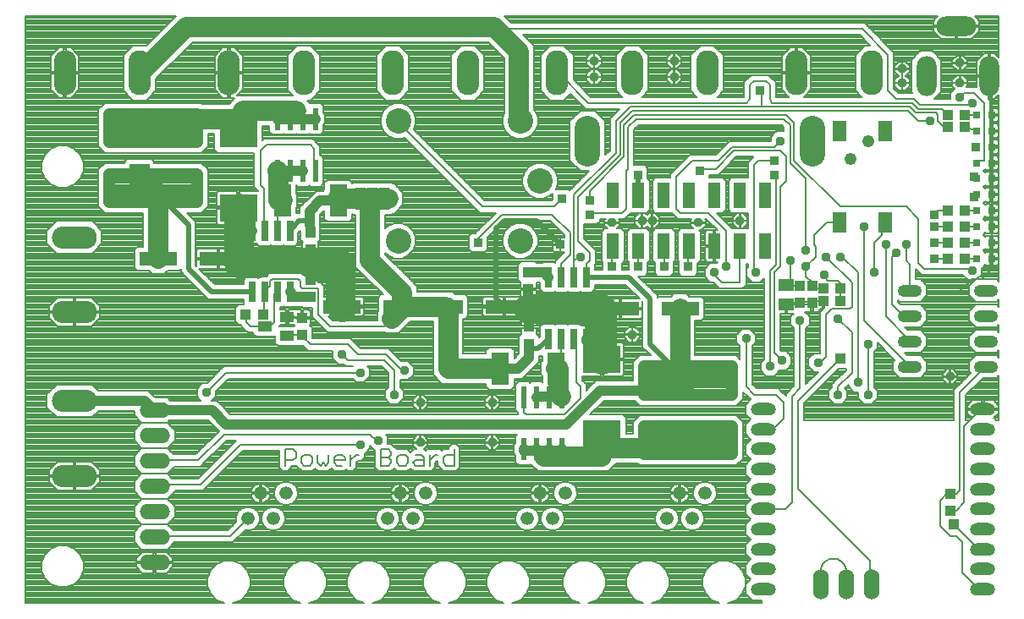
<source format=gbr>
G75*
G70*
%OFA0B0*%
%FSLAX24Y24*%
%IPPOS*%
%LPD*%
%AMOC8*
5,1,8,0,0,1.08239X$1,22.5*
%
%ADD10C,0.0060*%
%ADD11R,0.0260X0.0800*%
%ADD12R,0.0236X0.0866*%
%ADD13O,0.0960X0.0480*%
%ADD14C,0.0525*%
%ADD15R,0.0551X0.0394*%
%ADD16O,0.1200X0.0600*%
%ADD17R,0.0394X0.0433*%
%ADD18C,0.1000*%
%ADD19O,0.0787X0.1575*%
%ADD20O,0.1575X0.0787*%
%ADD21O,0.1000X0.2000*%
%ADD22C,0.0472*%
%ADD23R,0.1496X0.1102*%
%ADD24R,0.0709X0.1260*%
%ADD25R,0.0315X0.0315*%
%ADD26O,0.0886X0.1772*%
%ADD27R,0.0433X0.0394*%
%ADD28R,0.1496X0.0551*%
%ADD29C,0.0480*%
%ADD30O,0.1000X0.0500*%
%ADD31R,0.0500X0.1000*%
%ADD32R,0.0591X0.0512*%
%ADD33R,0.0551X0.0827*%
%ADD34O,0.1772X0.0886*%
%ADD35O,0.0600X0.1200*%
%ADD36C,0.0050*%
%ADD37C,0.0394*%
%ADD38C,0.0079*%
%ADD39C,0.0787*%
%ADD40R,0.0354X0.0354*%
%ADD41OC8,0.0354*%
%ADD42C,0.1181*%
%ADD43C,0.1024*%
%ADD44C,0.0197*%
%ADD45C,0.0400*%
%ADD46R,0.0394X0.0394*%
D10*
X012375Y008539D02*
X012375Y009179D01*
X012695Y009179D01*
X012802Y009073D01*
X012802Y008859D01*
X012695Y008752D01*
X012375Y008752D01*
X013019Y008859D02*
X013019Y008646D01*
X013126Y008539D01*
X013339Y008539D01*
X013446Y008646D01*
X013446Y008859D01*
X013339Y008966D01*
X013126Y008966D01*
X013019Y008859D01*
X013664Y008966D02*
X013664Y008646D01*
X013770Y008539D01*
X013877Y008646D01*
X013984Y008539D01*
X014091Y008646D01*
X014091Y008966D01*
X014308Y008859D02*
X014415Y008966D01*
X014628Y008966D01*
X014735Y008859D01*
X014735Y008752D01*
X014308Y008752D01*
X014308Y008646D02*
X014308Y008859D01*
X014308Y008646D02*
X014415Y008539D01*
X014628Y008539D01*
X014953Y008539D02*
X014953Y008966D01*
X015166Y008966D02*
X015273Y008966D01*
X015166Y008966D02*
X014953Y008752D01*
X016134Y008859D02*
X016455Y008859D01*
X016561Y008752D01*
X016561Y008646D01*
X016455Y008539D01*
X016134Y008539D01*
X016134Y009179D01*
X016455Y009179D01*
X016561Y009073D01*
X016561Y008966D01*
X016455Y008859D01*
X016779Y008859D02*
X016779Y008646D01*
X016886Y008539D01*
X017099Y008539D01*
X017206Y008646D01*
X017206Y008859D01*
X017099Y008966D01*
X016886Y008966D01*
X016779Y008859D01*
X017423Y008646D02*
X017530Y008752D01*
X017850Y008752D01*
X017850Y008859D02*
X017850Y008539D01*
X017530Y008539D01*
X017423Y008646D01*
X017530Y008966D02*
X017744Y008966D01*
X017850Y008859D01*
X018068Y008752D02*
X018281Y008966D01*
X018388Y008966D01*
X018605Y008859D02*
X018712Y008966D01*
X019032Y008966D01*
X019032Y009179D02*
X019032Y008539D01*
X018712Y008539D01*
X018605Y008646D01*
X018605Y008859D01*
X018068Y008966D02*
X018068Y008539D01*
D11*
X022752Y013543D03*
X023252Y013543D03*
X023752Y013543D03*
X024252Y013543D03*
X024252Y015963D03*
X023752Y015963D03*
X023252Y015963D03*
X022752Y015963D03*
X012567Y015386D03*
X012067Y015386D03*
X011567Y015386D03*
X011067Y015386D03*
X011067Y017806D03*
X011567Y017806D03*
X012067Y017806D03*
X012567Y017806D03*
D12*
X012567Y020163D03*
X012067Y020163D03*
X013067Y020163D03*
X013567Y020163D03*
X013567Y022210D03*
X013067Y022210D03*
X012567Y022210D03*
X012067Y022210D03*
X021770Y011230D03*
X022270Y011230D03*
X022770Y011230D03*
X023270Y011230D03*
X023270Y009183D03*
X022770Y009183D03*
X022270Y009183D03*
X021770Y009183D03*
D13*
X036986Y012442D03*
X036986Y013442D03*
X036986Y014442D03*
X036986Y015442D03*
X039986Y015442D03*
X039986Y014442D03*
X039986Y013442D03*
X039986Y012442D03*
D14*
X028911Y007452D03*
X027911Y007452D03*
X027411Y006452D03*
X028411Y006452D03*
X023411Y007452D03*
X022411Y007452D03*
X021911Y006452D03*
X022911Y006452D03*
X017911Y007452D03*
X016911Y007452D03*
X016411Y006452D03*
X017411Y006452D03*
X012411Y007452D03*
X011411Y007452D03*
X010911Y006452D03*
X011911Y006452D03*
D15*
X012463Y013647D03*
X012463Y014395D03*
X011597Y014021D03*
D16*
X007234Y010726D03*
X007234Y009726D03*
X007234Y008726D03*
X007234Y007726D03*
X007234Y006726D03*
X007234Y005726D03*
X007234Y004726D03*
D17*
X013053Y013686D03*
X013053Y014355D03*
X013368Y015182D03*
X013368Y015851D03*
X013368Y017072D03*
X013368Y017741D03*
X021951Y016166D03*
X021951Y015497D03*
X021982Y014013D03*
X021982Y013344D03*
X032660Y014946D03*
X033132Y014946D03*
X033132Y015615D03*
X032660Y015615D03*
X038565Y007426D03*
X038565Y006757D03*
D18*
X021636Y017407D03*
X022423Y019769D03*
X021636Y022131D03*
X016833Y022131D03*
X016833Y017407D03*
D19*
X037632Y023899D03*
X040112Y023899D03*
D20*
X038813Y025867D03*
D21*
X033153Y021344D03*
X024293Y021344D03*
D22*
X026518Y011344D02*
X029982Y011344D01*
X026518Y011344D02*
X026518Y012446D01*
X029982Y012446D01*
X029982Y011344D01*
X029982Y011815D02*
X026518Y011815D01*
X026518Y012286D02*
X029982Y012286D01*
X029982Y008982D02*
X026518Y008982D01*
X026518Y010084D01*
X029982Y010084D01*
X029982Y008982D01*
X029982Y009453D02*
X026518Y009453D01*
X026518Y009924D02*
X029982Y009924D01*
X008911Y018938D02*
X005447Y018938D01*
X005447Y020040D01*
X008911Y020040D01*
X008911Y018938D01*
X008911Y019409D02*
X005447Y019409D01*
X005447Y019880D02*
X008911Y019880D01*
X008911Y021300D02*
X005447Y021300D01*
X005447Y022402D01*
X008911Y022402D01*
X008911Y021300D01*
X008911Y021771D02*
X005447Y021771D01*
X005447Y022242D02*
X008911Y022242D01*
D23*
X010534Y021619D03*
X010534Y018706D03*
X024864Y012722D03*
X024864Y009808D03*
D24*
X023053Y012367D03*
X020849Y012367D03*
X014471Y018981D03*
X012266Y018981D03*
D25*
X039608Y019218D03*
X040199Y019218D03*
X040199Y019848D03*
X039608Y019848D03*
X039608Y020477D03*
X040199Y020477D03*
X040199Y021107D03*
X039608Y021107D03*
X039608Y021737D03*
X040199Y021737D03*
X040199Y022367D03*
X039608Y022367D03*
X039608Y018588D03*
X040199Y018588D03*
X040199Y017958D03*
X039608Y017958D03*
X039608Y017328D03*
X040199Y017328D03*
X040199Y016698D03*
X039608Y016698D03*
D26*
X035474Y024021D03*
X032522Y024021D03*
X028998Y024021D03*
X026045Y024021D03*
X023093Y024021D03*
X019569Y024021D03*
X016616Y024021D03*
X013112Y024021D03*
X010160Y024021D03*
X006656Y024021D03*
X003703Y024021D03*
D27*
X010829Y014493D03*
X011498Y014493D03*
X033585Y015044D03*
X033585Y015517D03*
X034254Y015517D03*
X034254Y015044D03*
X038467Y016698D03*
X039136Y016698D03*
X039136Y017328D03*
X039136Y017958D03*
X039136Y018588D03*
X038467Y018588D03*
X038467Y017958D03*
X038467Y017328D03*
X038467Y021895D03*
X038467Y022367D03*
X039136Y022367D03*
X039136Y021895D03*
D28*
X027935Y014729D03*
X025573Y014729D03*
X021006Y014808D03*
X018644Y014808D03*
X016990Y014808D03*
X014628Y014808D03*
X009746Y016698D03*
X007384Y016698D03*
D29*
X034636Y020629D03*
X035343Y021336D03*
D30*
X031203Y010753D03*
X031203Y009966D03*
X031203Y009178D03*
X031203Y008391D03*
X031203Y007603D03*
X031203Y006816D03*
X031203Y006029D03*
X031203Y005241D03*
X031203Y004454D03*
X031203Y003666D03*
X039864Y003666D03*
X039864Y004454D03*
X039864Y005241D03*
X039864Y006029D03*
X039864Y006816D03*
X039864Y007603D03*
X039864Y008391D03*
X039864Y009178D03*
X039864Y009966D03*
X039864Y010753D03*
D31*
X031289Y017194D03*
X030289Y017194D03*
X029289Y017194D03*
X028289Y017194D03*
X027289Y017194D03*
X026289Y017194D03*
X025289Y017194D03*
X025289Y019194D03*
X026289Y019194D03*
X027289Y019194D03*
X028289Y019194D03*
X029289Y019194D03*
X030289Y019194D03*
X031289Y019194D03*
D32*
X032108Y015655D03*
X032108Y014907D03*
D33*
X034226Y018143D03*
X035998Y018143D03*
X035998Y021726D03*
X034226Y021726D03*
D34*
X004077Y017544D03*
X004077Y014592D03*
X004077Y011088D03*
X004077Y008135D03*
D35*
X033474Y003875D03*
X034474Y003875D03*
X035474Y003875D03*
D36*
X034474Y004375D02*
X034472Y004419D01*
X034466Y004462D01*
X034457Y004504D01*
X034444Y004546D01*
X034427Y004586D01*
X034407Y004625D01*
X034384Y004662D01*
X034357Y004696D01*
X034328Y004729D01*
X034295Y004758D01*
X034261Y004785D01*
X034224Y004808D01*
X034185Y004828D01*
X034145Y004845D01*
X034103Y004858D01*
X034061Y004867D01*
X034018Y004873D01*
X033974Y004875D01*
X033930Y004873D01*
X033887Y004867D01*
X033845Y004858D01*
X033803Y004845D01*
X033763Y004828D01*
X033724Y004808D01*
X033687Y004785D01*
X033653Y004758D01*
X033620Y004729D01*
X033591Y004696D01*
X033564Y004662D01*
X033541Y004625D01*
X033521Y004586D01*
X033504Y004546D01*
X033491Y004504D01*
X033482Y004462D01*
X033476Y004419D01*
X033474Y004375D01*
D37*
X024786Y011501D02*
X023447Y010163D01*
X011085Y010163D01*
X012727Y015202D02*
X013368Y015202D01*
X013368Y015182D01*
X012727Y015202D02*
X012567Y015386D01*
X013368Y015851D02*
X013352Y016540D01*
X013356Y016540D01*
X013368Y016540D01*
X013356Y016540D02*
X013358Y016619D01*
X013368Y017072D01*
X013368Y017741D02*
X013356Y018194D01*
X013356Y018576D01*
X013762Y018981D01*
X014471Y018981D01*
X013067Y020163D02*
X012567Y020163D01*
X012067Y020163D01*
X012067Y022210D02*
X012567Y022210D01*
X012817Y022210D01*
X012817Y022525D01*
X012817Y022210D02*
X013067Y022210D01*
X013567Y022210D01*
X013067Y022210D02*
X013053Y022210D01*
X011067Y017806D02*
X011042Y017800D01*
X010534Y017800D01*
X010534Y016934D02*
X009746Y016698D01*
X020849Y012367D02*
X021557Y012367D01*
X021982Y012792D01*
X021982Y013344D01*
X021982Y014013D02*
X021982Y014729D01*
X021951Y014729D01*
X021951Y015497D01*
X021971Y016147D02*
X022568Y016147D01*
X022752Y015963D01*
X021971Y016147D02*
X021951Y016166D01*
X024864Y014729D02*
X025573Y014729D01*
X024864Y013470D02*
X024252Y013470D01*
X024252Y013543D01*
X024786Y011501D02*
X027856Y011501D01*
X027935Y011580D01*
X027935Y011895D01*
X023270Y011230D02*
X023235Y011265D01*
X022738Y011265D01*
X022738Y011262D01*
X022770Y011230D01*
X022735Y011265D01*
X022305Y011265D01*
X022270Y011230D01*
X022270Y009183D02*
X022266Y009178D01*
X022266Y009139D01*
X022581Y009139D01*
X022581Y008903D01*
X022581Y009139D02*
X022817Y009139D01*
X022814Y009139D01*
X022770Y009183D01*
X022817Y009139D02*
X023226Y009139D01*
X023270Y009183D01*
X022266Y009139D02*
X021793Y009139D01*
X021793Y009159D01*
X021770Y009183D01*
D38*
X002148Y003115D02*
X002148Y026265D01*
X008084Y026265D01*
X006922Y025102D01*
X006921Y025103D01*
X006923Y025103D01*
X006921Y025103D02*
X006391Y025103D01*
X006016Y024729D01*
X006016Y023313D01*
X006391Y022938D01*
X006921Y022938D01*
X007295Y023313D01*
X007295Y023806D01*
X008731Y025241D01*
X020368Y025241D01*
X021006Y024603D01*
X021006Y022454D01*
X021006Y022431D01*
X020939Y022270D01*
X020939Y021992D01*
X021045Y021736D01*
X021241Y021540D01*
X021497Y021434D01*
X021775Y021434D01*
X022031Y021540D01*
X022227Y021736D01*
X022333Y021992D01*
X022333Y022270D01*
X022227Y022526D01*
X022187Y022565D01*
X022187Y024603D01*
X022187Y025092D01*
X021762Y025517D01*
X035003Y025517D01*
X035416Y025103D01*
X035209Y025103D01*
X029263Y025103D01*
X028733Y025103D01*
X026311Y025103D01*
X026310Y025103D02*
X025780Y025103D01*
X023358Y025103D01*
X022828Y025103D01*
X022453Y024729D01*
X022453Y023313D01*
X022828Y022938D01*
X023358Y022938D01*
X023619Y023200D01*
X024077Y022742D01*
X024215Y022603D01*
X025554Y022603D01*
X025179Y022229D01*
X025179Y022033D01*
X025179Y020969D01*
X024989Y020779D01*
X024989Y022132D01*
X024581Y022540D01*
X024004Y022540D01*
X023596Y022132D01*
X023596Y020555D01*
X024004Y020147D01*
X024357Y020147D01*
X023664Y019454D01*
X023596Y019386D01*
X023548Y019434D01*
X023039Y019434D01*
X023120Y019630D01*
X023120Y019907D01*
X023014Y020164D01*
X022818Y020360D01*
X022562Y020466D01*
X022285Y020466D01*
X022029Y020360D01*
X021833Y020164D01*
X021726Y019907D01*
X021726Y019630D01*
X021833Y019374D01*
X022029Y019178D01*
X022285Y019072D01*
X022562Y019072D01*
X022818Y019178D01*
X022915Y019276D01*
X022915Y019020D01*
X022877Y018981D01*
X020238Y018981D01*
X017441Y021778D01*
X017530Y021992D01*
X017530Y022270D01*
X017423Y022526D01*
X017227Y022722D01*
X016971Y022828D01*
X016694Y022828D01*
X016438Y022722D01*
X016242Y022526D01*
X016136Y022270D01*
X016136Y021992D01*
X016242Y021736D01*
X016438Y021540D01*
X016694Y021434D01*
X016971Y021434D01*
X017074Y021477D01*
X020042Y018509D01*
X020238Y018509D01*
X020672Y018509D01*
X019885Y017722D01*
X019865Y017702D01*
X019724Y017702D01*
X019608Y017587D01*
X019608Y017069D01*
X019724Y016954D01*
X020241Y016954D01*
X020356Y017069D01*
X020356Y017525D01*
X021025Y018194D01*
X022798Y018194D01*
X023368Y017624D01*
X023368Y017544D01*
X023221Y017544D01*
X023221Y017259D01*
X023201Y017259D01*
X023201Y017544D01*
X022985Y017544D01*
X022915Y017475D01*
X022915Y017259D01*
X023201Y017259D01*
X023201Y017239D01*
X023221Y017239D01*
X023221Y016954D01*
X023368Y016954D01*
X023368Y016953D01*
X023016Y016601D01*
X023016Y016535D01*
X023002Y016521D01*
X022964Y016560D01*
X022540Y016560D01*
X022521Y016540D01*
X022269Y016540D01*
X022229Y016580D01*
X021672Y016580D01*
X021557Y016465D01*
X021557Y015868D01*
X021649Y015776D01*
X021636Y015763D01*
X021636Y015536D01*
X021911Y015536D01*
X021911Y015458D01*
X021636Y015458D01*
X021636Y015232D01*
X021666Y015202D01*
X021045Y015202D01*
X021045Y014848D01*
X020967Y014848D01*
X020967Y015202D01*
X020209Y015202D01*
X020140Y015133D01*
X020140Y014847D01*
X020966Y014847D01*
X020966Y014769D01*
X020140Y014769D01*
X020140Y014484D01*
X020209Y014414D01*
X020967Y014414D01*
X020967Y014769D01*
X021045Y014769D01*
X021045Y014414D01*
X021803Y014414D01*
X021872Y014484D01*
X021872Y014769D01*
X021045Y014769D01*
X021045Y014847D01*
X021872Y014847D01*
X021872Y015133D01*
X021842Y015163D01*
X021912Y015163D01*
X021912Y015458D01*
X021990Y015458D01*
X021990Y015536D01*
X022266Y015536D01*
X022266Y015753D01*
X022405Y015753D01*
X022425Y015733D01*
X022425Y015481D01*
X022540Y015366D01*
X022964Y015366D01*
X023002Y015405D01*
X023040Y015366D01*
X023464Y015366D01*
X023502Y015405D01*
X023540Y015366D01*
X023964Y015366D01*
X024002Y015405D01*
X024040Y015366D01*
X024464Y015366D01*
X024579Y015481D01*
X024579Y015668D01*
X025792Y015668D01*
X026336Y015123D01*
X025612Y015123D01*
X025612Y014769D01*
X025534Y014769D01*
X025534Y015123D01*
X024776Y015123D01*
X024707Y015054D01*
X024707Y014769D01*
X025533Y014769D01*
X025533Y014690D01*
X024707Y014690D01*
X024707Y014405D01*
X024776Y014336D01*
X025534Y014336D01*
X025534Y014690D01*
X025612Y014690D01*
X025612Y014336D01*
X026370Y014336D01*
X026439Y014405D01*
X026439Y014690D01*
X025612Y014690D01*
X025612Y014769D01*
X026439Y014769D01*
X026439Y015021D01*
X026459Y015001D01*
X026459Y013190D01*
X026632Y013017D01*
X026770Y012879D01*
X026338Y012879D01*
X026085Y012625D01*
X026085Y011895D01*
X024622Y011895D01*
X024392Y011664D01*
X024234Y011507D01*
X024234Y011756D01*
X024096Y011895D01*
X024077Y011914D01*
X024077Y012052D01*
X024825Y012052D01*
X024825Y012682D01*
X024904Y012682D01*
X024904Y012761D01*
X025730Y012761D01*
X025730Y013322D01*
X025661Y013391D01*
X024904Y013391D01*
X024904Y012761D01*
X024825Y012761D01*
X024825Y013391D01*
X024500Y013391D01*
X024500Y013517D01*
X024278Y013517D01*
X024278Y013391D01*
X024226Y013391D01*
X024226Y013517D01*
X024278Y013517D01*
X024278Y013569D01*
X024226Y013569D01*
X024226Y014061D01*
X024073Y014061D01*
X024058Y014046D01*
X023964Y014140D01*
X023540Y014140D01*
X023502Y014101D01*
X023464Y014140D01*
X023040Y014140D01*
X023002Y014101D01*
X022964Y014140D01*
X022540Y014140D01*
X022425Y014025D01*
X022425Y013634D01*
X022376Y013585D01*
X022376Y013642D01*
X022284Y013734D01*
X022297Y013747D01*
X022297Y013974D01*
X022022Y013974D01*
X022425Y013974D01*
X022425Y013897D02*
X022297Y013897D01*
X022297Y013820D02*
X022425Y013820D01*
X022425Y013742D02*
X022292Y013742D01*
X022353Y013665D02*
X022425Y013665D01*
X022379Y013588D02*
X022376Y013588D01*
X022452Y014052D02*
X022022Y014052D01*
X022297Y014052D01*
X022297Y014278D01*
X022228Y014348D01*
X022022Y014348D01*
X022022Y014052D01*
X022022Y013974D01*
X022022Y014052D02*
X021943Y014052D01*
X021943Y013974D01*
X019392Y013974D01*
X019392Y013897D02*
X021667Y013897D01*
X021667Y013974D02*
X021667Y013747D01*
X021681Y013734D01*
X021589Y013642D01*
X021589Y013507D01*
X021589Y012955D01*
X021400Y012766D01*
X021400Y013079D01*
X021284Y013194D01*
X020413Y013194D01*
X020297Y013079D01*
X020297Y012958D01*
X019392Y012958D01*
X019392Y014336D01*
X019473Y014336D01*
X019589Y014451D01*
X019589Y015165D01*
X019473Y015281D01*
X019085Y015281D01*
X018967Y015399D01*
X017581Y015399D01*
X017581Y015604D01*
X017235Y015950D01*
X016321Y016864D01*
X016321Y016933D01*
X016438Y016816D01*
X016694Y016710D01*
X016971Y016710D01*
X017227Y016816D01*
X017423Y017012D01*
X017530Y017268D01*
X017530Y017545D01*
X017423Y017801D01*
X017227Y017997D01*
X016971Y018103D01*
X016694Y018103D01*
X016438Y017997D01*
X016321Y017880D01*
X016321Y018430D01*
X016560Y018430D01*
X016599Y018470D01*
X016684Y018470D01*
X017030Y018816D01*
X017030Y019305D01*
X016684Y019651D01*
X016599Y019651D01*
X016560Y019690D01*
X016088Y019690D01*
X015531Y019690D01*
X015058Y019690D01*
X015022Y019653D01*
X015022Y019693D01*
X014906Y019808D01*
X014035Y019808D01*
X013919Y019693D01*
X013919Y019423D01*
X013880Y019383D01*
X013880Y019375D01*
X013599Y019375D01*
X013368Y019144D01*
X012963Y018739D01*
X012963Y018489D01*
X012817Y018489D01*
X012817Y018697D01*
X012856Y018737D01*
X012856Y019226D01*
X012817Y019265D01*
X012817Y019583D01*
X012867Y019533D01*
X013267Y019533D01*
X013317Y019583D01*
X013367Y019533D01*
X013767Y019533D01*
X013882Y019648D01*
X013882Y020677D01*
X013767Y020792D01*
X013762Y020792D01*
X013762Y021126D01*
X013623Y021265D01*
X013466Y021422D01*
X013270Y021422D01*
X011538Y021422D01*
X011478Y021363D01*
X011478Y021934D01*
X011752Y021934D01*
X011752Y021695D01*
X011867Y021580D01*
X012267Y021580D01*
X012317Y021630D01*
X012367Y021580D01*
X012767Y021580D01*
X012817Y021630D01*
X012867Y021580D01*
X013267Y021580D01*
X013317Y021630D01*
X013367Y021580D01*
X013767Y021580D01*
X013882Y021695D01*
X013882Y021968D01*
X013961Y022047D01*
X013961Y022373D01*
X013882Y022452D01*
X013882Y022724D01*
X013767Y022840D01*
X013367Y022840D01*
X013352Y022825D01*
X013239Y022938D01*
X013377Y022938D01*
X013752Y023313D01*
X013752Y024729D01*
X013377Y025103D01*
X012847Y025103D01*
X008593Y025103D01*
X008670Y025180D02*
X020429Y025180D01*
X020506Y025103D02*
X019834Y025103D01*
X019304Y025103D01*
X016881Y025103D01*
X016351Y025103D01*
X013378Y025103D01*
X013455Y025026D02*
X016274Y025026D01*
X016351Y025103D02*
X015976Y024729D01*
X015976Y023313D01*
X016351Y022938D01*
X016881Y022938D01*
X017256Y023313D01*
X017256Y024729D01*
X016881Y025103D01*
X016959Y025026D02*
X019226Y025026D01*
X019149Y024949D02*
X017036Y024949D01*
X017113Y024871D02*
X019072Y024871D01*
X018995Y024794D02*
X017191Y024794D01*
X017256Y024717D02*
X018929Y024717D01*
X018929Y024729D02*
X018929Y023313D01*
X019304Y022938D01*
X019834Y022938D01*
X020209Y023313D01*
X020209Y024729D01*
X019834Y025103D01*
X019911Y025026D02*
X020583Y025026D01*
X020660Y024949D02*
X019989Y024949D01*
X020066Y024871D02*
X020738Y024871D01*
X020815Y024794D02*
X020143Y024794D01*
X020209Y024717D02*
X020892Y024717D01*
X020969Y024639D02*
X020209Y024639D01*
X020209Y024562D02*
X021006Y024562D01*
X021006Y024485D02*
X020209Y024485D01*
X020209Y024408D02*
X021006Y024408D01*
X021006Y024330D02*
X020209Y024330D01*
X020209Y024253D02*
X021006Y024253D01*
X021006Y024176D02*
X020209Y024176D01*
X020209Y024098D02*
X021006Y024098D01*
X021006Y024021D02*
X020209Y024021D01*
X020209Y023944D02*
X021006Y023944D01*
X021006Y023867D02*
X020209Y023867D01*
X020209Y023789D02*
X021006Y023789D01*
X021006Y023712D02*
X020209Y023712D01*
X020209Y023635D02*
X021006Y023635D01*
X021006Y023557D02*
X020209Y023557D01*
X020209Y023480D02*
X021006Y023480D01*
X021006Y023403D02*
X020209Y023403D01*
X020209Y023326D02*
X021006Y023326D01*
X021006Y023248D02*
X020144Y023248D01*
X020067Y023171D02*
X021006Y023171D01*
X021006Y023094D02*
X019990Y023094D01*
X019912Y023016D02*
X021006Y023016D01*
X021006Y022939D02*
X019835Y022939D01*
X019303Y022939D02*
X016882Y022939D01*
X016960Y023016D02*
X019226Y023016D01*
X019148Y023094D02*
X017037Y023094D01*
X017114Y023171D02*
X019071Y023171D01*
X018994Y023248D02*
X017191Y023248D01*
X017256Y023326D02*
X018929Y023326D01*
X018929Y023403D02*
X017256Y023403D01*
X017256Y023480D02*
X018929Y023480D01*
X018929Y023557D02*
X017256Y023557D01*
X017256Y023635D02*
X018929Y023635D01*
X018929Y023712D02*
X017256Y023712D01*
X017256Y023789D02*
X018929Y023789D01*
X018929Y023867D02*
X017256Y023867D01*
X017256Y023944D02*
X018929Y023944D01*
X018929Y024021D02*
X017256Y024021D01*
X017256Y024098D02*
X018929Y024098D01*
X018929Y024176D02*
X017256Y024176D01*
X017256Y024253D02*
X018929Y024253D01*
X018929Y024330D02*
X017256Y024330D01*
X017256Y024408D02*
X018929Y024408D01*
X018929Y024485D02*
X017256Y024485D01*
X017256Y024562D02*
X018929Y024562D01*
X018929Y024639D02*
X017256Y024639D01*
X016196Y024949D02*
X013532Y024949D01*
X013609Y024871D02*
X016119Y024871D01*
X016042Y024794D02*
X013687Y024794D01*
X013752Y024717D02*
X015976Y024717D01*
X015976Y024639D02*
X013752Y024639D01*
X013752Y024562D02*
X015976Y024562D01*
X015976Y024485D02*
X013752Y024485D01*
X013752Y024408D02*
X015976Y024408D01*
X015976Y024330D02*
X013752Y024330D01*
X013752Y024253D02*
X015976Y024253D01*
X015976Y024176D02*
X013752Y024176D01*
X013752Y024098D02*
X015976Y024098D01*
X015976Y024021D02*
X013752Y024021D01*
X013752Y023944D02*
X015976Y023944D01*
X015976Y023867D02*
X013752Y023867D01*
X013752Y023789D02*
X015976Y023789D01*
X015976Y023712D02*
X013752Y023712D01*
X013752Y023635D02*
X015976Y023635D01*
X015976Y023557D02*
X013752Y023557D01*
X013752Y023480D02*
X015976Y023480D01*
X015976Y023403D02*
X013752Y023403D01*
X013752Y023326D02*
X015976Y023326D01*
X016041Y023248D02*
X013687Y023248D01*
X013610Y023171D02*
X016118Y023171D01*
X016196Y023094D02*
X013533Y023094D01*
X013456Y023016D02*
X016273Y023016D01*
X016350Y022939D02*
X013378Y022939D01*
X013315Y022862D02*
X021006Y022862D01*
X021006Y022785D02*
X017076Y022785D01*
X017242Y022707D02*
X021006Y022707D01*
X021006Y022630D02*
X017319Y022630D01*
X017396Y022553D02*
X021006Y022553D01*
X021006Y022476D02*
X017444Y022476D01*
X017476Y022398D02*
X020992Y022398D01*
X020960Y022321D02*
X017508Y022321D01*
X017530Y022244D02*
X020939Y022244D01*
X020939Y022166D02*
X017530Y022166D01*
X017530Y022089D02*
X020939Y022089D01*
X020939Y022012D02*
X017530Y022012D01*
X017506Y021935D02*
X020963Y021935D01*
X020995Y021857D02*
X017474Y021857D01*
X017442Y021780D02*
X021027Y021780D01*
X021079Y021703D02*
X017516Y021703D01*
X017594Y021625D02*
X021156Y021625D01*
X021233Y021548D02*
X017671Y021548D01*
X017748Y021471D02*
X021409Y021471D01*
X021863Y021471D02*
X023596Y021471D01*
X023596Y021548D02*
X022038Y021548D01*
X022116Y021625D02*
X023596Y021625D01*
X023596Y021703D02*
X022193Y021703D01*
X022245Y021780D02*
X023596Y021780D01*
X023596Y021857D02*
X022277Y021857D01*
X022309Y021935D02*
X023596Y021935D01*
X023596Y022012D02*
X022333Y022012D01*
X022333Y022089D02*
X023596Y022089D01*
X023630Y022166D02*
X022333Y022166D01*
X022333Y022244D02*
X023707Y022244D01*
X023784Y022321D02*
X022311Y022321D01*
X022279Y022398D02*
X023862Y022398D01*
X023939Y022476D02*
X022247Y022476D01*
X022200Y022553D02*
X025503Y022553D01*
X025426Y022476D02*
X024646Y022476D01*
X024723Y022398D02*
X025349Y022398D01*
X025271Y022321D02*
X024801Y022321D01*
X024878Y022244D02*
X025194Y022244D01*
X025179Y022166D02*
X024955Y022166D01*
X024989Y022089D02*
X025179Y022089D01*
X025179Y022012D02*
X024989Y022012D01*
X024989Y021935D02*
X025179Y021935D01*
X025179Y021857D02*
X024989Y021857D01*
X024989Y021780D02*
X025179Y021780D01*
X025179Y021703D02*
X024989Y021703D01*
X024989Y021625D02*
X025179Y021625D01*
X025179Y021548D02*
X024989Y021548D01*
X024989Y021471D02*
X025179Y021471D01*
X025179Y021394D02*
X024989Y021394D01*
X024989Y021316D02*
X025179Y021316D01*
X025179Y021239D02*
X024989Y021239D01*
X024989Y021162D02*
X025179Y021162D01*
X025179Y021084D02*
X024989Y021084D01*
X024989Y021007D02*
X025179Y021007D01*
X025140Y020930D02*
X024989Y020930D01*
X024989Y020853D02*
X025063Y020853D01*
X025415Y020871D02*
X023762Y019218D01*
X023762Y016619D01*
X023998Y016777D01*
X023762Y016619D02*
X023762Y015989D01*
X023752Y015979D01*
X023752Y015963D01*
X023252Y015963D02*
X023252Y016503D01*
X023604Y016855D01*
X023604Y017722D01*
X022896Y018430D01*
X020927Y018430D01*
X019982Y017485D01*
X019982Y017328D01*
X019608Y017298D02*
X017530Y017298D01*
X017530Y017375D02*
X019608Y017375D01*
X019608Y017452D02*
X017530Y017452D01*
X017530Y017529D02*
X019608Y017529D01*
X019628Y017607D02*
X017504Y017607D01*
X017472Y017684D02*
X019706Y017684D01*
X019924Y017761D02*
X017440Y017761D01*
X017386Y017839D02*
X020002Y017839D01*
X020079Y017916D02*
X017309Y017916D01*
X017232Y017993D02*
X020156Y017993D01*
X020233Y018070D02*
X017051Y018070D01*
X016614Y018070D02*
X016321Y018070D01*
X016321Y017993D02*
X016434Y017993D01*
X016356Y017916D02*
X016321Y017916D01*
X016321Y018148D02*
X020311Y018148D01*
X020388Y018225D02*
X016321Y018225D01*
X016321Y018302D02*
X020465Y018302D01*
X020543Y018379D02*
X016321Y018379D01*
X016586Y018457D02*
X020620Y018457D01*
X020140Y018745D02*
X016833Y022052D01*
X016833Y022131D01*
X016189Y022398D02*
X013935Y022398D01*
X013961Y022321D02*
X016157Y022321D01*
X016136Y022244D02*
X013961Y022244D01*
X013961Y022166D02*
X016136Y022166D01*
X016136Y022089D02*
X013961Y022089D01*
X013926Y022012D02*
X016136Y022012D01*
X016160Y021935D02*
X013882Y021935D01*
X013882Y021857D02*
X016192Y021857D01*
X016224Y021780D02*
X013882Y021780D01*
X013882Y021703D02*
X016276Y021703D01*
X016353Y021625D02*
X013812Y021625D01*
X013572Y021316D02*
X017235Y021316D01*
X017312Y021239D02*
X013649Y021239D01*
X013623Y021265D02*
X013623Y021265D01*
X013727Y021162D02*
X017389Y021162D01*
X017467Y021084D02*
X013762Y021084D01*
X013762Y021007D02*
X017544Y021007D01*
X017621Y020930D02*
X013762Y020930D01*
X013762Y020853D02*
X017698Y020853D01*
X017776Y020775D02*
X013784Y020775D01*
X013861Y020698D02*
X017853Y020698D01*
X017930Y020621D02*
X013882Y020621D01*
X013882Y020543D02*
X018008Y020543D01*
X018085Y020466D02*
X013882Y020466D01*
X013882Y020389D02*
X018162Y020389D01*
X018239Y020312D02*
X013882Y020312D01*
X013882Y020234D02*
X018317Y020234D01*
X018394Y020157D02*
X013882Y020157D01*
X013882Y020080D02*
X018471Y020080D01*
X018549Y020002D02*
X013882Y020002D01*
X013882Y019925D02*
X018626Y019925D01*
X018703Y019848D02*
X013882Y019848D01*
X013882Y019771D02*
X013997Y019771D01*
X013920Y019693D02*
X013882Y019693D01*
X013850Y019616D02*
X013919Y019616D01*
X013919Y019539D02*
X013773Y019539D01*
X013919Y019461D02*
X012817Y019461D01*
X012817Y019384D02*
X013881Y019384D01*
X013531Y019307D02*
X012817Y019307D01*
X012853Y019230D02*
X013453Y019230D01*
X013376Y019152D02*
X012856Y019152D01*
X012856Y019075D02*
X013299Y019075D01*
X013221Y018998D02*
X012856Y018998D01*
X012856Y018920D02*
X013144Y018920D01*
X013067Y018843D02*
X012856Y018843D01*
X012856Y018766D02*
X012990Y018766D01*
X012963Y018689D02*
X012817Y018689D01*
X012817Y018611D02*
X012963Y018611D01*
X012963Y018534D02*
X012817Y018534D01*
X012266Y018981D02*
X012030Y018745D01*
X012067Y018708D01*
X012067Y017806D01*
X011567Y017806D02*
X011567Y017869D01*
X011557Y017879D01*
X011557Y019454D01*
X011400Y019611D01*
X011400Y020950D01*
X011636Y021186D01*
X013368Y021186D01*
X013526Y021029D01*
X013526Y020163D01*
X013567Y020163D01*
X013361Y019539D02*
X013273Y019539D01*
X012861Y019539D02*
X012817Y019539D01*
X013871Y018534D02*
X013919Y018534D01*
X013919Y018582D02*
X013919Y018270D01*
X014035Y018155D01*
X014906Y018155D01*
X015022Y018270D01*
X015022Y018467D01*
X015058Y018430D01*
X015140Y018430D01*
X015140Y016375D01*
X015486Y016029D01*
X016234Y015281D01*
X016161Y015281D01*
X016045Y015165D01*
X016045Y014620D01*
X016006Y014580D01*
X016006Y014257D01*
X014253Y014257D01*
X014096Y014414D01*
X014589Y014414D01*
X014589Y014769D01*
X014667Y014769D01*
X014667Y014414D01*
X015425Y014414D01*
X015494Y014484D01*
X015494Y014769D01*
X014668Y014769D01*
X014668Y014847D01*
X015494Y014847D01*
X015494Y015133D01*
X015425Y015202D01*
X014667Y015202D01*
X014667Y014848D01*
X014589Y014848D01*
X014589Y015202D01*
X013919Y015202D01*
X013919Y015615D01*
X013781Y015753D01*
X013683Y015753D01*
X013683Y015812D01*
X013408Y015812D01*
X013408Y015891D01*
X013683Y015891D01*
X013683Y016117D01*
X013614Y016186D01*
X013407Y016186D01*
X013407Y015891D01*
X013329Y015891D01*
X013329Y016186D01*
X013122Y016186D01*
X013053Y016117D01*
X013053Y016087D01*
X012994Y016147D01*
X012798Y016147D01*
X011774Y016147D01*
X011636Y016008D01*
X011610Y015982D01*
X011355Y015982D01*
X011317Y015944D01*
X011279Y015982D01*
X010855Y015982D01*
X010740Y015867D01*
X010740Y015681D01*
X009604Y015683D01*
X008983Y016304D01*
X009707Y016304D01*
X009707Y016658D01*
X009785Y016658D01*
X009785Y016304D01*
X010543Y016304D01*
X010612Y016373D01*
X010612Y016659D01*
X009786Y016659D01*
X009786Y016737D01*
X010612Y016737D01*
X010612Y017022D01*
X010543Y017092D01*
X009785Y017092D01*
X009785Y016737D01*
X009707Y016737D01*
X009707Y016659D01*
X008880Y016659D01*
X008880Y016407D01*
X008860Y016427D01*
X008860Y017914D01*
X008860Y018159D01*
X008514Y018505D01*
X009091Y018505D01*
X009345Y018759D01*
X009345Y020220D01*
X009091Y020474D01*
X007226Y020474D01*
X007226Y020520D01*
X007111Y020635D01*
X006717Y020635D01*
X006161Y020635D01*
X006045Y020520D01*
X006045Y020474D01*
X005268Y020474D01*
X005014Y020220D01*
X005014Y018759D01*
X005268Y018505D01*
X006793Y018505D01*
X006793Y017170D01*
X006554Y017170D01*
X006439Y017055D01*
X006439Y016341D01*
X006554Y016226D01*
X007021Y016226D01*
X007139Y016107D01*
X007629Y016107D01*
X007747Y016226D01*
X008214Y016226D01*
X008270Y016282D01*
X008270Y016182D01*
X008443Y016009D01*
X009359Y015092D01*
X009486Y015092D01*
X010740Y015091D01*
X010740Y014904D01*
X010757Y014887D01*
X010531Y014887D01*
X010415Y014772D01*
X010415Y014215D01*
X010531Y014100D01*
X010612Y014100D01*
X010612Y014080D01*
X010751Y013942D01*
X010908Y013785D01*
X011104Y013785D01*
X011124Y013785D01*
X011124Y013742D01*
X011239Y013627D01*
X011954Y013627D01*
X011990Y013664D01*
X011990Y013368D01*
X012106Y013253D01*
X012820Y013253D01*
X012839Y013273D01*
X013074Y013273D01*
X013270Y013076D01*
X013466Y013076D01*
X014257Y013076D01*
X014254Y013073D01*
X014254Y012764D01*
X014473Y012544D01*
X014668Y012544D01*
X014766Y012446D01*
X014962Y012446D01*
X015044Y012446D01*
X010159Y012446D01*
X009963Y012446D01*
X009314Y011796D01*
X009119Y011796D01*
X008900Y011577D01*
X008900Y011267D01*
X009057Y011111D01*
X007851Y011111D01*
X007740Y011222D01*
X007279Y011222D01*
X007230Y011272D01*
X006997Y011504D01*
X005008Y011504D01*
X004785Y011727D01*
X003369Y011727D01*
X002994Y011353D01*
X002994Y010823D01*
X003369Y010448D01*
X004785Y010448D01*
X005047Y010711D01*
X006437Y010711D01*
X006437Y010520D01*
X006728Y010229D01*
X007740Y010229D01*
X007828Y010317D01*
X009346Y010317D01*
X009771Y009891D01*
X008861Y008981D01*
X007981Y008981D01*
X007740Y009222D01*
X006728Y009222D01*
X006437Y008931D01*
X006437Y008520D01*
X006728Y008229D01*
X007740Y008229D01*
X008020Y008509D01*
X009057Y008509D01*
X009195Y008647D01*
X010080Y009533D01*
X010436Y009533D01*
X008940Y008036D01*
X007926Y008036D01*
X007740Y008222D01*
X006728Y008222D01*
X006437Y007931D01*
X006437Y007520D01*
X006728Y007229D01*
X007740Y007229D01*
X008031Y007520D01*
X008031Y007564D01*
X009135Y007564D01*
X009274Y007702D01*
X010710Y009139D01*
X012148Y009139D01*
X012148Y009086D01*
X012148Y008846D01*
X012148Y008659D01*
X012148Y008445D01*
X012281Y008312D01*
X012469Y008312D01*
X012601Y008445D01*
X012601Y008526D01*
X012789Y008526D01*
X012804Y008540D01*
X013032Y008312D01*
X013220Y008312D01*
X013245Y008312D01*
X013433Y008312D01*
X013433Y008312D01*
X013518Y008397D01*
X013540Y008419D01*
X013555Y008434D01*
X013676Y008312D01*
X013864Y008312D01*
X013864Y008312D01*
X013877Y008325D01*
X013890Y008312D01*
X014078Y008312D01*
X014162Y008396D01*
X014185Y008419D01*
X014199Y008434D01*
X014214Y008419D01*
X014321Y008312D01*
X014509Y008312D01*
X014722Y008312D01*
X014791Y008380D01*
X014859Y008312D01*
X015047Y008312D01*
X015179Y008445D01*
X015179Y008659D01*
X015260Y008739D01*
X015367Y008739D01*
X015500Y008872D01*
X015500Y009009D01*
X015711Y009220D01*
X015711Y009338D01*
X015890Y009159D01*
X015907Y009159D01*
X015907Y009086D01*
X015907Y008445D01*
X016040Y008312D01*
X016228Y008312D01*
X016548Y008312D01*
X016636Y008400D01*
X016655Y008419D01*
X016655Y008419D01*
X016670Y008434D01*
X016792Y008312D01*
X016979Y008312D01*
X017005Y008312D01*
X017193Y008312D01*
X017278Y008397D01*
X017300Y008419D01*
X017315Y008434D01*
X017329Y008419D01*
X017436Y008312D01*
X017624Y008312D01*
X017944Y008312D01*
X017959Y008327D01*
X017974Y008312D01*
X018162Y008312D01*
X018295Y008445D01*
X018295Y008659D01*
X018375Y008739D01*
X018378Y008739D01*
X018378Y008552D01*
X018511Y008419D01*
X018618Y008312D01*
X018806Y008312D01*
X019126Y008312D01*
X019259Y008445D01*
X019259Y008633D01*
X019259Y008872D01*
X019259Y009060D01*
X019259Y009273D01*
X019126Y009406D01*
X018938Y009406D01*
X018805Y009273D01*
X018805Y009193D01*
X018618Y009193D01*
X018592Y009167D01*
X018551Y009126D01*
X018550Y009125D01*
X018482Y009193D01*
X018187Y009193D01*
X018175Y009180D01*
X018162Y009193D01*
X017974Y009193D01*
X017906Y009125D01*
X017846Y009184D01*
X017994Y009332D01*
X017994Y009444D01*
X017709Y009444D01*
X017709Y009464D01*
X017689Y009464D01*
X017689Y009749D01*
X017577Y009749D01*
X017404Y009576D01*
X017404Y009464D01*
X017689Y009464D01*
X017689Y009444D01*
X017404Y009444D01*
X017404Y009332D01*
X017542Y009193D01*
X017436Y009193D01*
X017315Y009071D01*
X017193Y009193D01*
X016979Y009193D01*
X016792Y009193D01*
X016777Y009178D01*
X016655Y009300D01*
X016548Y009406D01*
X016419Y009406D01*
X016419Y009687D01*
X016338Y009769D01*
X021527Y009769D01*
X021455Y009697D01*
X021455Y009424D01*
X021376Y009346D01*
X021376Y009020D01*
X021400Y008996D01*
X021400Y008976D01*
X021455Y008920D01*
X021455Y008668D01*
X021570Y008553D01*
X021970Y008553D01*
X022020Y008603D01*
X022070Y008553D01*
X022096Y008553D01*
X022336Y008312D01*
X025109Y008312D01*
X025424Y008627D01*
X026260Y008627D01*
X026338Y008548D01*
X030162Y008548D01*
X030415Y008802D01*
X030415Y010263D01*
X030162Y010517D01*
X026338Y010517D01*
X026085Y010263D01*
X026085Y009808D01*
X025809Y009808D01*
X025809Y010441D01*
X025694Y010556D01*
X024397Y010556D01*
X024949Y011107D01*
X026142Y011107D01*
X026338Y010911D01*
X030162Y010911D01*
X030415Y011164D01*
X030415Y011443D01*
X030612Y011246D01*
X030713Y011145D01*
X030506Y010938D01*
X030506Y010568D01*
X030715Y010359D01*
X030506Y010151D01*
X030506Y009781D01*
X030715Y009572D01*
X030506Y009363D01*
X030506Y008993D01*
X030715Y008785D01*
X030506Y008576D01*
X030506Y008206D01*
X030715Y007997D01*
X030506Y007789D01*
X030506Y007418D01*
X030715Y007210D01*
X030506Y007001D01*
X030506Y006631D01*
X030715Y006422D01*
X030506Y006214D01*
X030506Y005844D01*
X030715Y005635D01*
X030506Y005426D01*
X030506Y005056D01*
X030715Y004848D01*
X030506Y004639D01*
X030506Y004269D01*
X030715Y004060D01*
X030506Y003851D01*
X030506Y003481D01*
X030768Y003220D01*
X031163Y003220D01*
X031163Y003115D01*
X029828Y003115D01*
X030136Y003242D01*
X030371Y003478D01*
X030498Y003785D01*
X030498Y004118D01*
X030371Y004426D01*
X030136Y004661D01*
X029828Y004789D01*
X029495Y004789D01*
X029187Y004661D01*
X028952Y004426D01*
X028825Y004118D01*
X028825Y003785D01*
X028952Y003478D01*
X029187Y003242D01*
X029495Y003115D01*
X026828Y003115D01*
X027136Y003242D01*
X027371Y003478D01*
X027498Y003785D01*
X027498Y004118D01*
X027371Y004426D01*
X027136Y004661D01*
X026828Y004789D01*
X026495Y004789D01*
X026187Y004661D01*
X025952Y004426D01*
X025825Y004118D01*
X025825Y003785D01*
X025952Y003478D01*
X026187Y003242D01*
X026495Y003115D01*
X024328Y003115D01*
X024636Y003242D01*
X024871Y003478D01*
X024998Y003785D01*
X024998Y004118D01*
X024871Y004426D01*
X024636Y004661D01*
X024328Y004789D01*
X023995Y004789D01*
X023687Y004661D01*
X023452Y004426D01*
X023325Y004118D01*
X023325Y003785D01*
X023452Y003478D01*
X023687Y003242D01*
X023995Y003115D01*
X021328Y003115D01*
X021636Y003242D01*
X021871Y003478D01*
X021998Y003785D01*
X021998Y004118D01*
X021871Y004426D01*
X021636Y004661D01*
X021328Y004789D01*
X020995Y004789D01*
X020687Y004661D01*
X020452Y004426D01*
X020325Y004118D01*
X020325Y003785D01*
X020452Y003478D01*
X020687Y003242D01*
X020995Y003115D01*
X018828Y003115D01*
X019136Y003242D01*
X019371Y003478D01*
X019498Y003785D01*
X019498Y004118D01*
X019371Y004426D01*
X019136Y004661D01*
X018828Y004789D01*
X018495Y004789D01*
X018187Y004661D01*
X017952Y004426D01*
X017825Y004118D01*
X017825Y003785D01*
X017952Y003478D01*
X018187Y003242D01*
X018495Y003115D01*
X015828Y003115D01*
X016136Y003242D01*
X016371Y003478D01*
X016498Y003785D01*
X016498Y004118D01*
X016371Y004426D01*
X016136Y004661D01*
X015828Y004789D01*
X015495Y004789D01*
X015187Y004661D01*
X014952Y004426D01*
X014825Y004118D01*
X014825Y003785D01*
X014952Y003478D01*
X015187Y003242D01*
X015495Y003115D01*
X013328Y003115D01*
X013636Y003242D01*
X013871Y003478D01*
X013998Y003785D01*
X013998Y004118D01*
X013871Y004426D01*
X013636Y004661D01*
X013328Y004789D01*
X012995Y004789D01*
X012687Y004661D01*
X012452Y004426D01*
X012325Y004118D01*
X012325Y003785D01*
X012452Y003478D01*
X012687Y003242D01*
X012995Y003115D01*
X010328Y003115D01*
X010636Y003242D01*
X010871Y003478D01*
X010998Y003785D01*
X010998Y004118D01*
X010871Y004426D01*
X010636Y004661D01*
X010328Y004789D01*
X009995Y004789D01*
X009687Y004661D01*
X009452Y004426D01*
X009325Y004118D01*
X009325Y003785D01*
X009452Y003478D01*
X009687Y003242D01*
X009995Y003115D01*
X002148Y003115D01*
X002148Y003155D02*
X009899Y003155D01*
X009713Y003232D02*
X002148Y003232D01*
X002148Y003309D02*
X009621Y003309D01*
X009543Y003386D02*
X002148Y003386D01*
X002148Y003464D02*
X009466Y003464D01*
X009426Y003541D02*
X002148Y003541D01*
X002148Y003618D02*
X009394Y003618D01*
X009362Y003696D02*
X002148Y003696D01*
X002148Y003773D02*
X003373Y003773D01*
X003440Y003745D02*
X003769Y003745D01*
X004073Y003871D01*
X004305Y004104D01*
X004431Y004407D01*
X004431Y004736D01*
X004305Y005040D01*
X004073Y005273D01*
X003769Y005399D01*
X003440Y005399D01*
X003136Y005273D01*
X002904Y005040D01*
X002778Y004736D01*
X002778Y004407D01*
X002904Y004104D01*
X003136Y003871D01*
X003440Y003745D01*
X003186Y003850D02*
X002148Y003850D01*
X002148Y003927D02*
X003080Y003927D01*
X003002Y004005D02*
X002148Y004005D01*
X002148Y004082D02*
X002925Y004082D01*
X002880Y004159D02*
X002148Y004159D01*
X002148Y004237D02*
X002848Y004237D01*
X002816Y004314D02*
X002148Y004314D01*
X002148Y004391D02*
X002784Y004391D01*
X002778Y004468D02*
X002148Y004468D01*
X002148Y004546D02*
X002778Y004546D01*
X002778Y004623D02*
X002148Y004623D01*
X002148Y004700D02*
X002778Y004700D01*
X002795Y004778D02*
X002148Y004778D01*
X002148Y004855D02*
X002827Y004855D01*
X002859Y004932D02*
X002148Y004932D01*
X002148Y005009D02*
X002891Y005009D01*
X002950Y005087D02*
X002148Y005087D01*
X002148Y005164D02*
X003027Y005164D01*
X003105Y005241D02*
X002148Y005241D01*
X002148Y005319D02*
X003247Y005319D01*
X003433Y005396D02*
X002148Y005396D01*
X002148Y005473D02*
X006484Y005473D01*
X006437Y005520D02*
X006728Y005229D01*
X007740Y005229D01*
X008028Y005517D01*
X010121Y005517D01*
X010316Y005517D01*
X010800Y006001D01*
X010820Y005993D01*
X011003Y005993D01*
X011172Y006062D01*
X011301Y006192D01*
X011371Y006360D01*
X011371Y006543D01*
X011301Y006712D01*
X011172Y006841D01*
X011003Y006911D01*
X010820Y006911D01*
X010651Y006841D01*
X010522Y006712D01*
X010452Y006543D01*
X010452Y006360D01*
X010464Y006332D01*
X010121Y005989D01*
X007973Y005989D01*
X007740Y006222D01*
X006728Y006222D01*
X006437Y005931D01*
X006437Y005520D01*
X006437Y005550D02*
X002148Y005550D01*
X002148Y005628D02*
X006437Y005628D01*
X006437Y005705D02*
X002148Y005705D01*
X002148Y005782D02*
X006437Y005782D01*
X006437Y005860D02*
X002148Y005860D01*
X002148Y005937D02*
X006443Y005937D01*
X006520Y006014D02*
X002148Y006014D01*
X002148Y006091D02*
X006597Y006091D01*
X006675Y006169D02*
X002148Y006169D01*
X002148Y006246D02*
X006711Y006246D01*
X006728Y006229D02*
X007740Y006229D01*
X008031Y006520D01*
X008031Y006931D01*
X007740Y007222D01*
X006728Y007222D01*
X006437Y006931D01*
X006437Y006520D01*
X006728Y006229D01*
X006634Y006323D02*
X002148Y006323D01*
X002148Y006401D02*
X006556Y006401D01*
X006479Y006478D02*
X002148Y006478D01*
X002148Y006555D02*
X006437Y006555D01*
X006437Y006632D02*
X002148Y006632D01*
X002148Y006710D02*
X006437Y006710D01*
X006437Y006787D02*
X002148Y006787D01*
X002148Y006864D02*
X006437Y006864D01*
X006447Y006942D02*
X002148Y006942D01*
X002148Y007019D02*
X006525Y007019D01*
X006602Y007096D02*
X002148Y007096D01*
X002148Y007173D02*
X006679Y007173D01*
X006706Y007251D02*
X002148Y007251D01*
X002148Y007328D02*
X006629Y007328D01*
X006552Y007405D02*
X002148Y007405D01*
X002148Y007483D02*
X006474Y007483D01*
X006437Y007560D02*
X002148Y007560D01*
X002148Y007637D02*
X003338Y007637D01*
X003402Y007574D02*
X004037Y007574D01*
X004037Y008095D01*
X004116Y008095D01*
X004116Y007574D01*
X004752Y007574D01*
X005081Y007903D01*
X005081Y008096D01*
X004116Y008096D01*
X004116Y008174D01*
X005081Y008174D01*
X005081Y008367D01*
X004752Y008696D01*
X004116Y008696D01*
X004116Y008174D01*
X004037Y008174D01*
X004037Y008096D01*
X003073Y008096D01*
X003073Y007903D01*
X003402Y007574D01*
X003261Y007714D02*
X002148Y007714D01*
X002148Y007792D02*
X003184Y007792D01*
X003107Y007869D02*
X002148Y007869D01*
X002148Y007946D02*
X003073Y007946D01*
X003073Y008024D02*
X002148Y008024D01*
X002148Y008101D02*
X004037Y008101D01*
X004037Y008174D02*
X003073Y008174D01*
X003073Y008367D01*
X003402Y008696D01*
X004037Y008696D01*
X004037Y008174D01*
X004037Y008178D02*
X004116Y008178D01*
X004116Y008101D02*
X006607Y008101D01*
X006684Y008178D02*
X005081Y008178D01*
X005081Y008255D02*
X006701Y008255D01*
X006624Y008333D02*
X005081Y008333D01*
X005038Y008410D02*
X006547Y008410D01*
X006470Y008487D02*
X004961Y008487D01*
X004884Y008564D02*
X006437Y008564D01*
X006437Y008642D02*
X004806Y008642D01*
X005081Y008024D02*
X006529Y008024D01*
X006452Y007946D02*
X005081Y007946D01*
X005047Y007869D02*
X006437Y007869D01*
X006437Y007792D02*
X004970Y007792D01*
X004893Y007714D02*
X006437Y007714D01*
X006437Y007637D02*
X004815Y007637D01*
X004116Y007637D02*
X004037Y007637D01*
X004037Y007714D02*
X004116Y007714D01*
X004116Y007792D02*
X004037Y007792D01*
X004037Y007869D02*
X004116Y007869D01*
X004116Y007946D02*
X004037Y007946D01*
X004037Y008024D02*
X004116Y008024D01*
X004116Y008255D02*
X004037Y008255D01*
X004037Y008333D02*
X004116Y008333D01*
X004116Y008410D02*
X004037Y008410D01*
X004037Y008487D02*
X004116Y008487D01*
X004116Y008564D02*
X004037Y008564D01*
X004037Y008642D02*
X004116Y008642D01*
X003347Y008642D02*
X002148Y008642D01*
X002148Y008719D02*
X006437Y008719D01*
X006437Y008796D02*
X002148Y008796D01*
X002148Y008874D02*
X006437Y008874D01*
X006457Y008951D02*
X002148Y008951D01*
X002148Y009028D02*
X006534Y009028D01*
X006611Y009105D02*
X002148Y009105D01*
X002148Y009183D02*
X006689Y009183D01*
X006728Y009229D02*
X007740Y009229D01*
X008031Y009520D01*
X008031Y009931D01*
X007740Y010222D01*
X006728Y010222D01*
X006437Y009931D01*
X006437Y009520D01*
X006728Y009229D01*
X006697Y009260D02*
X002148Y009260D01*
X002148Y009337D02*
X006619Y009337D01*
X006542Y009415D02*
X002148Y009415D01*
X002148Y009492D02*
X006465Y009492D01*
X006437Y009569D02*
X002148Y009569D01*
X002148Y009646D02*
X006437Y009646D01*
X006437Y009724D02*
X002148Y009724D01*
X002148Y009801D02*
X006437Y009801D01*
X006437Y009878D02*
X002148Y009878D01*
X002148Y009956D02*
X006461Y009956D01*
X006539Y010033D02*
X002148Y010033D01*
X002148Y010110D02*
X006616Y010110D01*
X006693Y010187D02*
X002148Y010187D01*
X002148Y010265D02*
X006692Y010265D01*
X006615Y010342D02*
X002148Y010342D01*
X002148Y010419D02*
X006538Y010419D01*
X006460Y010497D02*
X004833Y010497D01*
X004911Y010574D02*
X006437Y010574D01*
X006437Y010651D02*
X004988Y010651D01*
X004934Y011579D02*
X008901Y011579D01*
X008900Y011501D02*
X007000Y011501D01*
X007077Y011424D02*
X008900Y011424D01*
X008900Y011347D02*
X007155Y011347D01*
X007232Y011269D02*
X008900Y011269D01*
X008975Y011192D02*
X007770Y011192D01*
X007847Y011115D02*
X009052Y011115D01*
X009274Y011422D02*
X010061Y012210D01*
X015337Y012210D01*
X015711Y012197D02*
X016433Y012197D01*
X016439Y012191D02*
X016184Y012446D01*
X015629Y012446D01*
X015711Y012365D01*
X015711Y012055D01*
X015492Y011836D01*
X015182Y011836D01*
X015044Y011974D01*
X010159Y011974D01*
X009648Y011462D01*
X009648Y011267D01*
X009491Y011111D01*
X009674Y011111D01*
X009907Y010878D01*
X010225Y010559D01*
X011249Y010559D01*
X011252Y010556D01*
X021557Y010556D01*
X021557Y010613D01*
X021455Y010715D01*
X021455Y011744D01*
X021570Y011860D01*
X021970Y011860D01*
X022020Y011809D01*
X022070Y011860D01*
X022470Y011860D01*
X022502Y011827D01*
X022502Y012083D01*
X022463Y012123D01*
X022463Y012612D01*
X022502Y012651D01*
X022502Y012876D01*
X022486Y012859D01*
X022376Y012859D01*
X022376Y012629D01*
X021720Y011974D01*
X021400Y011974D01*
X021400Y011656D01*
X021455Y011656D01*
X021400Y011656D02*
X021284Y011540D01*
X020413Y011540D01*
X020297Y011656D01*
X016911Y011656D01*
X016911Y011636D02*
X016911Y011917D01*
X016914Y011914D01*
X017224Y011914D01*
X017443Y012134D01*
X017443Y012443D01*
X017224Y012662D01*
X016950Y012662D01*
X016458Y013155D01*
X016262Y013155D01*
X015356Y013155D01*
X014962Y013548D01*
X014766Y013548D01*
X013466Y013548D01*
X013447Y013567D01*
X013447Y013984D01*
X013355Y014076D01*
X013368Y014090D01*
X013368Y014316D01*
X013093Y014316D01*
X013093Y014395D01*
X013368Y014395D01*
X013368Y014621D01*
X013299Y014690D01*
X013092Y014690D01*
X013092Y014395D01*
X013014Y014395D01*
X013014Y014690D01*
X012807Y014690D01*
X012787Y014710D01*
X012502Y014710D01*
X012502Y014434D01*
X012738Y014434D01*
X012738Y014395D01*
X013014Y014395D01*
X013014Y014316D01*
X012856Y014316D01*
X012856Y014355D01*
X012502Y014355D01*
X012502Y014080D01*
X012748Y014080D01*
X012752Y014076D01*
X012716Y014040D01*
X012147Y014040D01*
X012186Y014080D01*
X012423Y014080D01*
X012423Y014355D01*
X012502Y014355D01*
X012502Y014434D01*
X012423Y014434D01*
X012423Y014710D01*
X012187Y014710D01*
X012187Y014789D01*
X012279Y014789D01*
X012317Y014827D01*
X012355Y014789D01*
X012779Y014789D01*
X012798Y014808D01*
X013050Y014808D01*
X013090Y014769D01*
X013447Y014769D01*
X013447Y014395D01*
X013585Y014257D01*
X013585Y014257D01*
X013919Y013923D01*
X014058Y013785D01*
X016184Y013785D01*
X016313Y013785D01*
X016352Y013745D01*
X016841Y013745D01*
X017314Y014218D01*
X018211Y014218D01*
X018211Y012123D01*
X018557Y011777D01*
X019046Y011777D01*
X020297Y011777D01*
X020297Y011656D01*
X020297Y011733D02*
X016911Y011733D01*
X016911Y011810D02*
X018523Y011810D01*
X018446Y011888D02*
X016911Y011888D01*
X016911Y011636D02*
X017049Y011499D01*
X017049Y011189D01*
X016830Y010970D01*
X016520Y010970D01*
X016301Y011189D01*
X016301Y011499D01*
X016439Y011636D01*
X016439Y012191D01*
X016439Y012120D02*
X015711Y012120D01*
X015698Y012042D02*
X016439Y012042D01*
X016439Y011965D02*
X015621Y011965D01*
X015544Y011888D02*
X016439Y011888D01*
X016439Y011810D02*
X009996Y011810D01*
X009918Y011733D02*
X016439Y011733D01*
X016439Y011656D02*
X009841Y011656D01*
X009764Y011579D02*
X016381Y011579D01*
X016304Y011501D02*
X009687Y011501D01*
X009648Y011424D02*
X016301Y011424D01*
X016301Y011347D02*
X009648Y011347D01*
X009648Y011269D02*
X016301Y011269D01*
X016301Y011192D02*
X009572Y011192D01*
X009495Y011115D02*
X016375Y011115D01*
X016452Y011038D02*
X009747Y011038D01*
X009824Y010960D02*
X017404Y010960D01*
X017404Y010906D02*
X017577Y010733D01*
X017689Y010733D01*
X017689Y011019D01*
X017404Y011019D01*
X017404Y010906D01*
X017427Y010883D02*
X009902Y010883D01*
X009979Y010806D02*
X017504Y010806D01*
X017689Y010806D02*
X017709Y010806D01*
X017709Y010733D02*
X017709Y011019D01*
X017709Y011039D01*
X017689Y011039D01*
X017689Y011324D01*
X017577Y011324D01*
X017404Y011151D01*
X017404Y011039D01*
X017689Y011039D01*
X017689Y011019D01*
X017709Y011019D01*
X017994Y011019D01*
X017994Y010906D01*
X017821Y010733D01*
X017709Y010733D01*
X017709Y010883D02*
X017689Y010883D01*
X017689Y010960D02*
X017709Y010960D01*
X017709Y011038D02*
X020523Y011038D01*
X020523Y011039D02*
X020523Y011019D01*
X020238Y011019D01*
X020238Y010906D01*
X020411Y010733D01*
X020524Y010733D01*
X020524Y011019D01*
X020543Y011019D01*
X020543Y010733D01*
X020656Y010733D01*
X020829Y010906D01*
X020829Y011019D01*
X020544Y011019D01*
X020544Y011039D01*
X020829Y011039D01*
X020829Y011151D01*
X020656Y011324D01*
X020543Y011324D01*
X020543Y011039D01*
X020524Y011039D01*
X020524Y011324D01*
X020411Y011324D01*
X020238Y011151D01*
X020238Y011039D01*
X020523Y011039D01*
X020544Y011038D02*
X021455Y011038D01*
X021455Y011115D02*
X020829Y011115D01*
X020788Y011192D02*
X021455Y011192D01*
X021455Y011269D02*
X020710Y011269D01*
X020543Y011269D02*
X020524Y011269D01*
X020524Y011192D02*
X020543Y011192D01*
X020543Y011115D02*
X020524Y011115D01*
X020524Y010960D02*
X020543Y010960D01*
X020543Y010883D02*
X020524Y010883D01*
X020524Y010806D02*
X020543Y010806D01*
X020728Y010806D02*
X021455Y010806D01*
X021455Y010883D02*
X020805Y010883D01*
X020829Y010960D02*
X021455Y010960D01*
X021455Y010728D02*
X010056Y010728D01*
X010134Y010651D02*
X021519Y010651D01*
X021557Y010574D02*
X010211Y010574D01*
X009630Y010033D02*
X007929Y010033D01*
X007852Y010110D02*
X009552Y010110D01*
X009475Y010187D02*
X007775Y010187D01*
X007776Y010265D02*
X009398Y010265D01*
X009707Y009956D02*
X008006Y009956D01*
X008031Y009878D02*
X009758Y009878D01*
X009681Y009801D02*
X008031Y009801D01*
X008031Y009724D02*
X009603Y009724D01*
X009526Y009646D02*
X008031Y009646D01*
X008031Y009569D02*
X009449Y009569D01*
X009371Y009492D02*
X008003Y009492D01*
X007926Y009415D02*
X009294Y009415D01*
X009217Y009337D02*
X007848Y009337D01*
X007771Y009260D02*
X009140Y009260D01*
X009062Y009183D02*
X007779Y009183D01*
X007857Y009105D02*
X008985Y009105D01*
X008908Y009028D02*
X007934Y009028D01*
X007998Y008487D02*
X009390Y008487D01*
X009313Y008410D02*
X007921Y008410D01*
X007844Y008333D02*
X009236Y008333D01*
X009159Y008255D02*
X007766Y008255D01*
X007784Y008178D02*
X009081Y008178D01*
X009004Y008101D02*
X007861Y008101D01*
X008031Y007560D02*
X011044Y007560D01*
X011031Y007528D02*
X011031Y007491D01*
X011372Y007491D01*
X011372Y007413D01*
X011031Y007413D01*
X011031Y007376D01*
X011089Y007236D01*
X011196Y007129D01*
X011336Y007071D01*
X011372Y007071D01*
X011372Y007412D01*
X011451Y007412D01*
X011451Y007071D01*
X011487Y007071D01*
X011627Y007129D01*
X011734Y007236D01*
X011792Y007376D01*
X011792Y007413D01*
X011451Y007413D01*
X011451Y007491D01*
X011792Y007491D01*
X011792Y007528D01*
X011734Y007667D01*
X011627Y007775D01*
X011487Y007832D01*
X011451Y007832D01*
X011451Y007491D01*
X011372Y007491D01*
X011372Y007832D01*
X011336Y007832D01*
X011196Y007775D01*
X011089Y007667D01*
X011031Y007528D01*
X011076Y007637D02*
X009208Y007637D01*
X009286Y007714D02*
X011136Y007714D01*
X011237Y007792D02*
X009363Y007792D01*
X009440Y007869D02*
X012218Y007869D01*
X012151Y007841D02*
X012320Y007911D01*
X012503Y007911D01*
X012672Y007841D01*
X012801Y007712D01*
X012871Y007543D01*
X012871Y007360D01*
X012801Y007192D01*
X012672Y007062D01*
X012503Y006993D01*
X012320Y006993D01*
X012151Y007062D01*
X012022Y007192D01*
X011952Y007360D01*
X011952Y007543D01*
X012022Y007712D01*
X012151Y007841D01*
X012102Y007792D02*
X011586Y007792D01*
X011687Y007714D02*
X012024Y007714D01*
X011991Y007637D02*
X011747Y007637D01*
X011779Y007560D02*
X011959Y007560D01*
X011952Y007483D02*
X011451Y007483D01*
X011451Y007560D02*
X011372Y007560D01*
X011372Y007637D02*
X011451Y007637D01*
X011451Y007714D02*
X011372Y007714D01*
X011372Y007792D02*
X011451Y007792D01*
X011372Y007483D02*
X007994Y007483D01*
X007916Y007405D02*
X011031Y007405D01*
X011051Y007328D02*
X007839Y007328D01*
X007762Y007251D02*
X011083Y007251D01*
X011152Y007173D02*
X007789Y007173D01*
X007866Y007096D02*
X011276Y007096D01*
X011372Y007096D02*
X011451Y007096D01*
X011451Y007173D02*
X011372Y007173D01*
X011372Y007251D02*
X011451Y007251D01*
X011451Y007328D02*
X011372Y007328D01*
X011372Y007405D02*
X011451Y007405D01*
X011671Y007173D02*
X012040Y007173D01*
X011998Y007251D02*
X011740Y007251D01*
X011772Y007328D02*
X011966Y007328D01*
X011952Y007405D02*
X011792Y007405D01*
X011547Y007096D02*
X012118Y007096D01*
X012257Y007019D02*
X007943Y007019D01*
X008020Y006942D02*
X030506Y006942D01*
X030506Y006864D02*
X028616Y006864D01*
X028672Y006841D02*
X028503Y006911D01*
X028320Y006911D01*
X028151Y006841D01*
X028022Y006712D01*
X027952Y006543D01*
X027952Y006360D01*
X028022Y006192D01*
X028151Y006062D01*
X028320Y005993D01*
X028503Y005993D01*
X028672Y006062D01*
X028801Y006192D01*
X028871Y006360D01*
X028871Y006543D01*
X028801Y006712D01*
X028672Y006841D01*
X028726Y006787D02*
X030506Y006787D01*
X030506Y006710D02*
X028802Y006710D01*
X028834Y006632D02*
X030506Y006632D01*
X030582Y006555D02*
X028866Y006555D01*
X028871Y006478D02*
X030659Y006478D01*
X030693Y006401D02*
X028871Y006401D01*
X028855Y006323D02*
X030616Y006323D01*
X030538Y006246D02*
X028823Y006246D01*
X028778Y006169D02*
X030506Y006169D01*
X030506Y006091D02*
X028701Y006091D01*
X028555Y006014D02*
X030506Y006014D01*
X030506Y005937D02*
X010736Y005937D01*
X010659Y005860D02*
X030506Y005860D01*
X030567Y005782D02*
X010582Y005782D01*
X010504Y005705D02*
X030645Y005705D01*
X030707Y005628D02*
X010427Y005628D01*
X010350Y005550D02*
X030630Y005550D01*
X030553Y005473D02*
X007984Y005473D01*
X007907Y005396D02*
X030506Y005396D01*
X030506Y005319D02*
X007830Y005319D01*
X007752Y005241D02*
X030506Y005241D01*
X030506Y005164D02*
X004182Y005164D01*
X004259Y005087D02*
X006704Y005087D01*
X006761Y005144D02*
X006516Y004899D01*
X006516Y004765D01*
X007194Y004765D01*
X007194Y004686D01*
X006516Y004686D01*
X006516Y004552D01*
X006761Y004307D01*
X007195Y004307D01*
X007195Y004686D01*
X007273Y004686D01*
X007273Y004307D01*
X007707Y004307D01*
X007952Y004552D01*
X007952Y004686D01*
X007273Y004686D01*
X007273Y004765D01*
X007195Y004765D01*
X007195Y005144D01*
X006761Y005144D01*
X006716Y005241D02*
X004104Y005241D01*
X003962Y005319D02*
X006638Y005319D01*
X006561Y005396D02*
X003776Y005396D01*
X004318Y005009D02*
X006627Y005009D01*
X006549Y004932D02*
X004350Y004932D01*
X004382Y004855D02*
X006516Y004855D01*
X006516Y004778D02*
X004414Y004778D01*
X004431Y004700D02*
X007194Y004700D01*
X007195Y004623D02*
X007273Y004623D01*
X007273Y004546D02*
X007195Y004546D01*
X007195Y004468D02*
X007273Y004468D01*
X007273Y004391D02*
X007195Y004391D01*
X007195Y004314D02*
X007273Y004314D01*
X007273Y004700D02*
X009782Y004700D01*
X009649Y004623D02*
X007952Y004623D01*
X007945Y004546D02*
X009572Y004546D01*
X009495Y004468D02*
X007868Y004468D01*
X007791Y004391D02*
X009438Y004391D01*
X009406Y004314D02*
X007714Y004314D01*
X007952Y004765D02*
X007273Y004765D01*
X007273Y005144D01*
X007707Y005144D01*
X007952Y004899D01*
X007952Y004765D01*
X007952Y004778D02*
X009968Y004778D01*
X010355Y004778D02*
X012968Y004778D01*
X012782Y004700D02*
X010541Y004700D01*
X010674Y004623D02*
X012649Y004623D01*
X012572Y004546D02*
X010751Y004546D01*
X010828Y004468D02*
X012495Y004468D01*
X012438Y004391D02*
X010885Y004391D01*
X010917Y004314D02*
X012406Y004314D01*
X012374Y004237D02*
X010949Y004237D01*
X010981Y004159D02*
X012342Y004159D01*
X012325Y004082D02*
X010998Y004082D01*
X010998Y004005D02*
X012325Y004005D01*
X012325Y003927D02*
X010998Y003927D01*
X010998Y003850D02*
X012325Y003850D01*
X012330Y003773D02*
X010993Y003773D01*
X010961Y003696D02*
X012362Y003696D01*
X012394Y003618D02*
X010929Y003618D01*
X010897Y003541D02*
X012426Y003541D01*
X012466Y003464D02*
X010857Y003464D01*
X010780Y003386D02*
X012543Y003386D01*
X012621Y003309D02*
X010702Y003309D01*
X010610Y003232D02*
X012713Y003232D01*
X012899Y003155D02*
X010423Y003155D01*
X009330Y003773D02*
X003836Y003773D01*
X004022Y003850D02*
X009325Y003850D01*
X009325Y003927D02*
X004129Y003927D01*
X004206Y004005D02*
X009325Y004005D01*
X009325Y004082D02*
X004284Y004082D01*
X004328Y004159D02*
X009342Y004159D01*
X009374Y004237D02*
X004360Y004237D01*
X004392Y004314D02*
X006754Y004314D01*
X006677Y004391D02*
X004424Y004391D01*
X004431Y004468D02*
X006600Y004468D01*
X006522Y004546D02*
X004431Y004546D01*
X004431Y004623D02*
X006516Y004623D01*
X007195Y004778D02*
X007273Y004778D01*
X007273Y004855D02*
X007195Y004855D01*
X007195Y004932D02*
X007273Y004932D01*
X007273Y005009D02*
X007195Y005009D01*
X007195Y005087D02*
X007273Y005087D01*
X007764Y005087D02*
X030506Y005087D01*
X030553Y005009D02*
X007841Y005009D01*
X007919Y004932D02*
X030630Y004932D01*
X030707Y004855D02*
X007952Y004855D01*
X007234Y005726D02*
X007226Y005733D01*
X007226Y005753D01*
X010219Y005753D01*
X010927Y006462D01*
X010921Y006462D01*
X010911Y006452D01*
X010489Y006632D02*
X008031Y006632D01*
X008031Y006555D02*
X010457Y006555D01*
X010452Y006478D02*
X007989Y006478D01*
X007912Y006401D02*
X010452Y006401D01*
X010455Y006323D02*
X007834Y006323D01*
X007757Y006246D02*
X010378Y006246D01*
X010300Y006169D02*
X007793Y006169D01*
X007871Y006091D02*
X010223Y006091D01*
X010146Y006014D02*
X007948Y006014D01*
X008031Y006710D02*
X010521Y006710D01*
X010597Y006787D02*
X008031Y006787D01*
X008031Y006864D02*
X010707Y006864D01*
X011116Y006864D02*
X011707Y006864D01*
X011651Y006841D02*
X011522Y006712D01*
X011452Y006543D01*
X011452Y006360D01*
X011522Y006192D01*
X011651Y006062D01*
X011820Y005993D01*
X012003Y005993D01*
X012172Y006062D01*
X012301Y006192D01*
X012371Y006360D01*
X012371Y006543D01*
X012301Y006712D01*
X012172Y006841D01*
X012003Y006911D01*
X011820Y006911D01*
X011651Y006841D01*
X011597Y006787D02*
X011226Y006787D01*
X011302Y006710D02*
X011521Y006710D01*
X011489Y006632D02*
X011334Y006632D01*
X011366Y006555D02*
X011457Y006555D01*
X011452Y006478D02*
X011371Y006478D01*
X011371Y006401D02*
X011452Y006401D01*
X011468Y006323D02*
X011355Y006323D01*
X011323Y006246D02*
X011500Y006246D01*
X011545Y006169D02*
X011278Y006169D01*
X011201Y006091D02*
X011622Y006091D01*
X011768Y006014D02*
X011055Y006014D01*
X012055Y006014D02*
X016268Y006014D01*
X016320Y005993D02*
X016503Y005993D01*
X016672Y006062D01*
X016801Y006192D01*
X016871Y006360D01*
X016871Y006543D01*
X016801Y006712D01*
X016672Y006841D01*
X016503Y006911D01*
X016320Y006911D01*
X016151Y006841D01*
X016022Y006712D01*
X015952Y006543D01*
X015952Y006360D01*
X016022Y006192D01*
X016151Y006062D01*
X016320Y005993D01*
X016122Y006091D02*
X012201Y006091D01*
X012278Y006169D02*
X016045Y006169D01*
X016000Y006246D02*
X012323Y006246D01*
X012355Y006323D02*
X015968Y006323D01*
X015952Y006401D02*
X012371Y006401D01*
X012371Y006478D02*
X015952Y006478D01*
X015957Y006555D02*
X012366Y006555D01*
X012334Y006632D02*
X015989Y006632D01*
X016021Y006710D02*
X012302Y006710D01*
X012226Y006787D02*
X016097Y006787D01*
X016207Y006864D02*
X012116Y006864D01*
X012566Y007019D02*
X017757Y007019D01*
X017820Y006993D02*
X017651Y007062D01*
X017522Y007192D01*
X017452Y007360D01*
X017452Y007543D01*
X017522Y007712D01*
X017651Y007841D01*
X017820Y007911D01*
X018003Y007911D01*
X018172Y007841D01*
X018301Y007712D01*
X018371Y007543D01*
X018371Y007360D01*
X018301Y007192D01*
X018172Y007062D01*
X018003Y006993D01*
X017820Y006993D01*
X017672Y006841D02*
X017801Y006712D01*
X017871Y006543D01*
X017871Y006360D01*
X017801Y006192D01*
X017672Y006062D01*
X017503Y005993D01*
X017320Y005993D01*
X017151Y006062D01*
X017022Y006192D01*
X016952Y006360D01*
X016952Y006543D01*
X017022Y006712D01*
X017151Y006841D01*
X017320Y006911D01*
X017503Y006911D01*
X017672Y006841D01*
X017616Y006864D02*
X021707Y006864D01*
X021651Y006841D02*
X021522Y006712D01*
X021452Y006543D01*
X021452Y006360D01*
X021522Y006192D01*
X021651Y006062D01*
X021820Y005993D01*
X022003Y005993D01*
X022172Y006062D01*
X022301Y006192D01*
X022371Y006360D01*
X022371Y006543D01*
X022301Y006712D01*
X022172Y006841D01*
X022003Y006911D01*
X021820Y006911D01*
X021651Y006841D01*
X021597Y006787D02*
X017726Y006787D01*
X017802Y006710D02*
X021521Y006710D01*
X021489Y006632D02*
X017834Y006632D01*
X017866Y006555D02*
X021457Y006555D01*
X021452Y006478D02*
X017871Y006478D01*
X017871Y006401D02*
X021452Y006401D01*
X021468Y006323D02*
X017855Y006323D01*
X017823Y006246D02*
X021500Y006246D01*
X021545Y006169D02*
X017778Y006169D01*
X017701Y006091D02*
X021622Y006091D01*
X021768Y006014D02*
X017555Y006014D01*
X017268Y006014D02*
X016555Y006014D01*
X016701Y006091D02*
X017122Y006091D01*
X017045Y006169D02*
X016778Y006169D01*
X016823Y006246D02*
X017000Y006246D01*
X016968Y006323D02*
X016855Y006323D01*
X016871Y006401D02*
X016952Y006401D01*
X016952Y006478D02*
X016871Y006478D01*
X016866Y006555D02*
X016957Y006555D01*
X016989Y006632D02*
X016834Y006632D01*
X016802Y006710D02*
X017021Y006710D01*
X017097Y006787D02*
X016726Y006787D01*
X016616Y006864D02*
X017207Y006864D01*
X017127Y007129D02*
X016987Y007071D01*
X016951Y007071D01*
X016951Y007412D01*
X016872Y007412D01*
X016872Y007071D01*
X016836Y007071D01*
X016696Y007129D01*
X016589Y007236D01*
X016531Y007376D01*
X016531Y007413D01*
X016872Y007413D01*
X016872Y007491D01*
X016531Y007491D01*
X016531Y007528D01*
X016589Y007667D01*
X016696Y007775D01*
X016836Y007832D01*
X016872Y007832D01*
X016872Y007491D01*
X016951Y007491D01*
X017292Y007491D01*
X017292Y007528D01*
X017234Y007667D01*
X017127Y007775D01*
X016987Y007832D01*
X016951Y007832D01*
X016951Y007491D01*
X016951Y007413D01*
X017292Y007413D01*
X017292Y007376D01*
X017234Y007236D01*
X017127Y007129D01*
X017171Y007173D02*
X017540Y007173D01*
X017498Y007251D02*
X017240Y007251D01*
X017272Y007328D02*
X017466Y007328D01*
X017452Y007405D02*
X017292Y007405D01*
X017279Y007560D02*
X017459Y007560D01*
X017452Y007483D02*
X016951Y007483D01*
X016951Y007560D02*
X016872Y007560D01*
X016872Y007637D02*
X016951Y007637D01*
X016951Y007714D02*
X016872Y007714D01*
X016872Y007792D02*
X016951Y007792D01*
X017086Y007792D02*
X017602Y007792D01*
X017524Y007714D02*
X017187Y007714D01*
X017247Y007637D02*
X017491Y007637D01*
X017718Y007869D02*
X012605Y007869D01*
X012721Y007792D02*
X016737Y007792D01*
X016636Y007714D02*
X012799Y007714D01*
X012832Y007637D02*
X016576Y007637D01*
X016544Y007560D02*
X012864Y007560D01*
X012871Y007483D02*
X016872Y007483D01*
X016872Y007405D02*
X016951Y007405D01*
X016951Y007328D02*
X016872Y007328D01*
X016872Y007251D02*
X016951Y007251D01*
X016951Y007173D02*
X016872Y007173D01*
X016872Y007096D02*
X016951Y007096D01*
X017047Y007096D02*
X017618Y007096D01*
X018066Y007019D02*
X023257Y007019D01*
X023320Y006993D02*
X023503Y006993D01*
X023672Y007062D01*
X023801Y007192D01*
X023871Y007360D01*
X023871Y007543D01*
X023801Y007712D01*
X023672Y007841D01*
X023503Y007911D01*
X023320Y007911D01*
X023151Y007841D01*
X023022Y007712D01*
X022952Y007543D01*
X022952Y007360D01*
X023022Y007192D01*
X023151Y007062D01*
X023320Y006993D01*
X023172Y006841D02*
X023003Y006911D01*
X022820Y006911D01*
X022651Y006841D01*
X022522Y006712D01*
X022452Y006543D01*
X022452Y006360D01*
X022522Y006192D01*
X022651Y006062D01*
X022820Y005993D01*
X023003Y005993D01*
X023172Y006062D01*
X023301Y006192D01*
X023371Y006360D01*
X023371Y006543D01*
X023301Y006712D01*
X023172Y006841D01*
X023116Y006864D02*
X027207Y006864D01*
X027151Y006841D02*
X027022Y006712D01*
X026952Y006543D01*
X026952Y006360D01*
X027022Y006192D01*
X027151Y006062D01*
X027320Y005993D01*
X027503Y005993D01*
X027672Y006062D01*
X027801Y006192D01*
X027871Y006360D01*
X027871Y006543D01*
X027801Y006712D01*
X027672Y006841D01*
X027503Y006911D01*
X027320Y006911D01*
X027151Y006841D01*
X027097Y006787D02*
X023226Y006787D01*
X023302Y006710D02*
X027021Y006710D01*
X026989Y006632D02*
X023334Y006632D01*
X023366Y006555D02*
X026957Y006555D01*
X026952Y006478D02*
X023371Y006478D01*
X023371Y006401D02*
X026952Y006401D01*
X026968Y006323D02*
X023355Y006323D01*
X023323Y006246D02*
X027000Y006246D01*
X027045Y006169D02*
X023278Y006169D01*
X023201Y006091D02*
X027122Y006091D01*
X027268Y006014D02*
X023055Y006014D01*
X022768Y006014D02*
X022055Y006014D01*
X022201Y006091D02*
X022622Y006091D01*
X022545Y006169D02*
X022278Y006169D01*
X022323Y006246D02*
X022500Y006246D01*
X022468Y006323D02*
X022355Y006323D01*
X022371Y006401D02*
X022452Y006401D01*
X022452Y006478D02*
X022371Y006478D01*
X022366Y006555D02*
X022457Y006555D01*
X022489Y006632D02*
X022334Y006632D01*
X022302Y006710D02*
X022521Y006710D01*
X022597Y006787D02*
X022226Y006787D01*
X022116Y006864D02*
X022707Y006864D01*
X022627Y007129D02*
X022734Y007236D01*
X022792Y007376D01*
X022792Y007413D01*
X022451Y007413D01*
X022451Y007491D01*
X022792Y007491D01*
X022792Y007528D01*
X022734Y007667D01*
X022627Y007775D01*
X022487Y007832D01*
X022451Y007832D01*
X022451Y007491D01*
X022372Y007491D01*
X022372Y007413D01*
X022031Y007413D01*
X022031Y007376D01*
X022089Y007236D01*
X022196Y007129D01*
X022336Y007071D01*
X022372Y007071D01*
X022372Y007412D01*
X022451Y007412D01*
X022451Y007071D01*
X022487Y007071D01*
X022627Y007129D01*
X022671Y007173D02*
X023040Y007173D01*
X022998Y007251D02*
X022740Y007251D01*
X022772Y007328D02*
X022966Y007328D01*
X022952Y007405D02*
X022792Y007405D01*
X022779Y007560D02*
X022959Y007560D01*
X022952Y007483D02*
X022451Y007483D01*
X022451Y007560D02*
X022372Y007560D01*
X022372Y007491D02*
X022372Y007832D01*
X022336Y007832D01*
X022196Y007775D01*
X022089Y007667D01*
X022031Y007528D01*
X022031Y007491D01*
X022372Y007491D01*
X022372Y007483D02*
X018371Y007483D01*
X018364Y007560D02*
X022044Y007560D01*
X022076Y007637D02*
X018332Y007637D01*
X018299Y007714D02*
X022136Y007714D01*
X022237Y007792D02*
X018221Y007792D01*
X018105Y007869D02*
X023218Y007869D01*
X023102Y007792D02*
X022586Y007792D01*
X022687Y007714D02*
X023024Y007714D01*
X022991Y007637D02*
X022747Y007637D01*
X022451Y007637D02*
X022372Y007637D01*
X022372Y007714D02*
X022451Y007714D01*
X022451Y007792D02*
X022372Y007792D01*
X022372Y007405D02*
X022451Y007405D01*
X022451Y007328D02*
X022372Y007328D01*
X022372Y007251D02*
X022451Y007251D01*
X022451Y007173D02*
X022372Y007173D01*
X022372Y007096D02*
X022451Y007096D01*
X022547Y007096D02*
X023118Y007096D01*
X023566Y007019D02*
X028757Y007019D01*
X028820Y006993D02*
X029003Y006993D01*
X029172Y007062D01*
X029301Y007192D01*
X029371Y007360D01*
X029371Y007543D01*
X029301Y007712D01*
X029172Y007841D01*
X029003Y007911D01*
X028820Y007911D01*
X028651Y007841D01*
X028522Y007712D01*
X028452Y007543D01*
X028452Y007360D01*
X028522Y007192D01*
X028651Y007062D01*
X028820Y006993D01*
X028618Y007096D02*
X028047Y007096D01*
X027987Y007071D02*
X028127Y007129D01*
X028234Y007236D01*
X028292Y007376D01*
X028292Y007413D01*
X027951Y007413D01*
X027951Y007491D01*
X028292Y007491D01*
X028292Y007528D01*
X028234Y007667D01*
X028127Y007775D01*
X027987Y007832D01*
X027951Y007832D01*
X027951Y007491D01*
X027872Y007491D01*
X027872Y007413D01*
X027531Y007413D01*
X027531Y007376D01*
X027589Y007236D01*
X027696Y007129D01*
X027836Y007071D01*
X027872Y007071D01*
X027872Y007412D01*
X027951Y007412D01*
X027951Y007071D01*
X027987Y007071D01*
X027951Y007096D02*
X027872Y007096D01*
X027872Y007173D02*
X027951Y007173D01*
X027951Y007251D02*
X027872Y007251D01*
X027872Y007328D02*
X027951Y007328D01*
X027951Y007405D02*
X027872Y007405D01*
X027872Y007483D02*
X023871Y007483D01*
X023864Y007560D02*
X027544Y007560D01*
X027531Y007528D02*
X027531Y007491D01*
X027872Y007491D01*
X027872Y007832D01*
X027836Y007832D01*
X027696Y007775D01*
X027589Y007667D01*
X027531Y007528D01*
X027576Y007637D02*
X023832Y007637D01*
X023799Y007714D02*
X027636Y007714D01*
X027737Y007792D02*
X023721Y007792D01*
X023605Y007869D02*
X028718Y007869D01*
X028602Y007792D02*
X028086Y007792D01*
X028187Y007714D02*
X028524Y007714D01*
X028491Y007637D02*
X028247Y007637D01*
X028279Y007560D02*
X028459Y007560D01*
X028452Y007483D02*
X027951Y007483D01*
X027951Y007560D02*
X027872Y007560D01*
X027872Y007637D02*
X027951Y007637D01*
X027951Y007714D02*
X027872Y007714D01*
X027872Y007792D02*
X027951Y007792D01*
X028292Y007405D02*
X028452Y007405D01*
X028466Y007328D02*
X028272Y007328D01*
X028240Y007251D02*
X028498Y007251D01*
X028540Y007173D02*
X028171Y007173D01*
X028207Y006864D02*
X027616Y006864D01*
X027726Y006787D02*
X028097Y006787D01*
X028021Y006710D02*
X027802Y006710D01*
X027834Y006632D02*
X027989Y006632D01*
X027957Y006555D02*
X027866Y006555D01*
X027871Y006478D02*
X027952Y006478D01*
X027952Y006401D02*
X027871Y006401D01*
X027855Y006323D02*
X027968Y006323D01*
X028000Y006246D02*
X027823Y006246D01*
X027778Y006169D02*
X028045Y006169D01*
X028122Y006091D02*
X027701Y006091D01*
X027555Y006014D02*
X028268Y006014D01*
X029066Y007019D02*
X030524Y007019D01*
X030601Y007096D02*
X029205Y007096D01*
X029283Y007173D02*
X030678Y007173D01*
X030674Y007251D02*
X029325Y007251D01*
X029357Y007328D02*
X030596Y007328D01*
X030519Y007405D02*
X029371Y007405D01*
X029371Y007483D02*
X030506Y007483D01*
X030506Y007560D02*
X029364Y007560D01*
X029332Y007637D02*
X030506Y007637D01*
X030506Y007714D02*
X029299Y007714D01*
X029221Y007792D02*
X030509Y007792D01*
X030586Y007869D02*
X029105Y007869D01*
X030178Y008564D02*
X030506Y008564D01*
X030506Y008487D02*
X025284Y008487D01*
X025207Y008410D02*
X030506Y008410D01*
X030506Y008333D02*
X025129Y008333D01*
X025361Y008564D02*
X026322Y008564D01*
X026085Y009878D02*
X025809Y009878D01*
X025809Y009956D02*
X026085Y009956D01*
X026085Y010033D02*
X025809Y010033D01*
X025809Y010110D02*
X026085Y010110D01*
X026085Y010187D02*
X025809Y010187D01*
X025809Y010265D02*
X026086Y010265D01*
X026164Y010342D02*
X025809Y010342D01*
X025809Y010419D02*
X026241Y010419D01*
X026318Y010497D02*
X025753Y010497D01*
X026289Y010960D02*
X024801Y010960D01*
X024724Y010883D02*
X030506Y010883D01*
X030506Y010806D02*
X024647Y010806D01*
X024570Y010728D02*
X030506Y010728D01*
X030506Y010651D02*
X024492Y010651D01*
X024415Y010574D02*
X030506Y010574D01*
X030577Y010497D02*
X030182Y010497D01*
X030259Y010419D02*
X030655Y010419D01*
X030697Y010342D02*
X030337Y010342D01*
X030414Y010265D02*
X030620Y010265D01*
X030543Y010187D02*
X030415Y010187D01*
X030415Y010110D02*
X030506Y010110D01*
X030506Y010033D02*
X030415Y010033D01*
X030415Y009956D02*
X030506Y009956D01*
X030506Y009878D02*
X030415Y009878D01*
X030415Y009801D02*
X030506Y009801D01*
X030563Y009724D02*
X030415Y009724D01*
X030415Y009646D02*
X030640Y009646D01*
X030712Y009569D02*
X030415Y009569D01*
X030415Y009492D02*
X030635Y009492D01*
X030557Y009415D02*
X030415Y009415D01*
X030415Y009337D02*
X030506Y009337D01*
X030506Y009260D02*
X030415Y009260D01*
X030415Y009183D02*
X030506Y009183D01*
X030506Y009105D02*
X030415Y009105D01*
X030415Y009028D02*
X030506Y009028D01*
X030548Y008951D02*
X030415Y008951D01*
X030415Y008874D02*
X030626Y008874D01*
X030703Y008796D02*
X030410Y008796D01*
X030332Y008719D02*
X030649Y008719D01*
X030572Y008642D02*
X030255Y008642D01*
X030506Y008255D02*
X009827Y008255D01*
X009904Y008333D02*
X012260Y008333D01*
X012183Y008410D02*
X009981Y008410D01*
X010058Y008487D02*
X012148Y008487D01*
X012148Y008564D02*
X010136Y008564D01*
X010213Y008642D02*
X012148Y008642D01*
X012148Y008719D02*
X010290Y008719D01*
X010368Y008796D02*
X012148Y008796D01*
X012148Y008874D02*
X010445Y008874D01*
X010522Y008951D02*
X012148Y008951D01*
X012148Y009028D02*
X010599Y009028D01*
X010677Y009105D02*
X012148Y009105D01*
X012601Y008487D02*
X012857Y008487D01*
X012934Y008410D02*
X012566Y008410D01*
X012489Y008333D02*
X013011Y008333D01*
X013454Y008333D02*
X013656Y008333D01*
X013579Y008410D02*
X013531Y008410D01*
X013540Y008419D02*
X013540Y008419D01*
X014078Y008312D02*
X014078Y008312D01*
X014098Y008333D02*
X014300Y008333D01*
X014223Y008410D02*
X014176Y008410D01*
X014185Y008419D02*
X014185Y008419D01*
X014743Y008333D02*
X014838Y008333D01*
X015067Y008333D02*
X016020Y008333D01*
X015943Y008410D02*
X015144Y008410D01*
X015179Y008487D02*
X015907Y008487D01*
X015907Y008564D02*
X015179Y008564D01*
X015179Y008642D02*
X015907Y008642D01*
X015907Y008719D02*
X015240Y008719D01*
X015424Y008796D02*
X015907Y008796D01*
X015907Y008874D02*
X015500Y008874D01*
X015500Y008951D02*
X015907Y008951D01*
X015907Y009028D02*
X015519Y009028D01*
X015596Y009105D02*
X015907Y009105D01*
X015866Y009183D02*
X015673Y009183D01*
X015711Y009260D02*
X015789Y009260D01*
X015712Y009337D02*
X015711Y009337D01*
X015967Y009533D02*
X015730Y009769D01*
X009982Y009769D01*
X008959Y008745D01*
X007226Y008745D01*
X007234Y008738D01*
X007234Y008726D01*
X007305Y007800D02*
X007230Y007726D01*
X007234Y007726D01*
X007230Y007726D02*
X007226Y007722D01*
X007305Y007800D02*
X009037Y007800D01*
X010612Y009375D01*
X015337Y009375D01*
X015967Y009533D02*
X016045Y009533D01*
X016419Y009569D02*
X017404Y009569D01*
X017404Y009492D02*
X016419Y009492D01*
X016419Y009415D02*
X017404Y009415D01*
X017404Y009337D02*
X016617Y009337D01*
X016655Y009300D02*
X016655Y009300D01*
X016695Y009260D02*
X017475Y009260D01*
X017426Y009183D02*
X017203Y009183D01*
X017280Y009105D02*
X017349Y009105D01*
X017709Y009464D02*
X017709Y009749D01*
X017821Y009749D01*
X017994Y009576D01*
X017994Y009464D01*
X017709Y009464D01*
X017709Y009492D02*
X017689Y009492D01*
X017689Y009569D02*
X017709Y009569D01*
X017709Y009646D02*
X017689Y009646D01*
X017689Y009724D02*
X017709Y009724D01*
X017847Y009724D02*
X020386Y009724D01*
X020411Y009749D02*
X020238Y009576D01*
X020238Y009464D01*
X020523Y009464D01*
X020523Y009444D01*
X020238Y009444D01*
X020238Y009332D01*
X020411Y009159D01*
X020524Y009159D01*
X020524Y009444D01*
X020543Y009444D01*
X020543Y009159D01*
X020656Y009159D01*
X020829Y009332D01*
X020829Y009444D01*
X020544Y009444D01*
X020544Y009464D01*
X020829Y009464D01*
X020829Y009576D01*
X020656Y009749D01*
X020543Y009749D01*
X020543Y009464D01*
X020524Y009464D01*
X020524Y009749D01*
X020411Y009749D01*
X020524Y009724D02*
X020543Y009724D01*
X020543Y009646D02*
X020524Y009646D01*
X020524Y009569D02*
X020543Y009569D01*
X020543Y009492D02*
X020524Y009492D01*
X020524Y009415D02*
X020543Y009415D01*
X020543Y009337D02*
X020524Y009337D01*
X020524Y009260D02*
X020543Y009260D01*
X020543Y009183D02*
X020524Y009183D01*
X020387Y009183D02*
X019259Y009183D01*
X019259Y009260D02*
X020310Y009260D01*
X020238Y009337D02*
X019195Y009337D01*
X019259Y009105D02*
X021376Y009105D01*
X021376Y009028D02*
X019259Y009028D01*
X019259Y008951D02*
X021425Y008951D01*
X021455Y008874D02*
X019259Y008874D01*
X019259Y008796D02*
X021455Y008796D01*
X021455Y008719D02*
X019259Y008719D01*
X019259Y008642D02*
X021481Y008642D01*
X021559Y008564D02*
X019259Y008564D01*
X019259Y008487D02*
X022161Y008487D01*
X022238Y008410D02*
X019224Y008410D01*
X019146Y008333D02*
X022316Y008333D01*
X022059Y008564D02*
X021982Y008564D01*
X021376Y009183D02*
X020680Y009183D01*
X020757Y009260D02*
X021376Y009260D01*
X021376Y009337D02*
X020829Y009337D01*
X020829Y009415D02*
X021445Y009415D01*
X021455Y009492D02*
X020829Y009492D01*
X020829Y009569D02*
X021455Y009569D01*
X021455Y009646D02*
X020758Y009646D01*
X020681Y009724D02*
X021482Y009724D01*
X021872Y010556D02*
X021793Y010635D01*
X021793Y011186D01*
X021770Y011209D01*
X021770Y011230D01*
X021455Y011347D02*
X017049Y011347D01*
X017049Y011424D02*
X021455Y011424D01*
X021455Y011501D02*
X017046Y011501D01*
X016969Y011579D02*
X020375Y011579D01*
X020357Y011269D02*
X017876Y011269D01*
X017821Y011324D02*
X017709Y011324D01*
X017709Y011039D01*
X017994Y011039D01*
X017994Y011151D01*
X017821Y011324D01*
X017709Y011269D02*
X017689Y011269D01*
X017689Y011192D02*
X017709Y011192D01*
X017709Y011115D02*
X017689Y011115D01*
X017689Y011038D02*
X016898Y011038D01*
X016975Y011115D02*
X017404Y011115D01*
X017445Y011192D02*
X017049Y011192D01*
X017049Y011269D02*
X017522Y011269D01*
X017953Y011192D02*
X020279Y011192D01*
X020238Y011115D02*
X017994Y011115D01*
X017994Y010960D02*
X020238Y010960D01*
X020262Y010883D02*
X017971Y010883D01*
X017894Y010806D02*
X020339Y010806D01*
X021322Y011579D02*
X021455Y011579D01*
X021455Y011733D02*
X021400Y011733D01*
X021400Y011810D02*
X021521Y011810D01*
X021400Y011888D02*
X022502Y011888D01*
X022502Y011965D02*
X021400Y011965D01*
X021789Y012042D02*
X022502Y012042D01*
X022466Y012120D02*
X021866Y012120D01*
X021943Y012197D02*
X022463Y012197D01*
X022463Y012274D02*
X022021Y012274D01*
X022098Y012351D02*
X022463Y012351D01*
X022463Y012429D02*
X022175Y012429D01*
X022253Y012506D02*
X022463Y012506D01*
X022463Y012583D02*
X022330Y012583D01*
X022376Y012661D02*
X022502Y012661D01*
X022502Y012738D02*
X022376Y012738D01*
X022376Y012815D02*
X022502Y012815D01*
X023053Y012367D02*
X023252Y012566D01*
X023252Y013543D01*
X023752Y013543D02*
X023841Y013454D01*
X023841Y011816D01*
X023998Y011659D01*
X023998Y011186D01*
X023368Y010556D01*
X021872Y010556D01*
X022019Y011810D02*
X022021Y011810D01*
X021448Y012815D02*
X021400Y012815D01*
X021400Y012892D02*
X021526Y012892D01*
X021589Y012970D02*
X021400Y012970D01*
X021400Y013047D02*
X021589Y013047D01*
X021589Y013124D02*
X021354Y013124D01*
X021589Y013201D02*
X019392Y013201D01*
X019392Y013124D02*
X020343Y013124D01*
X020297Y013047D02*
X019392Y013047D01*
X019392Y012970D02*
X020297Y012970D01*
X019392Y013279D02*
X021589Y013279D01*
X021589Y013356D02*
X019392Y013356D01*
X019392Y013433D02*
X021589Y013433D01*
X021589Y013511D02*
X019392Y013511D01*
X019392Y013588D02*
X021589Y013588D01*
X021612Y013665D02*
X019392Y013665D01*
X019392Y013742D02*
X021672Y013742D01*
X021667Y013820D02*
X019392Y013820D01*
X019392Y014052D02*
X021943Y014052D01*
X021667Y014052D01*
X021667Y014278D01*
X021737Y014348D01*
X021943Y014348D01*
X021943Y014052D01*
X021943Y014129D02*
X022022Y014129D01*
X022022Y014206D02*
X021943Y014206D01*
X021943Y014283D02*
X022022Y014283D01*
X021826Y014438D02*
X024707Y014438D01*
X024707Y014515D02*
X021872Y014515D01*
X021872Y014593D02*
X024707Y014593D01*
X024707Y014670D02*
X021872Y014670D01*
X021872Y014747D02*
X025533Y014747D01*
X025534Y014670D02*
X025612Y014670D01*
X025612Y014747D02*
X026459Y014747D01*
X026459Y014670D02*
X026439Y014670D01*
X026439Y014593D02*
X026459Y014593D01*
X026459Y014515D02*
X026439Y014515D01*
X026439Y014438D02*
X026459Y014438D01*
X026459Y014361D02*
X026395Y014361D01*
X026459Y014283D02*
X022292Y014283D01*
X022297Y014206D02*
X026459Y014206D01*
X026459Y014129D02*
X023975Y014129D01*
X024052Y014052D02*
X024064Y014052D01*
X024226Y014052D02*
X024278Y014052D01*
X024278Y014061D02*
X024278Y013569D01*
X024500Y013569D01*
X024500Y013992D01*
X024431Y014061D01*
X024278Y014061D01*
X024278Y013974D02*
X024226Y013974D01*
X024226Y013897D02*
X024278Y013897D01*
X024278Y013820D02*
X024226Y013820D01*
X024226Y013742D02*
X024278Y013742D01*
X024278Y013665D02*
X024226Y013665D01*
X024226Y013588D02*
X024278Y013588D01*
X024278Y013511D02*
X024226Y013511D01*
X024226Y013433D02*
X024278Y013433D01*
X024500Y013433D02*
X025900Y013433D01*
X025923Y013411D02*
X026035Y013411D01*
X026035Y013696D01*
X025750Y013696D01*
X025750Y013584D01*
X025923Y013411D01*
X026035Y013433D02*
X026055Y013433D01*
X026055Y013411D02*
X026168Y013411D01*
X026341Y013584D01*
X026341Y013696D01*
X026055Y013696D01*
X026055Y013411D01*
X026055Y013511D02*
X026035Y013511D01*
X026035Y013588D02*
X026055Y013588D01*
X026055Y013665D02*
X026035Y013665D01*
X026035Y013696D02*
X026055Y013696D01*
X026055Y013716D01*
X026035Y013716D01*
X026035Y013696D01*
X026035Y013716D02*
X025750Y013716D01*
X025750Y013828D01*
X025923Y014001D01*
X026035Y014001D01*
X026035Y013716D01*
X026055Y013716D02*
X026055Y014001D01*
X026168Y014001D01*
X026341Y013828D01*
X026341Y013716D01*
X026055Y013716D01*
X026055Y013742D02*
X026035Y013742D01*
X026035Y013820D02*
X026055Y013820D01*
X026055Y013897D02*
X026035Y013897D01*
X026035Y013974D02*
X026055Y013974D01*
X026194Y013974D02*
X026459Y013974D01*
X026459Y013897D02*
X026272Y013897D01*
X026341Y013820D02*
X026459Y013820D01*
X026459Y013742D02*
X026341Y013742D01*
X026341Y013665D02*
X026459Y013665D01*
X026459Y013588D02*
X026341Y013588D01*
X026268Y013511D02*
X026459Y013511D01*
X026459Y013433D02*
X026190Y013433D01*
X026459Y013356D02*
X025696Y013356D01*
X025730Y013279D02*
X026459Y013279D01*
X026459Y013201D02*
X025730Y013201D01*
X025730Y013124D02*
X026524Y013124D01*
X026602Y013047D02*
X025730Y013047D01*
X025730Y012970D02*
X026679Y012970D01*
X026632Y013017D02*
X026632Y013017D01*
X026756Y012892D02*
X025730Y012892D01*
X025730Y012815D02*
X026274Y012815D01*
X026197Y012738D02*
X024904Y012738D01*
X024904Y012682D02*
X025730Y012682D01*
X025730Y012121D01*
X025661Y012052D01*
X024904Y012052D01*
X024904Y012682D01*
X024904Y012661D02*
X024825Y012661D01*
X024825Y012583D02*
X024904Y012583D01*
X024904Y012506D02*
X024825Y012506D01*
X024825Y012429D02*
X024904Y012429D01*
X024904Y012351D02*
X024825Y012351D01*
X024825Y012274D02*
X024904Y012274D01*
X024904Y012197D02*
X024825Y012197D01*
X024825Y012120D02*
X024904Y012120D01*
X024615Y011888D02*
X024103Y011888D01*
X024077Y011965D02*
X026085Y011965D01*
X026085Y012042D02*
X024077Y012042D01*
X024180Y011810D02*
X024538Y011810D01*
X024461Y011733D02*
X024234Y011733D01*
X024234Y011656D02*
X024384Y011656D01*
X024306Y011579D02*
X024234Y011579D01*
X024879Y011038D02*
X026211Y011038D01*
X026085Y012120D02*
X025728Y012120D01*
X025730Y012197D02*
X026085Y012197D01*
X026085Y012274D02*
X025730Y012274D01*
X025730Y012351D02*
X026085Y012351D01*
X026085Y012429D02*
X025730Y012429D01*
X025730Y012506D02*
X026085Y012506D01*
X026085Y012583D02*
X025730Y012583D01*
X025730Y012661D02*
X026120Y012661D01*
X025823Y013511D02*
X024500Y013511D01*
X024500Y013588D02*
X025750Y013588D01*
X025750Y013665D02*
X024500Y013665D01*
X024500Y013742D02*
X025750Y013742D01*
X025750Y013820D02*
X024500Y013820D01*
X024500Y013897D02*
X025819Y013897D01*
X025896Y013974D02*
X024500Y013974D01*
X024440Y014052D02*
X026459Y014052D01*
X025612Y014361D02*
X025534Y014361D01*
X025534Y014438D02*
X025612Y014438D01*
X025612Y014515D02*
X025534Y014515D01*
X025534Y014593D02*
X025612Y014593D01*
X025612Y014824D02*
X025534Y014824D01*
X025534Y014902D02*
X025612Y014902D01*
X025612Y014979D02*
X025534Y014979D01*
X025534Y015056D02*
X025612Y015056D01*
X026017Y015443D02*
X024540Y015443D01*
X024579Y015520D02*
X025940Y015520D01*
X025862Y015597D02*
X024579Y015597D01*
X024709Y015056D02*
X021872Y015056D01*
X021872Y014979D02*
X024707Y014979D01*
X024707Y014902D02*
X021872Y014902D01*
X021872Y014808D02*
X021951Y014729D01*
X021872Y014808D02*
X021006Y014808D01*
X021045Y014824D02*
X024707Y014824D01*
X024751Y014361D02*
X019498Y014361D01*
X019576Y014438D02*
X020185Y014438D01*
X020140Y014515D02*
X019589Y014515D01*
X019589Y014593D02*
X020140Y014593D01*
X020140Y014670D02*
X019589Y014670D01*
X019589Y014747D02*
X020140Y014747D01*
X020140Y014902D02*
X019589Y014902D01*
X019589Y014979D02*
X020140Y014979D01*
X020140Y015056D02*
X019589Y015056D01*
X019589Y015134D02*
X020141Y015134D01*
X019543Y015211D02*
X021657Y015211D01*
X021636Y015288D02*
X019078Y015288D01*
X019000Y015365D02*
X021636Y015365D01*
X021636Y015443D02*
X017581Y015443D01*
X017581Y015520D02*
X021911Y015520D01*
X021912Y015443D02*
X021990Y015443D01*
X021990Y015458D02*
X021990Y015163D01*
X022197Y015163D01*
X022266Y015232D01*
X022266Y015458D01*
X021990Y015458D01*
X021990Y015520D02*
X022425Y015520D01*
X022425Y015597D02*
X022266Y015597D01*
X022266Y015675D02*
X022425Y015675D01*
X022406Y015752D02*
X022266Y015752D01*
X022266Y015443D02*
X022464Y015443D01*
X022266Y015365D02*
X026094Y015365D01*
X026171Y015288D02*
X022266Y015288D01*
X022245Y015211D02*
X026249Y015211D01*
X026326Y015134D02*
X021871Y015134D01*
X021912Y015211D02*
X021990Y015211D01*
X021990Y015288D02*
X021912Y015288D01*
X021912Y015365D02*
X021990Y015365D01*
X021636Y015597D02*
X017581Y015597D01*
X017510Y015675D02*
X021636Y015675D01*
X021636Y015752D02*
X017433Y015752D01*
X017356Y015829D02*
X021596Y015829D01*
X021557Y015906D02*
X017278Y015906D01*
X017201Y015984D02*
X021557Y015984D01*
X021557Y016061D02*
X017124Y016061D01*
X017046Y016138D02*
X021557Y016138D01*
X021557Y016216D02*
X016969Y016216D01*
X016892Y016293D02*
X021557Y016293D01*
X021557Y016370D02*
X016815Y016370D01*
X016737Y016447D02*
X021557Y016447D01*
X021617Y016525D02*
X016660Y016525D01*
X016583Y016602D02*
X023017Y016602D01*
X023005Y016525D02*
X022999Y016525D01*
X023094Y016679D02*
X016505Y016679D01*
X016581Y016757D02*
X016428Y016757D01*
X016420Y016834D02*
X016351Y016834D01*
X016343Y016911D02*
X016321Y016911D01*
X017084Y016757D02*
X021384Y016757D01*
X021497Y016710D02*
X021775Y016710D01*
X022031Y016816D01*
X022227Y017012D01*
X022333Y017268D01*
X022333Y017545D01*
X022227Y017801D01*
X022031Y017997D01*
X021775Y018103D01*
X021497Y018103D01*
X021241Y017997D01*
X021045Y017801D01*
X020939Y017545D01*
X020939Y017268D01*
X021045Y017012D01*
X021241Y016816D01*
X021497Y016710D01*
X021223Y016834D02*
X017245Y016834D01*
X017323Y016911D02*
X021146Y016911D01*
X021069Y016988D02*
X020276Y016988D01*
X020353Y017066D02*
X021023Y017066D01*
X020991Y017143D02*
X020356Y017143D01*
X020356Y017220D02*
X020959Y017220D01*
X020939Y017298D02*
X020356Y017298D01*
X020356Y017375D02*
X020939Y017375D01*
X020939Y017452D02*
X020356Y017452D01*
X020360Y017529D02*
X020939Y017529D01*
X020965Y017607D02*
X020438Y017607D01*
X020515Y017684D02*
X020997Y017684D01*
X021029Y017761D02*
X020592Y017761D01*
X020670Y017839D02*
X021082Y017839D01*
X021160Y017916D02*
X020747Y017916D01*
X020824Y017993D02*
X021237Y017993D01*
X021417Y018070D02*
X020901Y018070D01*
X020979Y018148D02*
X022844Y018148D01*
X022922Y018070D02*
X021854Y018070D01*
X022035Y017993D02*
X022999Y017993D01*
X023076Y017916D02*
X022112Y017916D01*
X022189Y017839D02*
X023153Y017839D01*
X023231Y017761D02*
X022243Y017761D01*
X022275Y017684D02*
X023308Y017684D01*
X023368Y017607D02*
X022307Y017607D01*
X022333Y017529D02*
X022970Y017529D01*
X022915Y017452D02*
X022333Y017452D01*
X022333Y017375D02*
X022915Y017375D01*
X022915Y017298D02*
X022333Y017298D01*
X022313Y017220D02*
X022915Y017220D01*
X022915Y017239D02*
X022915Y017023D01*
X022985Y016954D01*
X023201Y016954D01*
X023201Y017239D01*
X022915Y017239D01*
X022915Y017143D02*
X022281Y017143D01*
X022249Y017066D02*
X022915Y017066D01*
X022950Y016988D02*
X022203Y016988D01*
X022126Y016911D02*
X023326Y016911D01*
X023249Y016834D02*
X022049Y016834D01*
X021887Y016757D02*
X023171Y016757D01*
X023201Y016988D02*
X023221Y016988D01*
X023221Y017066D02*
X023201Y017066D01*
X023201Y017143D02*
X023221Y017143D01*
X023221Y017220D02*
X023201Y017220D01*
X023201Y017298D02*
X023221Y017298D01*
X023221Y017375D02*
X023201Y017375D01*
X023201Y017452D02*
X023221Y017452D01*
X023221Y017529D02*
X023201Y017529D01*
X023919Y017407D02*
X023919Y019139D01*
X025573Y020792D01*
X025573Y022052D01*
X026045Y022525D01*
X036911Y022525D01*
X037305Y022131D01*
X037778Y022131D01*
X038093Y022131D02*
X038093Y022367D01*
X038014Y022446D01*
X037226Y022446D01*
X036990Y022682D01*
X031163Y022682D01*
X031163Y023233D01*
X031085Y023312D01*
X031478Y023548D02*
X031478Y022997D01*
X031557Y022840D01*
X037069Y022840D01*
X037305Y022603D01*
X038250Y022603D01*
X038486Y022367D01*
X038467Y022367D01*
X038093Y022131D02*
X038486Y021737D01*
X038467Y021895D01*
X039136Y021895D02*
X039608Y021737D01*
X040160Y021698D02*
X040160Y021462D01*
X040140Y021462D01*
X040140Y021383D01*
X040160Y021383D01*
X040160Y021147D01*
X040238Y021147D01*
X040238Y021383D01*
X040405Y021383D01*
X040474Y021314D01*
X040474Y021147D01*
X040238Y021147D01*
X040238Y021068D01*
X040238Y020832D01*
X040405Y020832D01*
X040474Y020901D01*
X040474Y021068D01*
X040238Y021068D01*
X040160Y021068D01*
X040160Y020832D01*
X040140Y020832D01*
X040140Y020753D01*
X040160Y020753D01*
X040160Y020517D01*
X040238Y020517D01*
X040238Y020753D01*
X040405Y020753D01*
X040474Y020684D01*
X040474Y020517D01*
X040238Y020517D01*
X040238Y020438D01*
X040238Y020202D01*
X040405Y020202D01*
X040474Y020271D01*
X040474Y020438D01*
X040238Y020438D01*
X040160Y020438D01*
X040160Y020202D01*
X039992Y020202D01*
X039959Y020235D01*
X039887Y020162D01*
X039959Y020090D01*
X039992Y020123D01*
X040160Y020123D01*
X040160Y019887D01*
X040238Y019887D01*
X040238Y020123D01*
X040405Y020123D01*
X040474Y020054D01*
X040474Y019887D01*
X040238Y019887D01*
X040238Y019808D01*
X040238Y019572D01*
X040405Y019572D01*
X040474Y019641D01*
X040474Y019808D01*
X040238Y019808D01*
X040160Y019808D01*
X040160Y019572D01*
X039992Y019572D01*
X039959Y019605D01*
X039887Y019533D01*
X039959Y019460D01*
X039992Y019493D01*
X040160Y019493D01*
X040160Y019257D01*
X040238Y019257D01*
X040238Y019493D01*
X040405Y019493D01*
X040474Y019424D01*
X040474Y019257D01*
X040238Y019257D01*
X040238Y019178D01*
X040238Y018942D01*
X040405Y018942D01*
X040474Y019011D01*
X040474Y019178D01*
X040238Y019178D01*
X040160Y019178D01*
X040160Y018942D01*
X039992Y018942D01*
X039959Y018975D01*
X039887Y018903D01*
X039959Y018830D01*
X039992Y018863D01*
X040160Y018863D01*
X040160Y018627D01*
X040238Y018627D01*
X040238Y018863D01*
X040405Y018863D01*
X040474Y018794D01*
X040474Y018627D01*
X040238Y018627D01*
X040238Y018548D01*
X040238Y018312D01*
X040405Y018312D01*
X040474Y018381D01*
X040474Y018548D01*
X040238Y018548D01*
X040160Y018548D01*
X040160Y018312D01*
X039992Y018312D01*
X039959Y018345D01*
X039887Y018273D01*
X039959Y018200D01*
X039992Y018233D01*
X040160Y018233D01*
X040160Y017997D01*
X040238Y017997D01*
X040238Y018233D01*
X040405Y018233D01*
X040474Y018164D01*
X040474Y017997D01*
X040238Y017997D01*
X040238Y017918D01*
X040238Y017682D01*
X040405Y017682D01*
X040474Y017751D01*
X040474Y017918D01*
X040238Y017918D01*
X040160Y017918D01*
X040160Y017682D01*
X039992Y017682D01*
X039959Y017715D01*
X039887Y017643D01*
X039959Y017570D01*
X039992Y017603D01*
X040160Y017603D01*
X040160Y017367D01*
X040238Y017367D01*
X040238Y017603D01*
X040405Y017603D01*
X040474Y017534D01*
X040474Y017367D01*
X040238Y017367D01*
X040238Y017289D01*
X040474Y017289D01*
X040474Y017121D01*
X040405Y017052D01*
X040238Y017052D01*
X040238Y017288D01*
X040160Y017288D01*
X040160Y017052D01*
X039992Y017052D01*
X039959Y017086D01*
X039887Y017013D01*
X039959Y016940D01*
X039992Y016974D01*
X040160Y016974D01*
X040160Y016737D01*
X040238Y016737D01*
X040238Y016974D01*
X040405Y016974D01*
X040474Y016904D01*
X040474Y016737D01*
X040238Y016737D01*
X040238Y016659D01*
X040474Y016659D01*
X040474Y016492D01*
X040405Y016422D01*
X040238Y016422D01*
X040238Y016658D01*
X040160Y016658D01*
X040160Y016422D01*
X039992Y016422D01*
X039959Y016456D01*
X039847Y016344D01*
X039805Y016344D01*
X039805Y016071D01*
X039613Y015879D01*
X040407Y015879D01*
X040494Y015792D01*
X040494Y023163D01*
X040324Y022993D01*
X040152Y022993D01*
X040152Y023859D01*
X040073Y023859D01*
X040073Y023004D01*
X040140Y022937D01*
X040140Y022742D01*
X040140Y022643D01*
X040160Y022643D01*
X040160Y022407D01*
X040238Y022407D01*
X040238Y022643D01*
X040405Y022643D01*
X040474Y022574D01*
X040474Y022406D01*
X040238Y022406D01*
X040238Y022328D01*
X040238Y022092D01*
X040405Y022092D01*
X040474Y022161D01*
X040474Y022328D01*
X040238Y022328D01*
X040160Y022328D01*
X040160Y022092D01*
X040140Y022092D01*
X040140Y022013D01*
X040160Y022013D01*
X040160Y021777D01*
X040238Y021777D01*
X040238Y022013D01*
X040405Y022013D01*
X040474Y021944D01*
X040474Y021777D01*
X040238Y021777D01*
X040238Y021698D01*
X040238Y021462D01*
X040405Y021462D01*
X040474Y021531D01*
X040474Y021698D01*
X040238Y021698D01*
X040160Y021698D01*
X040199Y021737D02*
X040199Y021127D01*
X040219Y021107D01*
X040199Y021107D01*
X040199Y020477D01*
X040199Y019946D01*
X040219Y019926D01*
X040199Y019907D01*
X040199Y019848D01*
X040199Y019237D01*
X040219Y019218D01*
X040199Y019218D01*
X040199Y018588D01*
X040199Y017958D01*
X040199Y017348D01*
X040219Y017328D01*
X040199Y017328D01*
X040199Y016718D01*
X040219Y016698D01*
X040199Y016698D01*
X040199Y016285D01*
X039825Y015911D01*
X039431Y015911D01*
X038959Y015438D01*
X038486Y015438D01*
X038546Y016068D02*
X037639Y016068D01*
X037444Y016068D01*
X037222Y016289D01*
X037222Y015879D01*
X037407Y015879D01*
X037663Y015623D01*
X037663Y015261D01*
X037407Y015005D01*
X036565Y015005D01*
X036518Y015053D01*
X036518Y014985D01*
X036624Y014879D01*
X037407Y014879D01*
X037663Y014623D01*
X037663Y014261D01*
X037407Y014005D01*
X036789Y014005D01*
X036915Y013879D01*
X037407Y013879D01*
X037663Y013623D01*
X037663Y013261D01*
X037407Y013005D01*
X036765Y013005D01*
X036891Y012879D01*
X037407Y012879D01*
X037663Y012623D01*
X037663Y012261D01*
X037407Y012005D01*
X036565Y012005D01*
X036309Y012261D01*
X036309Y012623D01*
X036394Y012708D01*
X035711Y013392D01*
X035711Y013157D01*
X035573Y013019D01*
X035573Y011636D01*
X035711Y011499D01*
X035711Y011189D01*
X035492Y010970D01*
X035182Y010970D01*
X034963Y011189D01*
X034963Y011442D01*
X034788Y011442D01*
X034569Y011661D01*
X034569Y011738D01*
X034430Y011599D01*
X034530Y011499D01*
X034530Y011189D01*
X034310Y010970D01*
X034001Y010970D01*
X033782Y011189D01*
X033782Y011499D01*
X033919Y011636D01*
X033919Y011756D01*
X034058Y011895D01*
X034471Y012308D01*
X034471Y012367D01*
X034175Y012367D01*
X032817Y011010D01*
X032817Y010320D01*
X038723Y010320D01*
X038723Y011325D01*
X038723Y011520D01*
X039386Y012184D01*
X039309Y012261D01*
X039309Y012623D01*
X039565Y012879D01*
X040407Y012879D01*
X040494Y012792D01*
X040494Y013092D01*
X040407Y013005D01*
X039565Y013005D01*
X039309Y013261D01*
X039309Y013623D01*
X039565Y013879D01*
X040407Y013879D01*
X040494Y013792D01*
X040494Y014092D01*
X040407Y014005D01*
X039565Y014005D01*
X039309Y014261D01*
X039309Y014623D01*
X039565Y014879D01*
X040407Y014879D01*
X040494Y014792D01*
X040494Y015092D01*
X040407Y015005D01*
X039565Y015005D01*
X039309Y015261D01*
X039309Y015623D01*
X039538Y015851D01*
X039276Y015851D01*
X039060Y016068D01*
X038546Y016068D01*
X038644Y016304D02*
X039352Y016304D01*
X039431Y016226D01*
X039805Y016216D02*
X040494Y016216D01*
X040494Y016293D02*
X039805Y016293D01*
X039874Y016370D02*
X040494Y016370D01*
X040494Y016447D02*
X040430Y016447D01*
X040474Y016525D02*
X040494Y016525D01*
X040494Y016602D02*
X040474Y016602D01*
X040494Y016679D02*
X040238Y016679D01*
X040238Y016602D02*
X040160Y016602D01*
X040160Y016525D02*
X040238Y016525D01*
X040238Y016447D02*
X040160Y016447D01*
X039967Y016447D02*
X039951Y016447D01*
X039805Y016138D02*
X040494Y016138D01*
X040494Y016061D02*
X039796Y016061D01*
X039718Y015984D02*
X040494Y015984D01*
X040494Y015906D02*
X039641Y015906D01*
X039516Y015829D02*
X037457Y015829D01*
X037534Y015752D02*
X039438Y015752D01*
X039361Y015675D02*
X037611Y015675D01*
X037663Y015597D02*
X039309Y015597D01*
X039309Y015520D02*
X037663Y015520D01*
X037663Y015443D02*
X039309Y015443D01*
X039309Y015365D02*
X037663Y015365D01*
X037663Y015288D02*
X039309Y015288D01*
X039360Y015211D02*
X037613Y015211D01*
X037536Y015134D02*
X039437Y015134D01*
X039514Y015056D02*
X037458Y015056D01*
X037462Y014824D02*
X039511Y014824D01*
X039434Y014747D02*
X037539Y014747D01*
X037616Y014670D02*
X039356Y014670D01*
X039309Y014593D02*
X037663Y014593D01*
X037663Y014515D02*
X039309Y014515D01*
X039309Y014438D02*
X037663Y014438D01*
X037663Y014361D02*
X039309Y014361D01*
X039309Y014283D02*
X037663Y014283D01*
X037608Y014206D02*
X039364Y014206D01*
X039442Y014129D02*
X037531Y014129D01*
X037454Y014052D02*
X039519Y014052D01*
X039506Y013820D02*
X037466Y013820D01*
X037544Y013742D02*
X039429Y013742D01*
X039352Y013665D02*
X037621Y013665D01*
X037663Y013588D02*
X039309Y013588D01*
X039309Y013511D02*
X037663Y013511D01*
X037663Y013433D02*
X039309Y013433D01*
X039309Y013356D02*
X037663Y013356D01*
X037663Y013279D02*
X039309Y013279D01*
X039369Y013201D02*
X037604Y013201D01*
X037526Y013124D02*
X039446Y013124D01*
X039524Y013047D02*
X037449Y013047D01*
X037471Y012815D02*
X039502Y012815D01*
X039424Y012738D02*
X037548Y012738D01*
X037626Y012661D02*
X039347Y012661D01*
X039309Y012583D02*
X037663Y012583D01*
X037663Y012506D02*
X039309Y012506D01*
X039309Y012429D02*
X037663Y012429D01*
X037663Y012351D02*
X039309Y012351D01*
X039309Y012274D02*
X038761Y012274D01*
X038687Y012348D02*
X038575Y012348D01*
X038575Y012062D01*
X038860Y012062D01*
X038860Y012175D01*
X038687Y012348D01*
X038555Y012348D02*
X038555Y012062D01*
X038555Y012042D01*
X038575Y012042D01*
X038575Y011757D01*
X038687Y011757D01*
X038860Y011930D01*
X038860Y012042D01*
X039245Y012042D01*
X039322Y012120D02*
X038860Y012120D01*
X038860Y012042D02*
X038575Y012042D01*
X038575Y012062D01*
X038555Y012062D01*
X038270Y012062D01*
X038270Y012175D01*
X038443Y012348D01*
X038555Y012348D01*
X038555Y012274D02*
X038575Y012274D01*
X038575Y012197D02*
X038555Y012197D01*
X038555Y012120D02*
X038575Y012120D01*
X038555Y012042D02*
X038270Y012042D01*
X037444Y012042D01*
X037522Y012120D02*
X038270Y012120D01*
X038270Y012042D02*
X038270Y011930D01*
X038443Y011757D01*
X038555Y011757D01*
X038555Y012042D01*
X038555Y011965D02*
X038575Y011965D01*
X038575Y011888D02*
X038555Y011888D01*
X038555Y011810D02*
X038575Y011810D01*
X038741Y011810D02*
X039013Y011810D01*
X038936Y011733D02*
X035573Y011733D01*
X035573Y011656D02*
X038858Y011656D01*
X038781Y011579D02*
X035631Y011579D01*
X035708Y011501D02*
X038723Y011501D01*
X038723Y011424D02*
X035711Y011424D01*
X035711Y011347D02*
X038723Y011347D01*
X038723Y011269D02*
X035711Y011269D01*
X035711Y011192D02*
X038723Y011192D01*
X038723Y011115D02*
X035637Y011115D01*
X035560Y011038D02*
X038723Y011038D01*
X038723Y010960D02*
X032817Y010960D01*
X032817Y010883D02*
X038723Y010883D01*
X038723Y010806D02*
X032817Y010806D01*
X032817Y010728D02*
X038723Y010728D01*
X038723Y010651D02*
X032817Y010651D01*
X032817Y010574D02*
X038723Y010574D01*
X038723Y010497D02*
X032817Y010497D01*
X032817Y010419D02*
X038723Y010419D01*
X038723Y010342D02*
X032817Y010342D01*
X032845Y011038D02*
X033933Y011038D01*
X033855Y011115D02*
X032922Y011115D01*
X033000Y011192D02*
X033782Y011192D01*
X033782Y011269D02*
X033077Y011269D01*
X033154Y011347D02*
X033782Y011347D01*
X033782Y011424D02*
X033231Y011424D01*
X033309Y011501D02*
X033784Y011501D01*
X033862Y011579D02*
X033386Y011579D01*
X033463Y011656D02*
X033919Y011656D01*
X033919Y011733D02*
X033541Y011733D01*
X033618Y011810D02*
X033973Y011810D01*
X034051Y011888D02*
X033695Y011888D01*
X033772Y011965D02*
X034128Y011965D01*
X034205Y012042D02*
X033850Y012042D01*
X033927Y012120D02*
X034283Y012120D01*
X034360Y012197D02*
X034004Y012197D01*
X034081Y012274D02*
X034437Y012274D01*
X034471Y012351D02*
X034159Y012351D01*
X034234Y012761D02*
X032581Y011107D01*
X032581Y007643D01*
X035415Y004808D01*
X035415Y003942D01*
X035482Y003875D01*
X035474Y003875D01*
X035482Y003875D02*
X035494Y003863D01*
X038171Y006147D02*
X038565Y005753D01*
X038801Y005753D01*
X039037Y005517D01*
X039037Y004336D01*
X039707Y003666D01*
X039864Y003666D01*
X039864Y005241D02*
X039707Y005241D01*
X038723Y006226D01*
X038565Y006757D02*
X038565Y006777D01*
X038801Y006777D01*
X039116Y007092D01*
X039116Y010084D01*
X039825Y010792D01*
X039864Y010753D01*
X039825Y010728D02*
X039195Y010728D01*
X039246Y010714D02*
X039246Y010601D01*
X039434Y010412D01*
X039429Y010412D01*
X039337Y010320D01*
X039195Y010320D01*
X039195Y011325D01*
X039876Y012005D01*
X040407Y012005D01*
X040494Y012092D01*
X040494Y010320D01*
X040392Y010320D01*
X040299Y010412D01*
X040294Y010412D01*
X040482Y010601D01*
X040482Y010714D01*
X039904Y010714D01*
X039904Y010792D01*
X040482Y010792D01*
X040482Y010906D01*
X040267Y011121D01*
X039904Y011121D01*
X039904Y010793D01*
X039825Y010793D01*
X039825Y011121D01*
X039462Y011121D01*
X039246Y010906D01*
X039246Y010792D01*
X039825Y010792D01*
X039825Y010714D01*
X039246Y010714D01*
X039246Y010651D02*
X039195Y010651D01*
X039195Y010574D02*
X039273Y010574D01*
X039350Y010497D02*
X039195Y010497D01*
X039195Y010419D02*
X039427Y010419D01*
X039359Y010342D02*
X039195Y010342D01*
X039904Y010728D02*
X040494Y010728D01*
X040482Y010651D02*
X040494Y010651D01*
X040494Y010574D02*
X040456Y010574D01*
X040494Y010497D02*
X040378Y010497D01*
X040301Y010419D02*
X040494Y010419D01*
X040494Y010342D02*
X040370Y010342D01*
X040482Y010806D02*
X040494Y010806D01*
X040482Y010883D02*
X040494Y010883D01*
X040494Y010960D02*
X040428Y010960D01*
X040494Y011038D02*
X040350Y011038D01*
X040273Y011115D02*
X040494Y011115D01*
X040494Y011192D02*
X039195Y011192D01*
X039195Y011115D02*
X039455Y011115D01*
X039378Y011038D02*
X039195Y011038D01*
X039195Y010960D02*
X039301Y010960D01*
X039246Y010883D02*
X039195Y010883D01*
X039195Y010806D02*
X039246Y010806D01*
X039195Y011269D02*
X040494Y011269D01*
X040494Y011347D02*
X039217Y011347D01*
X039294Y011424D02*
X040494Y011424D01*
X040494Y011501D02*
X039372Y011501D01*
X039449Y011579D02*
X040494Y011579D01*
X040494Y011656D02*
X039526Y011656D01*
X039603Y011733D02*
X040494Y011733D01*
X040494Y011810D02*
X039681Y011810D01*
X039758Y011888D02*
X040494Y011888D01*
X040494Y011965D02*
X039835Y011965D01*
X039986Y012442D02*
X039982Y012446D01*
X038959Y011422D01*
X038959Y007564D01*
X038821Y007426D01*
X038565Y007426D01*
X038545Y007426D01*
X038486Y007485D01*
X038171Y007170D01*
X038171Y006147D01*
X032345Y007092D02*
X032345Y011265D01*
X032660Y011580D01*
X032660Y014257D01*
X032930Y014515D02*
X033447Y014515D01*
X033447Y014591D02*
X033447Y014395D01*
X033447Y012977D01*
X033213Y012977D01*
X032994Y012758D01*
X032994Y012449D01*
X033213Y012229D01*
X033369Y012229D01*
X032896Y011756D01*
X032896Y013964D01*
X033034Y014102D01*
X033034Y014412D01*
X032834Y014611D01*
X032886Y014611D01*
X033093Y014611D01*
X033093Y014906D01*
X033171Y014906D01*
X033171Y014611D01*
X033378Y014611D01*
X033447Y014681D01*
X033447Y014729D01*
X033545Y014729D01*
X033545Y015005D01*
X033624Y015005D01*
X033624Y014768D01*
X033447Y014591D01*
X033449Y014593D02*
X032853Y014593D01*
X033007Y014438D02*
X033447Y014438D01*
X033447Y014361D02*
X033034Y014361D01*
X033034Y014283D02*
X033447Y014283D01*
X033447Y014206D02*
X033034Y014206D01*
X033034Y014129D02*
X033447Y014129D01*
X033447Y014052D02*
X032983Y014052D01*
X032906Y013974D02*
X033447Y013974D01*
X033447Y013897D02*
X032896Y013897D01*
X032896Y013820D02*
X033447Y013820D01*
X033447Y013742D02*
X032896Y013742D01*
X032896Y013665D02*
X033447Y013665D01*
X033447Y013588D02*
X032896Y013588D01*
X032896Y013511D02*
X033447Y013511D01*
X033447Y013433D02*
X032896Y013433D01*
X032896Y013356D02*
X033447Y013356D01*
X033447Y013279D02*
X032896Y013279D01*
X032896Y013201D02*
X033447Y013201D01*
X033447Y013124D02*
X032896Y013124D01*
X032896Y013047D02*
X033447Y013047D01*
X033205Y012970D02*
X032896Y012970D01*
X032896Y012892D02*
X033128Y012892D01*
X033051Y012815D02*
X032896Y012815D01*
X032896Y012738D02*
X032994Y012738D01*
X032994Y012661D02*
X032896Y012661D01*
X032896Y012583D02*
X032994Y012583D01*
X032994Y012506D02*
X032896Y012506D01*
X032896Y012429D02*
X033014Y012429D01*
X033091Y012351D02*
X032896Y012351D01*
X032896Y012274D02*
X033169Y012274D01*
X033259Y012120D02*
X032896Y012120D01*
X032896Y012197D02*
X033336Y012197D01*
X033182Y012042D02*
X032896Y012042D01*
X032896Y011965D02*
X033104Y011965D01*
X033027Y011888D02*
X032896Y011888D01*
X032896Y011810D02*
X032950Y011810D01*
X032423Y011810D02*
X030770Y011810D01*
X030770Y011756D02*
X030770Y013256D01*
X030908Y013393D01*
X030908Y013703D01*
X030688Y013922D01*
X030379Y013922D01*
X030160Y013703D01*
X030160Y013393D01*
X030297Y013256D01*
X030297Y012743D01*
X030162Y012879D01*
X028526Y012879D01*
X028526Y014257D01*
X028765Y014257D01*
X028880Y014372D01*
X028880Y015087D01*
X028765Y015202D01*
X028298Y015202D01*
X028180Y015320D01*
X027691Y015320D01*
X027572Y015202D01*
X027106Y015202D01*
X027049Y015146D01*
X027049Y015245D01*
X026876Y015418D01*
X026286Y016009D01*
X026540Y016009D01*
X026656Y016124D01*
X026656Y016532D01*
X026736Y016612D01*
X026736Y017776D01*
X026621Y017891D01*
X025958Y017891D01*
X025843Y017776D01*
X025843Y016612D01*
X025908Y016548D01*
X025908Y016258D01*
X025792Y016258D01*
X025632Y016258D01*
X025632Y016508D01*
X025736Y016612D01*
X025736Y017776D01*
X025621Y017891D01*
X025451Y017891D01*
X025553Y017993D01*
X026222Y017993D01*
X026145Y018070D02*
X025553Y018070D01*
X025553Y018105D02*
X025268Y018105D01*
X025268Y018125D01*
X025553Y018125D01*
X025553Y018238D01*
X025518Y018273D01*
X025749Y018273D01*
X025888Y018411D01*
X025974Y018497D01*
X026621Y018497D01*
X026736Y018612D01*
X026736Y019776D01*
X026656Y019856D01*
X026656Y020264D01*
X026540Y020379D01*
X026124Y020379D01*
X026124Y021797D01*
X026301Y021974D01*
X031932Y021974D01*
X032030Y021876D01*
X032030Y021715D01*
X032027Y021718D01*
X031717Y021718D01*
X031498Y021499D01*
X031498Y021344D01*
X029885Y021344D01*
X029746Y021205D01*
X029333Y020792D01*
X028310Y020792D01*
X028171Y020654D01*
X027541Y020024D01*
X027541Y019891D01*
X026958Y019891D01*
X026843Y019776D01*
X026843Y018612D01*
X026958Y018497D01*
X027613Y018497D01*
X027680Y018430D01*
X027837Y018273D01*
X028033Y018273D01*
X028384Y018273D01*
X028349Y018238D01*
X028349Y018125D01*
X028634Y018125D01*
X028634Y018105D01*
X028349Y018105D01*
X028349Y017993D01*
X027049Y017993D01*
X026972Y017916D02*
X028426Y017916D01*
X028451Y017891D02*
X027958Y017891D01*
X027843Y017776D01*
X027843Y016612D01*
X027876Y016579D01*
X027876Y016124D01*
X027991Y016009D01*
X028509Y016009D01*
X028624Y016124D01*
X028624Y016500D01*
X028736Y016612D01*
X028736Y017776D01*
X028692Y017820D01*
X028766Y017820D01*
X028939Y017993D01*
X028939Y018105D01*
X028654Y018105D01*
X028654Y018125D01*
X028939Y018125D01*
X028939Y018238D01*
X028904Y018273D01*
X028940Y018273D01*
X029400Y017812D01*
X029329Y017812D01*
X029329Y017234D01*
X029250Y017234D01*
X029250Y017812D01*
X028991Y017812D01*
X028921Y017743D01*
X028921Y017233D01*
X029250Y017233D01*
X029250Y017155D01*
X028921Y017155D01*
X028921Y016645D01*
X028991Y016576D01*
X029250Y016576D01*
X029250Y017154D01*
X029329Y017154D01*
X029329Y016576D01*
X029410Y016576D01*
X029372Y016538D01*
X029372Y016521D01*
X029119Y016521D01*
X028900Y016302D01*
X028900Y015992D01*
X029119Y015773D01*
X029235Y015773D01*
X029352Y015655D01*
X029491Y015517D01*
X030199Y015517D01*
X030395Y015517D01*
X030534Y015655D01*
X030534Y016497D01*
X030612Y016497D01*
X030612Y016361D01*
X030553Y016302D01*
X030553Y015992D01*
X030772Y015773D01*
X031082Y015773D01*
X031242Y015933D01*
X031242Y012739D01*
X031104Y012601D01*
X031104Y012291D01*
X031324Y012072D01*
X031633Y012072D01*
X031852Y012291D01*
X031852Y012308D01*
X032106Y012308D01*
X032325Y012527D01*
X032325Y012837D01*
X032106Y013056D01*
X031911Y013056D01*
X031872Y013095D01*
X031872Y014533D01*
X032069Y014533D01*
X032069Y014867D01*
X032148Y014867D01*
X032148Y014946D01*
X032522Y014946D01*
X032522Y014985D01*
X032620Y014985D01*
X032620Y014907D01*
X032345Y014907D01*
X032345Y014867D01*
X032148Y014867D01*
X032148Y014533D01*
X032406Y014533D01*
X032286Y014412D01*
X032286Y014102D01*
X032423Y013964D01*
X032423Y011678D01*
X032108Y011363D01*
X032108Y011284D01*
X031951Y011441D01*
X031951Y011441D01*
X031812Y011580D01*
X030946Y011580D01*
X030770Y011756D01*
X030793Y011733D02*
X032423Y011733D01*
X032401Y011656D02*
X030870Y011656D01*
X030770Y011888D02*
X032423Y011888D01*
X032423Y011965D02*
X030770Y011965D01*
X030770Y012042D02*
X032423Y012042D01*
X032423Y012120D02*
X031681Y012120D01*
X031758Y012197D02*
X032423Y012197D01*
X032423Y012274D02*
X031835Y012274D01*
X032149Y012351D02*
X032423Y012351D01*
X032423Y012429D02*
X032226Y012429D01*
X032304Y012506D02*
X032423Y012506D01*
X032423Y012583D02*
X032325Y012583D01*
X032325Y012661D02*
X032423Y012661D01*
X032423Y012738D02*
X032325Y012738D01*
X032325Y012815D02*
X032423Y012815D01*
X032423Y012892D02*
X032270Y012892D01*
X032192Y012970D02*
X032423Y012970D01*
X032423Y013047D02*
X032115Y013047D01*
X031872Y013124D02*
X032423Y013124D01*
X032423Y013201D02*
X031872Y013201D01*
X031872Y013279D02*
X032423Y013279D01*
X032423Y013356D02*
X031872Y013356D01*
X031872Y013433D02*
X032423Y013433D01*
X032423Y013511D02*
X031872Y013511D01*
X031872Y013588D02*
X032423Y013588D01*
X032423Y013665D02*
X031872Y013665D01*
X031872Y013742D02*
X032423Y013742D01*
X032423Y013820D02*
X031872Y013820D01*
X031872Y013897D02*
X032423Y013897D01*
X032413Y013974D02*
X031872Y013974D01*
X031872Y014052D02*
X032336Y014052D01*
X032286Y014129D02*
X031872Y014129D01*
X031872Y014206D02*
X032286Y014206D01*
X032286Y014283D02*
X031872Y014283D01*
X031872Y014361D02*
X032286Y014361D01*
X032312Y014438D02*
X031872Y014438D01*
X031872Y014515D02*
X032389Y014515D01*
X032148Y014593D02*
X032069Y014593D01*
X032069Y014670D02*
X032148Y014670D01*
X032148Y014747D02*
X032069Y014747D01*
X032069Y014824D02*
X032148Y014824D01*
X032148Y014902D02*
X032345Y014902D01*
X032522Y014979D02*
X032620Y014979D01*
X032699Y014979D02*
X033092Y014979D01*
X033092Y014985D02*
X033092Y014907D01*
X032817Y014907D01*
X032699Y014907D01*
X032699Y014985D01*
X032817Y014985D01*
X033092Y014985D01*
X033132Y014946D02*
X033191Y014946D01*
X033289Y015044D01*
X033585Y015044D01*
X033624Y014979D02*
X033545Y014979D01*
X033545Y014902D02*
X033624Y014902D01*
X033624Y014824D02*
X033545Y014824D01*
X033545Y014747D02*
X033603Y014747D01*
X033526Y014670D02*
X033436Y014670D01*
X033171Y014670D02*
X033093Y014670D01*
X033093Y014747D02*
X033171Y014747D01*
X033171Y014824D02*
X033093Y014824D01*
X033093Y014902D02*
X033171Y014902D01*
X033171Y014907D02*
X033250Y014907D01*
X033250Y014985D01*
X033171Y014985D01*
X033171Y014907D01*
X033171Y014979D02*
X033250Y014979D01*
X033683Y014493D02*
X033683Y012840D01*
X033447Y012603D01*
X033368Y012603D01*
X034156Y011659D02*
X034156Y011344D01*
X034530Y011347D02*
X034963Y011347D01*
X034963Y011424D02*
X034530Y011424D01*
X034527Y011501D02*
X034729Y011501D01*
X034652Y011579D02*
X034450Y011579D01*
X034487Y011656D02*
X034574Y011656D01*
X034564Y011733D02*
X034569Y011733D01*
X034943Y011816D02*
X034943Y016147D01*
X034313Y016777D01*
X034234Y016777D01*
X033683Y016777D02*
X034707Y015753D01*
X034707Y014808D01*
X034628Y014729D01*
X033919Y014729D01*
X033683Y014493D01*
X034156Y014336D02*
X034707Y013785D01*
X034707Y012210D01*
X034156Y011659D01*
X034530Y011269D02*
X034963Y011269D01*
X034963Y011192D02*
X034530Y011192D01*
X034456Y011115D02*
X035037Y011115D01*
X035114Y011038D02*
X034378Y011038D01*
X035337Y011344D02*
X035337Y013312D01*
X035600Y013047D02*
X036055Y013047D01*
X035978Y013124D02*
X035678Y013124D01*
X035711Y013201D02*
X035901Y013201D01*
X035823Y013279D02*
X035711Y013279D01*
X035711Y013356D02*
X035746Y013356D01*
X035573Y012970D02*
X036133Y012970D01*
X036210Y012892D02*
X035573Y012892D01*
X035573Y012815D02*
X036287Y012815D01*
X036364Y012738D02*
X035573Y012738D01*
X035573Y012661D02*
X036347Y012661D01*
X036309Y012583D02*
X035573Y012583D01*
X035573Y012506D02*
X036309Y012506D01*
X036309Y012429D02*
X035573Y012429D01*
X035573Y012351D02*
X036309Y012351D01*
X036309Y012274D02*
X035573Y012274D01*
X035573Y012197D02*
X036374Y012197D01*
X036451Y012120D02*
X035573Y012120D01*
X035573Y012042D02*
X036528Y012042D01*
X036986Y012442D02*
X036990Y012446D01*
X035179Y014257D01*
X035179Y017958D01*
X035888Y018143D02*
X035888Y017643D01*
X035573Y017328D01*
X035573Y016147D01*
X036282Y016777D02*
X036439Y016934D01*
X036282Y016777D02*
X036282Y014887D01*
X036675Y014493D01*
X036990Y014493D01*
X036986Y014489D01*
X036986Y014442D01*
X036819Y013974D02*
X040494Y013974D01*
X040494Y013897D02*
X036897Y013897D01*
X036990Y013470D02*
X036045Y014414D01*
X036045Y017249D01*
X036833Y017249D02*
X036833Y016619D01*
X036986Y016466D01*
X036990Y016462D01*
X036986Y016466D02*
X036986Y015442D01*
X037222Y015906D02*
X039221Y015906D01*
X039144Y015984D02*
X037222Y015984D01*
X037222Y016061D02*
X039067Y016061D01*
X038723Y016304D02*
X038644Y016304D01*
X037541Y016304D01*
X037305Y016540D01*
X037305Y018273D01*
X036833Y018745D01*
X034234Y018745D01*
X032423Y020556D01*
X032423Y022052D01*
X032108Y022367D01*
X026124Y022367D01*
X025730Y021974D01*
X025730Y020714D01*
X024392Y019375D01*
X024392Y018981D01*
X024471Y018509D02*
X025652Y018509D01*
X025809Y018666D01*
X025809Y020163D01*
X025888Y020241D01*
X025888Y021895D01*
X026203Y022210D01*
X032030Y022210D01*
X032266Y021974D01*
X032266Y020477D01*
X032896Y019848D01*
X032896Y017013D01*
X033211Y017249D02*
X033289Y017170D01*
X033289Y016777D01*
X032896Y016383D01*
X032896Y015989D01*
X033132Y015753D01*
X033132Y015674D01*
X033289Y015517D01*
X033585Y015517D01*
X033762Y015832D02*
X033604Y015989D01*
X033604Y016068D01*
X033762Y015832D02*
X034156Y015832D01*
X034254Y015733D01*
X034254Y015517D01*
X034234Y015517D01*
X034254Y015497D01*
X034254Y015044D01*
X033132Y015615D02*
X033132Y015674D01*
X032660Y015615D02*
X032167Y015615D01*
X032108Y015674D01*
X032108Y015655D01*
X032246Y015655D01*
X032266Y015674D01*
X032266Y016619D01*
X031872Y016383D02*
X031872Y019533D01*
X032108Y019769D01*
X032108Y020714D01*
X031872Y020950D01*
X030061Y020950D01*
X029352Y020241D01*
X028801Y020241D01*
X028723Y020163D01*
X029096Y020005D02*
X029450Y020005D01*
X029589Y020143D01*
X030159Y020714D01*
X030829Y020714D01*
X030770Y020654D01*
X030612Y020497D01*
X030612Y020301D01*
X030612Y019891D01*
X029958Y019891D01*
X029843Y019776D01*
X029843Y018612D01*
X029958Y018497D01*
X030612Y018497D01*
X030612Y017891D01*
X029982Y017891D01*
X029982Y017898D01*
X029383Y018497D01*
X029621Y018497D01*
X029736Y018612D01*
X029736Y019776D01*
X029621Y019891D01*
X029084Y019891D01*
X029096Y019904D01*
X029096Y020005D01*
X029096Y020002D02*
X030612Y020002D01*
X030612Y019925D02*
X029096Y019925D01*
X029525Y020080D02*
X030612Y020080D01*
X030612Y020157D02*
X029602Y020157D01*
X029679Y020234D02*
X030612Y020234D01*
X030612Y020312D02*
X029757Y020312D01*
X029834Y020389D02*
X030612Y020389D01*
X030612Y020466D02*
X029911Y020466D01*
X029989Y020543D02*
X030659Y020543D01*
X030736Y020621D02*
X030066Y020621D01*
X030143Y020698D02*
X030814Y020698D01*
X031006Y020556D02*
X030849Y020399D01*
X030849Y016068D01*
X030927Y016147D01*
X030553Y016138D02*
X030534Y016138D01*
X030534Y016061D02*
X030553Y016061D01*
X030561Y015984D02*
X030534Y015984D01*
X030534Y015906D02*
X030639Y015906D01*
X030716Y015829D02*
X030534Y015829D01*
X030534Y015752D02*
X031242Y015752D01*
X031242Y015829D02*
X031138Y015829D01*
X031216Y015906D02*
X031242Y015906D01*
X031242Y015675D02*
X030534Y015675D01*
X030476Y015597D02*
X031242Y015597D01*
X031242Y015520D02*
X030398Y015520D01*
X030297Y015753D02*
X030297Y016619D01*
X030289Y016619D01*
X030289Y017194D01*
X030289Y016619D02*
X030289Y016611D01*
X030534Y016447D02*
X030612Y016447D01*
X030612Y016370D02*
X030534Y016370D01*
X030534Y016293D02*
X030553Y016293D01*
X030553Y016216D02*
X030534Y016216D01*
X030297Y015753D02*
X029589Y015753D01*
X029274Y016068D01*
X029274Y016147D01*
X028900Y016138D02*
X028624Y016138D01*
X028624Y016216D02*
X028900Y016216D01*
X028900Y016293D02*
X028624Y016293D01*
X028624Y016370D02*
X028968Y016370D01*
X029045Y016447D02*
X028624Y016447D01*
X028649Y016525D02*
X029372Y016525D01*
X029329Y016602D02*
X029250Y016602D01*
X029250Y016679D02*
X029329Y016679D01*
X029329Y016757D02*
X029250Y016757D01*
X029250Y016834D02*
X029329Y016834D01*
X029329Y016911D02*
X029250Y016911D01*
X029250Y016988D02*
X029329Y016988D01*
X029329Y017066D02*
X029250Y017066D01*
X029250Y017143D02*
X029329Y017143D01*
X029250Y017220D02*
X028736Y017220D01*
X028736Y017143D02*
X028921Y017143D01*
X028921Y017066D02*
X028736Y017066D01*
X028736Y016988D02*
X028921Y016988D01*
X028921Y016911D02*
X028736Y016911D01*
X028736Y016834D02*
X028921Y016834D01*
X028921Y016757D02*
X028736Y016757D01*
X028736Y016679D02*
X028921Y016679D01*
X028964Y016602D02*
X028726Y016602D01*
X028250Y016383D02*
X028250Y017170D01*
X028274Y017194D01*
X028289Y017194D01*
X027843Y017220D02*
X027736Y017220D01*
X027736Y017143D02*
X027843Y017143D01*
X027843Y017066D02*
X027736Y017066D01*
X027736Y016988D02*
X027843Y016988D01*
X027843Y016911D02*
X027736Y016911D01*
X027736Y016834D02*
X027843Y016834D01*
X027843Y016757D02*
X027736Y016757D01*
X027736Y016679D02*
X027843Y016679D01*
X027853Y016602D02*
X027726Y016602D01*
X027736Y016612D02*
X027679Y016555D01*
X027679Y016124D01*
X027564Y016009D01*
X027046Y016009D01*
X026931Y016124D01*
X026931Y016524D01*
X026843Y016612D01*
X026843Y017776D01*
X026958Y017891D01*
X027621Y017891D01*
X027736Y017776D01*
X027736Y016612D01*
X027679Y016525D02*
X027876Y016525D01*
X027876Y016447D02*
X027679Y016447D01*
X027679Y016370D02*
X027876Y016370D01*
X027876Y016293D02*
X027679Y016293D01*
X027679Y016216D02*
X027876Y016216D01*
X027876Y016138D02*
X027679Y016138D01*
X027616Y016061D02*
X027939Y016061D01*
X028561Y016061D02*
X028900Y016061D01*
X028908Y015984D02*
X026311Y015984D01*
X026388Y015906D02*
X028985Y015906D01*
X029062Y015829D02*
X026466Y015829D01*
X026543Y015752D02*
X029256Y015752D01*
X029333Y015675D02*
X026620Y015675D01*
X026697Y015597D02*
X029410Y015597D01*
X029488Y015520D02*
X026775Y015520D01*
X026852Y015443D02*
X031242Y015443D01*
X031242Y015365D02*
X026929Y015365D01*
X027007Y015288D02*
X027659Y015288D01*
X027581Y015211D02*
X027049Y015211D01*
X026459Y014979D02*
X026439Y014979D01*
X026439Y014902D02*
X026459Y014902D01*
X026459Y014824D02*
X026439Y014824D01*
X026592Y016061D02*
X026994Y016061D01*
X026931Y016138D02*
X026656Y016138D01*
X026656Y016216D02*
X026931Y016216D01*
X026931Y016293D02*
X026656Y016293D01*
X026656Y016370D02*
X026931Y016370D01*
X026931Y016447D02*
X026656Y016447D01*
X026656Y016525D02*
X026930Y016525D01*
X026853Y016602D02*
X026726Y016602D01*
X026736Y016679D02*
X026843Y016679D01*
X026843Y016757D02*
X026736Y016757D01*
X026736Y016834D02*
X026843Y016834D01*
X026843Y016911D02*
X026736Y016911D01*
X026736Y016988D02*
X026843Y016988D01*
X026843Y017066D02*
X026736Y017066D01*
X026736Y017143D02*
X026843Y017143D01*
X026843Y017220D02*
X026736Y017220D01*
X026736Y017298D02*
X026843Y017298D01*
X026843Y017375D02*
X026736Y017375D01*
X026736Y017452D02*
X026843Y017452D01*
X026843Y017529D02*
X026736Y017529D01*
X026736Y017607D02*
X026843Y017607D01*
X026843Y017684D02*
X026736Y017684D01*
X026736Y017761D02*
X026843Y017761D01*
X026906Y017839D02*
X026673Y017839D01*
X026710Y017899D02*
X026823Y017899D01*
X026823Y018184D01*
X026843Y018184D01*
X026843Y018204D01*
X027128Y018204D01*
X027128Y018316D01*
X026955Y018489D01*
X026843Y018489D01*
X026843Y018204D01*
X026823Y018204D01*
X026823Y018489D01*
X026710Y018489D01*
X026636Y018415D01*
X026561Y018489D01*
X026449Y018489D01*
X026449Y018204D01*
X026429Y018204D01*
X026429Y018489D01*
X026317Y018489D01*
X026144Y018316D01*
X026144Y018204D01*
X026429Y018204D01*
X026429Y018184D01*
X026144Y018184D01*
X026144Y018072D01*
X026317Y017899D01*
X026429Y017899D01*
X026429Y018184D01*
X026449Y018184D01*
X026449Y018204D01*
X026734Y018204D01*
X026823Y018204D01*
X026823Y018184D01*
X026734Y018184D01*
X026449Y018184D01*
X026449Y017899D01*
X026561Y017899D01*
X026636Y017973D01*
X026710Y017899D01*
X026693Y017916D02*
X026578Y017916D01*
X026449Y017916D02*
X026429Y017916D01*
X026429Y017993D02*
X026449Y017993D01*
X026449Y018070D02*
X026429Y018070D01*
X026429Y018148D02*
X026449Y018148D01*
X026449Y018225D02*
X026429Y018225D01*
X026429Y018302D02*
X026449Y018302D01*
X026449Y018379D02*
X026429Y018379D01*
X026429Y018457D02*
X026449Y018457D01*
X026594Y018457D02*
X026678Y018457D01*
X026658Y018534D02*
X026921Y018534D01*
X026988Y018457D02*
X027653Y018457D01*
X027731Y018379D02*
X027065Y018379D01*
X027128Y018302D02*
X027808Y018302D01*
X027935Y018509D02*
X027778Y018666D01*
X027778Y019926D01*
X028408Y020556D01*
X029431Y020556D01*
X029982Y021107D01*
X031636Y021107D01*
X031872Y021344D01*
X031625Y021625D02*
X026124Y021625D01*
X026124Y021548D02*
X031548Y021548D01*
X031498Y021471D02*
X026124Y021471D01*
X026124Y021394D02*
X031498Y021394D01*
X031702Y021703D02*
X026124Y021703D01*
X026124Y021780D02*
X032030Y021780D01*
X032030Y021857D02*
X026184Y021857D01*
X026262Y021935D02*
X031971Y021935D01*
X031163Y022682D02*
X025967Y022682D01*
X025415Y022131D01*
X025415Y020871D01*
X026124Y020853D02*
X029394Y020853D01*
X029471Y020930D02*
X026124Y020930D01*
X026124Y021007D02*
X029548Y021007D01*
X029625Y021084D02*
X026124Y021084D01*
X026124Y021162D02*
X029703Y021162D01*
X029746Y021205D02*
X029746Y021205D01*
X029780Y021239D02*
X026124Y021239D01*
X026124Y021316D02*
X029857Y021316D01*
X031006Y020556D02*
X031636Y020556D01*
X031636Y020005D02*
X031715Y019926D01*
X031715Y016462D01*
X031478Y016226D01*
X031478Y012446D01*
X031104Y012429D02*
X030770Y012429D01*
X030770Y012506D02*
X031104Y012506D01*
X031104Y012583D02*
X030770Y012583D01*
X030770Y012661D02*
X031164Y012661D01*
X031241Y012738D02*
X030770Y012738D01*
X030770Y012815D02*
X031242Y012815D01*
X031242Y012892D02*
X030770Y012892D01*
X030770Y012970D02*
X031242Y012970D01*
X031242Y013047D02*
X030770Y013047D01*
X030770Y013124D02*
X031242Y013124D01*
X031242Y013201D02*
X030770Y013201D01*
X030793Y013279D02*
X031242Y013279D01*
X031242Y013356D02*
X030870Y013356D01*
X030908Y013433D02*
X031242Y013433D01*
X031242Y013511D02*
X030908Y013511D01*
X030908Y013588D02*
X031242Y013588D01*
X031242Y013665D02*
X030908Y013665D01*
X030868Y013742D02*
X031242Y013742D01*
X031242Y013820D02*
X030791Y013820D01*
X030714Y013897D02*
X031242Y013897D01*
X031242Y013974D02*
X028526Y013974D01*
X028526Y013897D02*
X030353Y013897D01*
X030276Y013820D02*
X028526Y013820D01*
X028526Y013742D02*
X030199Y013742D01*
X030160Y013665D02*
X028526Y013665D01*
X028526Y013588D02*
X030160Y013588D01*
X030160Y013511D02*
X028526Y013511D01*
X028526Y013433D02*
X030160Y013433D01*
X030197Y013356D02*
X028526Y013356D01*
X028526Y013279D02*
X030274Y013279D01*
X030297Y013201D02*
X028526Y013201D01*
X028526Y013124D02*
X030297Y013124D01*
X030297Y013047D02*
X028526Y013047D01*
X028526Y012970D02*
X030297Y012970D01*
X030297Y012892D02*
X028526Y012892D01*
X028526Y014052D02*
X031242Y014052D01*
X031242Y014129D02*
X028526Y014129D01*
X028526Y014206D02*
X031242Y014206D01*
X031242Y014283D02*
X028791Y014283D01*
X028868Y014361D02*
X031242Y014361D01*
X031242Y014438D02*
X028880Y014438D01*
X028880Y014515D02*
X031242Y014515D01*
X031242Y014593D02*
X028880Y014593D01*
X028880Y014670D02*
X031242Y014670D01*
X031242Y014747D02*
X028880Y014747D01*
X028880Y014824D02*
X031242Y014824D01*
X031242Y014902D02*
X028880Y014902D01*
X028880Y014979D02*
X031242Y014979D01*
X031242Y015056D02*
X028880Y015056D01*
X028833Y015134D02*
X031242Y015134D01*
X031242Y015211D02*
X028289Y015211D01*
X028211Y015288D02*
X031242Y015288D01*
X031636Y016147D02*
X031636Y012997D01*
X031951Y012682D01*
X031276Y012120D02*
X030770Y012120D01*
X030770Y012197D02*
X031199Y012197D01*
X031121Y012274D02*
X030770Y012274D01*
X030770Y012351D02*
X031104Y012351D01*
X030534Y011659D02*
X030849Y011344D01*
X031715Y011344D01*
X032030Y011029D01*
X032030Y010399D01*
X031597Y009966D01*
X031203Y009966D01*
X030528Y010960D02*
X030211Y010960D01*
X030289Y011038D02*
X030605Y011038D01*
X030683Y011115D02*
X030366Y011115D01*
X030415Y011192D02*
X030666Y011192D01*
X030589Y011269D02*
X030415Y011269D01*
X030415Y011347D02*
X030511Y011347D01*
X030434Y011424D02*
X030415Y011424D01*
X030534Y011659D02*
X030534Y013548D01*
X030297Y012815D02*
X030226Y012815D01*
X031814Y011579D02*
X032324Y011579D01*
X032247Y011501D02*
X031891Y011501D01*
X031968Y011424D02*
X032170Y011424D01*
X032108Y011347D02*
X032046Y011347D01*
X035573Y011810D02*
X038389Y011810D01*
X038312Y011888D02*
X035573Y011888D01*
X035573Y011965D02*
X038270Y011965D01*
X038292Y012197D02*
X037599Y012197D01*
X037663Y012274D02*
X038369Y012274D01*
X038838Y012197D02*
X039374Y012197D01*
X039167Y011965D02*
X038860Y011965D01*
X038818Y011888D02*
X039090Y011888D01*
X039825Y011115D02*
X039904Y011115D01*
X039904Y011038D02*
X039825Y011038D01*
X039825Y010960D02*
X039904Y010960D01*
X039904Y010883D02*
X039825Y010883D01*
X039825Y010806D02*
X039904Y010806D01*
X040444Y012042D02*
X040494Y012042D01*
X040471Y012815D02*
X040494Y012815D01*
X040494Y012892D02*
X036878Y012892D01*
X036801Y012970D02*
X040494Y012970D01*
X040494Y013047D02*
X040449Y013047D01*
X040466Y013820D02*
X040494Y013820D01*
X040494Y014052D02*
X040454Y014052D01*
X040462Y014824D02*
X040494Y014824D01*
X040494Y014902D02*
X036601Y014902D01*
X036523Y014979D02*
X040494Y014979D01*
X040494Y015056D02*
X040458Y015056D01*
X040457Y015829D02*
X040494Y015829D01*
X039608Y016698D02*
X039136Y016698D01*
X039116Y016698D01*
X039911Y016988D02*
X040494Y016988D01*
X040494Y016911D02*
X040468Y016911D01*
X040474Y016834D02*
X040494Y016834D01*
X040494Y016757D02*
X040474Y016757D01*
X040238Y016757D02*
X040160Y016757D01*
X040160Y016834D02*
X040238Y016834D01*
X040238Y016911D02*
X040160Y016911D01*
X040160Y017066D02*
X040238Y017066D01*
X040238Y017143D02*
X040160Y017143D01*
X040160Y017220D02*
X040238Y017220D01*
X040238Y017298D02*
X040494Y017298D01*
X040494Y017375D02*
X040474Y017375D01*
X040474Y017452D02*
X040494Y017452D01*
X040494Y017529D02*
X040474Y017529D01*
X040494Y017607D02*
X039923Y017607D01*
X039928Y017684D02*
X039991Y017684D01*
X040160Y017684D02*
X040238Y017684D01*
X040238Y017761D02*
X040160Y017761D01*
X040160Y017839D02*
X040238Y017839D01*
X040219Y017879D02*
X040199Y017899D01*
X040199Y017958D01*
X040238Y017993D02*
X040494Y017993D01*
X040494Y017916D02*
X040474Y017916D01*
X040474Y017839D02*
X040494Y017839D01*
X040494Y017761D02*
X040474Y017761D01*
X040494Y017684D02*
X040407Y017684D01*
X040238Y017529D02*
X040160Y017529D01*
X040160Y017452D02*
X040238Y017452D01*
X040238Y017375D02*
X040160Y017375D01*
X040474Y017220D02*
X040494Y017220D01*
X040494Y017143D02*
X040474Y017143D01*
X040494Y017066D02*
X040419Y017066D01*
X039979Y017066D02*
X039939Y017066D01*
X039608Y017328D02*
X039136Y017328D01*
X039136Y017958D02*
X039608Y017958D01*
X039935Y018225D02*
X039984Y018225D01*
X039916Y018302D02*
X040494Y018302D01*
X040494Y018225D02*
X040414Y018225D01*
X040474Y018148D02*
X040494Y018148D01*
X040494Y018070D02*
X040474Y018070D01*
X040238Y018070D02*
X040160Y018070D01*
X040160Y018148D02*
X040238Y018148D01*
X040238Y018225D02*
X040160Y018225D01*
X040160Y018379D02*
X040238Y018379D01*
X040238Y018457D02*
X040160Y018457D01*
X040160Y018534D02*
X040238Y018534D01*
X040219Y018509D02*
X040199Y018529D01*
X040199Y018588D01*
X040238Y018611D02*
X040494Y018611D01*
X040494Y018534D02*
X040474Y018534D01*
X040474Y018457D02*
X040494Y018457D01*
X040494Y018379D02*
X040473Y018379D01*
X040474Y018689D02*
X040494Y018689D01*
X040494Y018766D02*
X040474Y018766D01*
X040494Y018843D02*
X040425Y018843D01*
X040494Y018920D02*
X039905Y018920D01*
X039946Y018843D02*
X039972Y018843D01*
X040160Y018843D02*
X040238Y018843D01*
X040238Y018766D02*
X040160Y018766D01*
X040160Y018689D02*
X040238Y018689D01*
X040238Y018998D02*
X040160Y018998D01*
X040160Y019075D02*
X040238Y019075D01*
X040238Y019152D02*
X040160Y019152D01*
X040238Y019230D02*
X040494Y019230D01*
X040494Y019307D02*
X040474Y019307D01*
X040474Y019384D02*
X040494Y019384D01*
X040494Y019461D02*
X040437Y019461D01*
X040494Y019539D02*
X039893Y019539D01*
X039958Y019461D02*
X039961Y019461D01*
X040160Y019461D02*
X040238Y019461D01*
X040238Y019384D02*
X040160Y019384D01*
X040160Y019307D02*
X040238Y019307D01*
X040474Y019152D02*
X040494Y019152D01*
X040494Y019075D02*
X040474Y019075D01*
X040461Y018998D02*
X040494Y018998D01*
X039608Y019218D02*
X039510Y019139D01*
X039608Y018588D02*
X039136Y018588D01*
X038467Y018588D02*
X038093Y018588D01*
X037935Y018430D01*
X037935Y017958D02*
X038467Y017958D01*
X038467Y017328D02*
X037935Y017328D01*
X037935Y016698D02*
X038467Y016698D01*
X037373Y016138D02*
X037222Y016138D01*
X037222Y016216D02*
X037296Y016216D01*
X035998Y018143D02*
X035888Y018143D01*
X034226Y018143D02*
X033711Y018143D01*
X033211Y017643D01*
X033211Y017249D01*
X031872Y016383D02*
X031636Y016147D01*
X029746Y016383D02*
X029746Y017800D01*
X029037Y018509D01*
X027935Y018509D01*
X028349Y018225D02*
X027128Y018225D01*
X027128Y018184D02*
X026843Y018184D01*
X026843Y017899D01*
X026955Y017899D01*
X027128Y018072D01*
X027128Y018184D01*
X027128Y018148D02*
X028349Y018148D01*
X028349Y018070D02*
X027127Y018070D01*
X026843Y018070D02*
X026823Y018070D01*
X026823Y017993D02*
X026843Y017993D01*
X026843Y017916D02*
X026823Y017916D01*
X026823Y018148D02*
X026843Y018148D01*
X026843Y018225D02*
X026823Y018225D01*
X026823Y018302D02*
X026843Y018302D01*
X026843Y018379D02*
X026823Y018379D01*
X026823Y018457D02*
X026843Y018457D01*
X026844Y018611D02*
X026735Y018611D01*
X026736Y018689D02*
X026843Y018689D01*
X026843Y018766D02*
X026736Y018766D01*
X026736Y018843D02*
X026843Y018843D01*
X026843Y018920D02*
X026736Y018920D01*
X026736Y018998D02*
X026843Y018998D01*
X026843Y019075D02*
X026736Y019075D01*
X026736Y019152D02*
X026843Y019152D01*
X026843Y019230D02*
X026736Y019230D01*
X026736Y019307D02*
X026843Y019307D01*
X026843Y019384D02*
X026736Y019384D01*
X026736Y019461D02*
X026843Y019461D01*
X026843Y019539D02*
X026736Y019539D01*
X026736Y019616D02*
X026843Y019616D01*
X026843Y019693D02*
X026736Y019693D01*
X026736Y019771D02*
X026843Y019771D01*
X026915Y019848D02*
X026664Y019848D01*
X026656Y019925D02*
X027541Y019925D01*
X027541Y020002D02*
X026656Y020002D01*
X026656Y020080D02*
X027597Y020080D01*
X027674Y020157D02*
X026656Y020157D01*
X026656Y020234D02*
X027752Y020234D01*
X027829Y020312D02*
X026608Y020312D01*
X026124Y020389D02*
X027906Y020389D01*
X027983Y020466D02*
X026124Y020466D01*
X026124Y020543D02*
X028061Y020543D01*
X028138Y020621D02*
X026124Y020621D01*
X026124Y020698D02*
X028215Y020698D01*
X028293Y020775D02*
X026124Y020775D01*
X024290Y020080D02*
X023049Y020080D01*
X023017Y020157D02*
X023994Y020157D01*
X023916Y020234D02*
X022943Y020234D01*
X022866Y020312D02*
X023839Y020312D01*
X023762Y020389D02*
X022747Y020389D01*
X023081Y020002D02*
X024213Y020002D01*
X024135Y019925D02*
X023113Y019925D01*
X023120Y019848D02*
X024058Y019848D01*
X023981Y019771D02*
X023120Y019771D01*
X023120Y019693D02*
X023904Y019693D01*
X023826Y019616D02*
X023114Y019616D01*
X023082Y019539D02*
X023749Y019539D01*
X023672Y019461D02*
X023050Y019461D01*
X022915Y019230D02*
X022870Y019230D01*
X022915Y019152D02*
X022756Y019152D01*
X022915Y019075D02*
X022569Y019075D01*
X022277Y019075D02*
X020144Y019075D01*
X020221Y018998D02*
X022893Y018998D01*
X022974Y018745D02*
X020140Y018745D01*
X019940Y018611D02*
X016825Y018611D01*
X016748Y018534D02*
X020017Y018534D01*
X019862Y018689D02*
X016903Y018689D01*
X016980Y018766D02*
X019785Y018766D01*
X019708Y018843D02*
X017030Y018843D01*
X017030Y018920D02*
X019631Y018920D01*
X019553Y018998D02*
X017030Y018998D01*
X017030Y019075D02*
X019476Y019075D01*
X019399Y019152D02*
X017030Y019152D01*
X017030Y019230D02*
X019321Y019230D01*
X019244Y019307D02*
X017027Y019307D01*
X016950Y019384D02*
X019167Y019384D01*
X019090Y019461D02*
X016873Y019461D01*
X016796Y019539D02*
X019012Y019539D01*
X018935Y019616D02*
X016718Y019616D01*
X016282Y019296D02*
X016439Y019139D01*
X016439Y019060D01*
X016439Y018981D01*
X016282Y018824D01*
X015809Y018824D02*
X015809Y018981D01*
X015730Y019060D01*
X015730Y019218D01*
X015809Y019296D01*
X015337Y019296D02*
X015337Y019060D01*
X015337Y018824D01*
X015032Y018457D02*
X015022Y018457D01*
X015022Y018379D02*
X015140Y018379D01*
X015140Y018302D02*
X015022Y018302D01*
X014977Y018225D02*
X015140Y018225D01*
X015140Y018148D02*
X013751Y018148D01*
X013750Y018199D02*
X013754Y018047D01*
X013762Y018039D01*
X013762Y017443D01*
X013670Y017351D01*
X013683Y017337D01*
X013683Y017111D01*
X013408Y017111D01*
X013408Y017033D01*
X013683Y017033D01*
X013683Y016806D01*
X013614Y016737D01*
X013407Y016737D01*
X013407Y017032D01*
X013329Y017032D01*
X013329Y016737D01*
X013122Y016737D01*
X013053Y016806D01*
X013053Y017033D01*
X013329Y017033D01*
X013329Y017111D01*
X013053Y017111D01*
X013053Y017337D01*
X013067Y017351D01*
X012974Y017443D01*
X012974Y017737D01*
X012973Y017808D01*
X012894Y017723D01*
X012894Y017324D01*
X012779Y017209D01*
X012355Y017209D01*
X012317Y017247D01*
X012279Y017209D01*
X011855Y017209D01*
X011817Y017247D01*
X011779Y017209D01*
X011355Y017209D01*
X011261Y017303D01*
X011246Y017287D01*
X011093Y017287D01*
X011093Y017780D01*
X011041Y017780D01*
X010819Y017780D01*
X010819Y017357D01*
X010888Y017287D01*
X011041Y017287D01*
X011041Y017780D01*
X011041Y017831D01*
X010819Y017831D01*
X010819Y018037D01*
X010573Y018037D01*
X010573Y018666D01*
X010494Y018666D01*
X010494Y018037D01*
X009737Y018037D01*
X009667Y018106D01*
X009667Y018666D01*
X010494Y018666D01*
X010494Y018745D01*
X009667Y018745D01*
X009667Y019306D01*
X009737Y019375D01*
X010494Y019375D01*
X010494Y018745D01*
X010573Y018745D01*
X010573Y019375D01*
X011302Y019375D01*
X011163Y019514D01*
X011163Y019709D01*
X011163Y020871D01*
X009704Y020871D01*
X009589Y020986D01*
X009589Y021619D01*
X009345Y021619D01*
X009345Y021121D01*
X009091Y020867D01*
X005268Y020867D01*
X005014Y021121D01*
X005014Y022582D01*
X005268Y022836D01*
X009091Y022836D01*
X009126Y022800D01*
X010171Y022800D01*
X010387Y023017D01*
X010199Y023017D01*
X010199Y023981D01*
X010120Y023981D01*
X010120Y023017D01*
X009927Y023017D01*
X009599Y023345D01*
X009599Y023981D01*
X010120Y023981D01*
X010120Y024060D01*
X009599Y024060D01*
X009599Y024696D01*
X009927Y025025D01*
X010120Y025025D01*
X010120Y024060D01*
X010199Y024060D01*
X010721Y024060D01*
X010721Y024696D01*
X010392Y025025D01*
X010199Y025025D01*
X010199Y024060D01*
X010199Y023981D01*
X010721Y023981D01*
X010721Y023345D01*
X010490Y023115D01*
X012670Y023115D01*
X012473Y023313D01*
X012473Y024729D01*
X012847Y025103D01*
X012770Y025026D02*
X008515Y025026D01*
X008438Y024949D02*
X009851Y024949D01*
X009774Y024871D02*
X008361Y024871D01*
X008284Y024794D02*
X009696Y024794D01*
X009619Y024717D02*
X008206Y024717D01*
X008129Y024639D02*
X009599Y024639D01*
X009599Y024562D02*
X008052Y024562D01*
X007974Y024485D02*
X009599Y024485D01*
X009599Y024408D02*
X007897Y024408D01*
X007820Y024330D02*
X009599Y024330D01*
X009599Y024253D02*
X007743Y024253D01*
X007665Y024176D02*
X009599Y024176D01*
X009599Y024098D02*
X007588Y024098D01*
X007511Y024021D02*
X010120Y024021D01*
X010120Y023944D02*
X010199Y023944D01*
X010199Y024021D02*
X012473Y024021D01*
X012473Y023944D02*
X010721Y023944D01*
X010721Y023867D02*
X012473Y023867D01*
X012473Y023789D02*
X010721Y023789D01*
X010721Y023712D02*
X012473Y023712D01*
X012473Y023635D02*
X010721Y023635D01*
X010721Y023557D02*
X012473Y023557D01*
X012473Y023480D02*
X010721Y023480D01*
X010721Y023403D02*
X012473Y023403D01*
X012473Y023326D02*
X010701Y023326D01*
X010623Y023248D02*
X012537Y023248D01*
X012614Y023171D02*
X010546Y023171D01*
X010387Y023016D02*
X006999Y023016D01*
X006922Y022939D02*
X010310Y022939D01*
X010233Y022862D02*
X002148Y022862D01*
X002148Y022939D02*
X006389Y022939D01*
X006312Y023016D02*
X002148Y023016D01*
X002148Y023094D02*
X003394Y023094D01*
X003470Y023017D02*
X003663Y023017D01*
X003663Y023981D01*
X003742Y023981D01*
X003742Y023017D01*
X003935Y023017D01*
X004264Y023345D01*
X004264Y023981D01*
X003742Y023981D01*
X003742Y024060D01*
X003663Y024060D01*
X003663Y023981D01*
X003142Y023981D01*
X003142Y023345D01*
X003470Y023017D01*
X003663Y023094D02*
X003742Y023094D01*
X003742Y023171D02*
X003663Y023171D01*
X003663Y023248D02*
X003742Y023248D01*
X003742Y023326D02*
X003663Y023326D01*
X003663Y023403D02*
X003742Y023403D01*
X003742Y023480D02*
X003663Y023480D01*
X003663Y023557D02*
X003742Y023557D01*
X003742Y023635D02*
X003663Y023635D01*
X003663Y023712D02*
X003742Y023712D01*
X003742Y023789D02*
X003663Y023789D01*
X003663Y023867D02*
X003742Y023867D01*
X003742Y023944D02*
X003663Y023944D01*
X003663Y024021D02*
X002148Y024021D01*
X002148Y023944D02*
X003142Y023944D01*
X003142Y023867D02*
X002148Y023867D01*
X002148Y023789D02*
X003142Y023789D01*
X003142Y023712D02*
X002148Y023712D01*
X002148Y023635D02*
X003142Y023635D01*
X003142Y023557D02*
X002148Y023557D01*
X002148Y023480D02*
X003142Y023480D01*
X003142Y023403D02*
X002148Y023403D01*
X002148Y023326D02*
X003162Y023326D01*
X003239Y023248D02*
X002148Y023248D01*
X002148Y023171D02*
X003316Y023171D01*
X004012Y023094D02*
X006235Y023094D01*
X006158Y023171D02*
X004089Y023171D01*
X004167Y023248D02*
X006080Y023248D01*
X006016Y023326D02*
X004244Y023326D01*
X004264Y023403D02*
X006016Y023403D01*
X006016Y023480D02*
X004264Y023480D01*
X004264Y023557D02*
X006016Y023557D01*
X006016Y023635D02*
X004264Y023635D01*
X004264Y023712D02*
X006016Y023712D01*
X006016Y023789D02*
X004264Y023789D01*
X004264Y023867D02*
X006016Y023867D01*
X006016Y023944D02*
X004264Y023944D01*
X004264Y024060D02*
X004264Y024696D01*
X003935Y025025D01*
X003742Y025025D01*
X003742Y024060D01*
X004264Y024060D01*
X004264Y024098D02*
X006016Y024098D01*
X006016Y024021D02*
X003742Y024021D01*
X003742Y024098D02*
X003663Y024098D01*
X003663Y024060D02*
X003663Y025025D01*
X003470Y025025D01*
X003142Y024696D01*
X003142Y024060D01*
X003663Y024060D01*
X003663Y024176D02*
X003742Y024176D01*
X003742Y024253D02*
X003663Y024253D01*
X003663Y024330D02*
X003742Y024330D01*
X003742Y024408D02*
X003663Y024408D01*
X003663Y024485D02*
X003742Y024485D01*
X003742Y024562D02*
X003663Y024562D01*
X003663Y024639D02*
X003742Y024639D01*
X003742Y024717D02*
X003663Y024717D01*
X003663Y024794D02*
X003742Y024794D01*
X003742Y024871D02*
X003663Y024871D01*
X003663Y024949D02*
X003742Y024949D01*
X004011Y024949D02*
X006236Y024949D01*
X006313Y025026D02*
X002148Y025026D01*
X002148Y025103D02*
X006390Y025103D01*
X006158Y024871D02*
X004089Y024871D01*
X004166Y024794D02*
X006081Y024794D01*
X006016Y024717D02*
X004243Y024717D01*
X004264Y024639D02*
X006016Y024639D01*
X006016Y024562D02*
X004264Y024562D01*
X004264Y024485D02*
X006016Y024485D01*
X006016Y024408D02*
X004264Y024408D01*
X004264Y024330D02*
X006016Y024330D01*
X006016Y024253D02*
X004264Y024253D01*
X004264Y024176D02*
X006016Y024176D01*
X007295Y023789D02*
X009599Y023789D01*
X009599Y023712D02*
X007295Y023712D01*
X007295Y023635D02*
X009599Y023635D01*
X009599Y023557D02*
X007295Y023557D01*
X007295Y023480D02*
X009599Y023480D01*
X009599Y023403D02*
X007295Y023403D01*
X007295Y023326D02*
X009618Y023326D01*
X009696Y023248D02*
X007231Y023248D01*
X007154Y023171D02*
X009773Y023171D01*
X009850Y023094D02*
X007076Y023094D01*
X007356Y023867D02*
X009599Y023867D01*
X009599Y023944D02*
X007434Y023944D01*
X007000Y025180D02*
X002148Y025180D01*
X002148Y025258D02*
X007077Y025258D01*
X007154Y025335D02*
X002148Y025335D01*
X002148Y025412D02*
X007232Y025412D01*
X007309Y025490D02*
X002148Y025490D01*
X002148Y025567D02*
X007386Y025567D01*
X007464Y025644D02*
X002148Y025644D01*
X002148Y025721D02*
X007541Y025721D01*
X007618Y025799D02*
X002148Y025799D01*
X002148Y025876D02*
X007695Y025876D01*
X007773Y025953D02*
X002148Y025953D01*
X002148Y026031D02*
X007850Y026031D01*
X007927Y026108D02*
X002148Y026108D01*
X002148Y026185D02*
X008005Y026185D01*
X008082Y026262D02*
X002148Y026262D01*
X002148Y024949D02*
X003394Y024949D01*
X003317Y024871D02*
X002148Y024871D01*
X002148Y024794D02*
X003240Y024794D01*
X003162Y024717D02*
X002148Y024717D01*
X002148Y024639D02*
X003142Y024639D01*
X003142Y024562D02*
X002148Y024562D01*
X002148Y024485D02*
X003142Y024485D01*
X003142Y024408D02*
X002148Y024408D01*
X002148Y024330D02*
X003142Y024330D01*
X003142Y024253D02*
X002148Y024253D01*
X002148Y024176D02*
X003142Y024176D01*
X003142Y024098D02*
X002148Y024098D01*
X002148Y022785D02*
X005216Y022785D01*
X005139Y022707D02*
X002148Y022707D01*
X002148Y022630D02*
X005062Y022630D01*
X005014Y022553D02*
X002148Y022553D01*
X002148Y022476D02*
X005014Y022476D01*
X005014Y022398D02*
X002148Y022398D01*
X002148Y022321D02*
X005014Y022321D01*
X005014Y022244D02*
X002148Y022244D01*
X002148Y022166D02*
X005014Y022166D01*
X005014Y022089D02*
X002148Y022089D01*
X002148Y022012D02*
X005014Y022012D01*
X005014Y021935D02*
X002148Y021935D01*
X002148Y021857D02*
X005014Y021857D01*
X005014Y021780D02*
X002148Y021780D01*
X002148Y021703D02*
X005014Y021703D01*
X005014Y021625D02*
X002148Y021625D01*
X002148Y021548D02*
X005014Y021548D01*
X005014Y021471D02*
X002148Y021471D01*
X002148Y021394D02*
X005014Y021394D01*
X005014Y021316D02*
X002148Y021316D01*
X002148Y021239D02*
X005014Y021239D01*
X005014Y021162D02*
X002148Y021162D01*
X002148Y021084D02*
X003289Y021084D01*
X003440Y021147D02*
X003136Y021021D01*
X002904Y020788D01*
X002778Y020484D01*
X002778Y020156D01*
X002904Y019852D01*
X003136Y019619D01*
X003440Y019493D01*
X003769Y019493D01*
X004073Y019619D01*
X004305Y019852D01*
X004431Y020156D01*
X004431Y020484D01*
X004305Y020788D01*
X004073Y021021D01*
X003769Y021147D01*
X003440Y021147D01*
X003122Y021007D02*
X002148Y021007D01*
X002148Y020930D02*
X003045Y020930D01*
X002968Y020853D02*
X002148Y020853D01*
X002148Y020775D02*
X002898Y020775D01*
X002866Y020698D02*
X002148Y020698D01*
X002148Y020621D02*
X002834Y020621D01*
X002802Y020543D02*
X002148Y020543D01*
X002148Y020466D02*
X002778Y020466D01*
X002778Y020389D02*
X002148Y020389D01*
X002148Y020312D02*
X002778Y020312D01*
X002778Y020234D02*
X002148Y020234D01*
X002148Y020157D02*
X002778Y020157D01*
X002809Y020080D02*
X002148Y020080D01*
X002148Y020002D02*
X002841Y020002D01*
X002873Y019925D02*
X002148Y019925D01*
X002148Y019848D02*
X002907Y019848D01*
X002985Y019771D02*
X002148Y019771D01*
X002148Y019693D02*
X003062Y019693D01*
X003143Y019616D02*
X002148Y019616D01*
X002148Y019539D02*
X003330Y019539D01*
X003879Y019539D02*
X005014Y019539D01*
X005014Y019616D02*
X004065Y019616D01*
X004147Y019693D02*
X005014Y019693D01*
X005014Y019771D02*
X004224Y019771D01*
X004301Y019848D02*
X005014Y019848D01*
X005014Y019925D02*
X004336Y019925D01*
X004368Y020002D02*
X005014Y020002D01*
X005014Y020080D02*
X004400Y020080D01*
X004431Y020157D02*
X005014Y020157D01*
X005028Y020234D02*
X004431Y020234D01*
X004431Y020312D02*
X005106Y020312D01*
X005183Y020389D02*
X004431Y020389D01*
X004431Y020466D02*
X005260Y020466D01*
X005205Y020930D02*
X004164Y020930D01*
X004241Y020853D02*
X011163Y020853D01*
X011163Y020775D02*
X004311Y020775D01*
X004343Y020698D02*
X011163Y020698D01*
X011163Y020621D02*
X007125Y020621D01*
X007203Y020543D02*
X011163Y020543D01*
X011163Y020466D02*
X009098Y020466D01*
X009176Y020389D02*
X011163Y020389D01*
X011163Y020312D02*
X009253Y020312D01*
X009330Y020234D02*
X011163Y020234D01*
X011163Y020157D02*
X009345Y020157D01*
X009345Y020080D02*
X011163Y020080D01*
X011163Y020002D02*
X009345Y020002D01*
X009345Y019925D02*
X011163Y019925D01*
X011163Y019848D02*
X009345Y019848D01*
X009345Y019771D02*
X011163Y019771D01*
X011163Y019693D02*
X009345Y019693D01*
X009345Y019616D02*
X011163Y019616D01*
X011163Y019539D02*
X009345Y019539D01*
X009345Y019461D02*
X011216Y019461D01*
X011293Y019384D02*
X009345Y019384D01*
X009345Y019307D02*
X009668Y019307D01*
X009667Y019230D02*
X009345Y019230D01*
X009345Y019152D02*
X009667Y019152D01*
X009667Y019075D02*
X009345Y019075D01*
X009345Y018998D02*
X009667Y018998D01*
X009667Y018920D02*
X009345Y018920D01*
X009345Y018843D02*
X009667Y018843D01*
X009667Y018766D02*
X009345Y018766D01*
X009274Y018689D02*
X010494Y018689D01*
X010494Y018766D02*
X010573Y018766D01*
X010573Y018843D02*
X010494Y018843D01*
X010494Y018920D02*
X010573Y018920D01*
X010573Y018998D02*
X010494Y018998D01*
X010494Y019075D02*
X010573Y019075D01*
X010573Y019152D02*
X010494Y019152D01*
X010494Y019230D02*
X010573Y019230D01*
X010573Y019307D02*
X010494Y019307D01*
X010494Y018611D02*
X010573Y018611D01*
X010573Y018534D02*
X010494Y018534D01*
X010494Y018457D02*
X010573Y018457D01*
X010573Y018379D02*
X010494Y018379D01*
X010494Y018302D02*
X010573Y018302D01*
X010573Y018225D02*
X010494Y018225D01*
X010494Y018148D02*
X010573Y018148D01*
X010573Y018070D02*
X010494Y018070D01*
X010819Y017993D02*
X008860Y017993D01*
X008860Y017916D02*
X010819Y017916D01*
X010819Y017839D02*
X008860Y017839D01*
X008860Y017761D02*
X010819Y017761D01*
X010819Y017684D02*
X008860Y017684D01*
X008860Y017607D02*
X010819Y017607D01*
X010819Y017529D02*
X008860Y017529D01*
X008860Y017452D02*
X010819Y017452D01*
X010819Y017375D02*
X008860Y017375D01*
X008860Y017298D02*
X010878Y017298D01*
X011041Y017298D02*
X011093Y017298D01*
X011093Y017375D02*
X011041Y017375D01*
X011041Y017452D02*
X011093Y017452D01*
X011093Y017529D02*
X011041Y017529D01*
X011041Y017607D02*
X011093Y017607D01*
X011093Y017684D02*
X011041Y017684D01*
X011041Y017761D02*
X011093Y017761D01*
X011256Y017298D02*
X011267Y017298D01*
X011344Y017220D02*
X008860Y017220D01*
X008860Y017143D02*
X013053Y017143D01*
X013053Y017220D02*
X012790Y017220D01*
X012867Y017298D02*
X013053Y017298D01*
X013043Y017375D02*
X012894Y017375D01*
X012894Y017452D02*
X012974Y017452D01*
X012974Y017529D02*
X012894Y017529D01*
X012894Y017607D02*
X012974Y017607D01*
X012974Y017684D02*
X012894Y017684D01*
X012929Y017761D02*
X012974Y017761D01*
X013368Y017741D02*
X013368Y017722D01*
X013526Y017722D01*
X013762Y017684D02*
X015140Y017684D01*
X015140Y017761D02*
X013762Y017761D01*
X013762Y017839D02*
X015140Y017839D01*
X015140Y017916D02*
X013762Y017916D01*
X013762Y017993D02*
X015140Y017993D01*
X015140Y018070D02*
X013753Y018070D01*
X013750Y018199D02*
X013750Y018413D01*
X013919Y018582D01*
X013919Y018457D02*
X013794Y018457D01*
X013750Y018379D02*
X013919Y018379D01*
X013919Y018302D02*
X013750Y018302D01*
X013750Y018225D02*
X013964Y018225D01*
X013762Y017607D02*
X015140Y017607D01*
X015140Y017529D02*
X013762Y017529D01*
X013762Y017452D02*
X015140Y017452D01*
X015140Y017375D02*
X013693Y017375D01*
X013683Y017298D02*
X015140Y017298D01*
X015140Y017220D02*
X013683Y017220D01*
X013683Y017143D02*
X015140Y017143D01*
X015140Y017066D02*
X013408Y017066D01*
X013407Y016988D02*
X013329Y016988D01*
X013329Y016911D02*
X013407Y016911D01*
X013407Y016834D02*
X013329Y016834D01*
X013329Y016757D02*
X013407Y016757D01*
X013633Y016757D02*
X015140Y016757D01*
X015140Y016834D02*
X013683Y016834D01*
X013683Y016911D02*
X015140Y016911D01*
X015140Y016988D02*
X013683Y016988D01*
X013329Y017066D02*
X010569Y017066D01*
X010612Y016988D02*
X013053Y016988D01*
X013053Y016911D02*
X010612Y016911D01*
X010612Y016834D02*
X013053Y016834D01*
X013103Y016757D02*
X010612Y016757D01*
X010612Y016602D02*
X015140Y016602D01*
X015140Y016679D02*
X009786Y016679D01*
X009785Y016602D02*
X009707Y016602D01*
X009707Y016679D02*
X008860Y016679D01*
X008880Y016737D02*
X009707Y016737D01*
X009707Y017092D01*
X008949Y017092D01*
X008880Y017022D01*
X008880Y016737D01*
X008880Y016757D02*
X008860Y016757D01*
X008860Y016834D02*
X008880Y016834D01*
X008880Y016911D02*
X008860Y016911D01*
X008860Y016988D02*
X008880Y016988D01*
X008860Y017066D02*
X008923Y017066D01*
X008880Y016602D02*
X008860Y016602D01*
X008860Y016525D02*
X008880Y016525D01*
X008880Y016447D02*
X008860Y016447D01*
X008994Y016293D02*
X015222Y016293D01*
X015299Y016216D02*
X009071Y016216D01*
X009149Y016138D02*
X011766Y016138D01*
X011689Y016061D02*
X009226Y016061D01*
X009303Y015984D02*
X011611Y015984D01*
X011793Y015832D02*
X011872Y015911D01*
X012896Y015911D01*
X012974Y015832D01*
X012974Y015596D01*
X013053Y015517D01*
X013683Y015517D01*
X013683Y014493D01*
X014156Y014021D01*
X016282Y014021D01*
X016597Y014336D01*
X017070Y013974D02*
X018211Y013974D01*
X018211Y013897D02*
X016993Y013897D01*
X016916Y013820D02*
X018211Y013820D01*
X018211Y013742D02*
X013447Y013742D01*
X013447Y013665D02*
X018211Y013665D01*
X018211Y013588D02*
X013447Y013588D01*
X013447Y013820D02*
X014023Y013820D01*
X013945Y013897D02*
X013447Y013897D01*
X013447Y013974D02*
X013868Y013974D01*
X013791Y014052D02*
X013379Y014052D01*
X013368Y014129D02*
X013713Y014129D01*
X013636Y014206D02*
X013368Y014206D01*
X013368Y014283D02*
X013559Y014283D01*
X013482Y014361D02*
X013093Y014361D01*
X013092Y014438D02*
X013014Y014438D01*
X013014Y014361D02*
X012502Y014361D01*
X012502Y014438D02*
X012423Y014438D01*
X012423Y014515D02*
X012502Y014515D01*
X012502Y014593D02*
X012423Y014593D01*
X012423Y014670D02*
X012502Y014670D01*
X012320Y014824D02*
X012314Y014824D01*
X012187Y014747D02*
X013447Y014747D01*
X013447Y014670D02*
X013319Y014670D01*
X013368Y014593D02*
X013447Y014593D01*
X013447Y014515D02*
X013368Y014515D01*
X013368Y014438D02*
X013447Y014438D01*
X013092Y014515D02*
X013014Y014515D01*
X013014Y014593D02*
X013092Y014593D01*
X013092Y014670D02*
X013014Y014670D01*
X012807Y014690D02*
X012807Y014690D01*
X012502Y014283D02*
X012423Y014283D01*
X012423Y014206D02*
X012502Y014206D01*
X012502Y014129D02*
X012423Y014129D01*
X012158Y014052D02*
X012727Y014052D01*
X012561Y013686D02*
X012502Y013627D01*
X012482Y013647D01*
X012463Y013647D01*
X012561Y013686D02*
X013053Y013686D01*
X013053Y013627D01*
X013368Y013312D01*
X014864Y013312D01*
X015258Y012918D01*
X016360Y012918D01*
X016990Y012289D01*
X017069Y012289D01*
X017443Y012274D02*
X018211Y012274D01*
X018211Y012197D02*
X017443Y012197D01*
X017429Y012120D02*
X018214Y012120D01*
X018291Y012042D02*
X017352Y012042D01*
X017274Y011965D02*
X018368Y011965D01*
X018211Y012351D02*
X017443Y012351D01*
X017443Y012429D02*
X018211Y012429D01*
X018211Y012506D02*
X017380Y012506D01*
X017303Y012583D02*
X018211Y012583D01*
X018211Y012661D02*
X017226Y012661D01*
X016875Y012738D02*
X018211Y012738D01*
X018211Y012815D02*
X016798Y012815D01*
X016720Y012892D02*
X018211Y012892D01*
X018211Y012970D02*
X016643Y012970D01*
X016566Y013047D02*
X018211Y013047D01*
X018211Y013124D02*
X016489Y013124D01*
X016282Y012682D02*
X014864Y012682D01*
X014628Y012918D01*
X014357Y012661D02*
X002148Y012661D01*
X002148Y012738D02*
X014280Y012738D01*
X014254Y012815D02*
X002148Y012815D01*
X002148Y012892D02*
X014254Y012892D01*
X014254Y012970D02*
X002148Y012970D01*
X002148Y013047D02*
X014254Y013047D01*
X014434Y012583D02*
X002148Y012583D01*
X002148Y012506D02*
X014706Y012506D01*
X015044Y012446D02*
X015044Y012446D01*
X015053Y011965D02*
X010150Y011965D01*
X010073Y011888D02*
X015130Y011888D01*
X015711Y012274D02*
X016356Y012274D01*
X016278Y012351D02*
X015711Y012351D01*
X015647Y012429D02*
X016201Y012429D01*
X016282Y012682D02*
X016675Y012289D01*
X016675Y011344D01*
X016383Y009724D02*
X017551Y009724D01*
X017474Y009646D02*
X016419Y009646D01*
X016772Y009183D02*
X016782Y009183D01*
X016694Y008410D02*
X016646Y008410D01*
X016569Y008333D02*
X016771Y008333D01*
X017193Y008312D02*
X017193Y008312D01*
X017213Y008333D02*
X017416Y008333D01*
X017338Y008410D02*
X017291Y008410D01*
X017300Y008419D02*
X017300Y008419D01*
X018182Y008333D02*
X018597Y008333D01*
X018520Y008410D02*
X018260Y008410D01*
X018295Y008487D02*
X018443Y008487D01*
X018378Y008564D02*
X018295Y008564D01*
X018295Y008642D02*
X018378Y008642D01*
X018378Y008719D02*
X018355Y008719D01*
X018492Y009183D02*
X018608Y009183D01*
X018805Y009260D02*
X017923Y009260D01*
X017964Y009183D02*
X017848Y009183D01*
X017994Y009337D02*
X018869Y009337D01*
X018177Y009183D02*
X018172Y009183D01*
X017994Y009415D02*
X020238Y009415D01*
X020238Y009492D02*
X017994Y009492D01*
X017994Y009569D02*
X020238Y009569D01*
X020309Y009646D02*
X017924Y009646D01*
X018371Y007405D02*
X022031Y007405D01*
X022051Y007328D02*
X018357Y007328D01*
X018325Y007251D02*
X022083Y007251D01*
X022152Y007173D02*
X018283Y007173D01*
X018205Y007096D02*
X022276Y007096D01*
X023705Y007096D02*
X027776Y007096D01*
X027652Y007173D02*
X023783Y007173D01*
X023825Y007251D02*
X027583Y007251D01*
X027551Y007328D02*
X023857Y007328D01*
X023871Y007405D02*
X027531Y007405D01*
X030534Y008178D02*
X009749Y008178D01*
X009672Y008101D02*
X030611Y008101D01*
X030688Y008024D02*
X009595Y008024D01*
X009517Y007946D02*
X030664Y007946D01*
X031203Y006816D02*
X032069Y006816D01*
X032345Y007092D01*
X030645Y004778D02*
X029855Y004778D01*
X030041Y004700D02*
X030567Y004700D01*
X030506Y004623D02*
X030174Y004623D01*
X030251Y004546D02*
X030506Y004546D01*
X030506Y004468D02*
X030328Y004468D01*
X030385Y004391D02*
X030506Y004391D01*
X030506Y004314D02*
X030417Y004314D01*
X030449Y004237D02*
X030538Y004237D01*
X030481Y004159D02*
X030615Y004159D01*
X030693Y004082D02*
X030498Y004082D01*
X030498Y004005D02*
X030659Y004005D01*
X030582Y003927D02*
X030498Y003927D01*
X030498Y003850D02*
X030506Y003850D01*
X030506Y003773D02*
X030493Y003773D01*
X030506Y003696D02*
X030461Y003696D01*
X030429Y003618D02*
X030506Y003618D01*
X030506Y003541D02*
X030397Y003541D01*
X030357Y003464D02*
X030524Y003464D01*
X030601Y003386D02*
X030280Y003386D01*
X030202Y003309D02*
X030678Y003309D01*
X030755Y003232D02*
X030110Y003232D01*
X029924Y003155D02*
X031163Y003155D01*
X029399Y003155D02*
X026924Y003155D01*
X027110Y003232D02*
X029213Y003232D01*
X029121Y003309D02*
X027202Y003309D01*
X027280Y003386D02*
X029043Y003386D01*
X028966Y003464D02*
X027357Y003464D01*
X027397Y003541D02*
X028926Y003541D01*
X028894Y003618D02*
X027429Y003618D01*
X027461Y003696D02*
X028862Y003696D01*
X028830Y003773D02*
X027493Y003773D01*
X027498Y003850D02*
X028825Y003850D01*
X028825Y003927D02*
X027498Y003927D01*
X027498Y004005D02*
X028825Y004005D01*
X028825Y004082D02*
X027498Y004082D01*
X027481Y004159D02*
X028842Y004159D01*
X028874Y004237D02*
X027449Y004237D01*
X027417Y004314D02*
X028906Y004314D01*
X028938Y004391D02*
X027385Y004391D01*
X027328Y004468D02*
X028995Y004468D01*
X029072Y004546D02*
X027251Y004546D01*
X027174Y004623D02*
X029149Y004623D01*
X029282Y004700D02*
X027041Y004700D01*
X026855Y004778D02*
X029468Y004778D01*
X026468Y004778D02*
X024355Y004778D01*
X024541Y004700D02*
X026282Y004700D01*
X026149Y004623D02*
X024674Y004623D01*
X024751Y004546D02*
X026072Y004546D01*
X025995Y004468D02*
X024828Y004468D01*
X024885Y004391D02*
X025938Y004391D01*
X025906Y004314D02*
X024917Y004314D01*
X024949Y004237D02*
X025874Y004237D01*
X025842Y004159D02*
X024981Y004159D01*
X024998Y004082D02*
X025825Y004082D01*
X025825Y004005D02*
X024998Y004005D01*
X024998Y003927D02*
X025825Y003927D01*
X025825Y003850D02*
X024998Y003850D01*
X024993Y003773D02*
X025830Y003773D01*
X025862Y003696D02*
X024961Y003696D01*
X024929Y003618D02*
X025894Y003618D01*
X025926Y003541D02*
X024897Y003541D01*
X024857Y003464D02*
X025966Y003464D01*
X026043Y003386D02*
X024780Y003386D01*
X024702Y003309D02*
X026121Y003309D01*
X026213Y003232D02*
X024610Y003232D01*
X024424Y003155D02*
X026399Y003155D01*
X023899Y003155D02*
X021424Y003155D01*
X021610Y003232D02*
X023713Y003232D01*
X023621Y003309D02*
X021702Y003309D01*
X021780Y003386D02*
X023543Y003386D01*
X023466Y003464D02*
X021857Y003464D01*
X021897Y003541D02*
X023426Y003541D01*
X023394Y003618D02*
X021929Y003618D01*
X021961Y003696D02*
X023362Y003696D01*
X023330Y003773D02*
X021993Y003773D01*
X021998Y003850D02*
X023325Y003850D01*
X023325Y003927D02*
X021998Y003927D01*
X021998Y004005D02*
X023325Y004005D01*
X023325Y004082D02*
X021998Y004082D01*
X021981Y004159D02*
X023342Y004159D01*
X023374Y004237D02*
X021949Y004237D01*
X021917Y004314D02*
X023406Y004314D01*
X023438Y004391D02*
X021885Y004391D01*
X021828Y004468D02*
X023495Y004468D01*
X023572Y004546D02*
X021751Y004546D01*
X021674Y004623D02*
X023649Y004623D01*
X023782Y004700D02*
X021541Y004700D01*
X021355Y004778D02*
X023968Y004778D01*
X020968Y004778D02*
X018855Y004778D01*
X019041Y004700D02*
X020782Y004700D01*
X020649Y004623D02*
X019174Y004623D01*
X019251Y004546D02*
X020572Y004546D01*
X020495Y004468D02*
X019328Y004468D01*
X019385Y004391D02*
X020438Y004391D01*
X020406Y004314D02*
X019417Y004314D01*
X019449Y004237D02*
X020374Y004237D01*
X020342Y004159D02*
X019481Y004159D01*
X019498Y004082D02*
X020325Y004082D01*
X020325Y004005D02*
X019498Y004005D01*
X019498Y003927D02*
X020325Y003927D01*
X020325Y003850D02*
X019498Y003850D01*
X019493Y003773D02*
X020330Y003773D01*
X020362Y003696D02*
X019461Y003696D01*
X019429Y003618D02*
X020394Y003618D01*
X020426Y003541D02*
X019397Y003541D01*
X019357Y003464D02*
X020466Y003464D01*
X020543Y003386D02*
X019280Y003386D01*
X019202Y003309D02*
X020621Y003309D01*
X020713Y003232D02*
X019110Y003232D01*
X018923Y003155D02*
X020899Y003155D01*
X018399Y003155D02*
X015923Y003155D01*
X016110Y003232D02*
X018213Y003232D01*
X018121Y003309D02*
X016202Y003309D01*
X016280Y003386D02*
X018043Y003386D01*
X017966Y003464D02*
X016357Y003464D01*
X016397Y003541D02*
X017926Y003541D01*
X017894Y003618D02*
X016429Y003618D01*
X016461Y003696D02*
X017862Y003696D01*
X017830Y003773D02*
X016493Y003773D01*
X016498Y003850D02*
X017825Y003850D01*
X017825Y003927D02*
X016498Y003927D01*
X016498Y004005D02*
X017825Y004005D01*
X017825Y004082D02*
X016498Y004082D01*
X016481Y004159D02*
X017842Y004159D01*
X017874Y004237D02*
X016449Y004237D01*
X016417Y004314D02*
X017906Y004314D01*
X017938Y004391D02*
X016385Y004391D01*
X016328Y004468D02*
X017995Y004468D01*
X018072Y004546D02*
X016251Y004546D01*
X016174Y004623D02*
X018149Y004623D01*
X018282Y004700D02*
X016041Y004700D01*
X015855Y004778D02*
X018468Y004778D01*
X015468Y004778D02*
X013355Y004778D01*
X013541Y004700D02*
X015282Y004700D01*
X015149Y004623D02*
X013674Y004623D01*
X013751Y004546D02*
X015072Y004546D01*
X014995Y004468D02*
X013828Y004468D01*
X013885Y004391D02*
X014938Y004391D01*
X014906Y004314D02*
X013917Y004314D01*
X013949Y004237D02*
X014874Y004237D01*
X014842Y004159D02*
X013981Y004159D01*
X013998Y004082D02*
X014825Y004082D01*
X014825Y004005D02*
X013998Y004005D01*
X013998Y003927D02*
X014825Y003927D01*
X014825Y003850D02*
X013998Y003850D01*
X013993Y003773D02*
X014830Y003773D01*
X014862Y003696D02*
X013961Y003696D01*
X013929Y003618D02*
X014894Y003618D01*
X014926Y003541D02*
X013897Y003541D01*
X013857Y003464D02*
X014966Y003464D01*
X015043Y003386D02*
X013780Y003386D01*
X013702Y003309D02*
X015121Y003309D01*
X015213Y003232D02*
X013610Y003232D01*
X013423Y003155D02*
X015399Y003155D01*
X016776Y007096D02*
X012705Y007096D01*
X012783Y007173D02*
X016652Y007173D01*
X016583Y007251D02*
X012825Y007251D01*
X012857Y007328D02*
X016551Y007328D01*
X016531Y007405D02*
X012871Y007405D01*
X010241Y009337D02*
X009885Y009337D01*
X009808Y009260D02*
X010163Y009260D01*
X010086Y009183D02*
X009730Y009183D01*
X009653Y009105D02*
X010009Y009105D01*
X009931Y009028D02*
X009576Y009028D01*
X009498Y008951D02*
X009854Y008951D01*
X009777Y008874D02*
X009421Y008874D01*
X009344Y008796D02*
X009700Y008796D01*
X009622Y008719D02*
X009267Y008719D01*
X009189Y008642D02*
X009545Y008642D01*
X009468Y008564D02*
X009112Y008564D01*
X009962Y009415D02*
X010318Y009415D01*
X010395Y009492D02*
X010039Y009492D01*
X008978Y011656D02*
X004856Y011656D01*
X003297Y011656D02*
X002148Y011656D01*
X002148Y011733D02*
X009056Y011733D01*
X009328Y011810D02*
X002148Y011810D01*
X002148Y011888D02*
X009405Y011888D01*
X009482Y011965D02*
X002148Y011965D01*
X002148Y012042D02*
X009560Y012042D01*
X009637Y012120D02*
X002148Y012120D01*
X002148Y012197D02*
X009714Y012197D01*
X009791Y012274D02*
X002148Y012274D01*
X002148Y012351D02*
X009869Y012351D01*
X009946Y012429D02*
X002148Y012429D01*
X002148Y013124D02*
X013222Y013124D01*
X013145Y013201D02*
X002148Y013201D01*
X002148Y013279D02*
X012080Y013279D01*
X012003Y013356D02*
X002148Y013356D01*
X002148Y013433D02*
X011990Y013433D01*
X011990Y013511D02*
X002148Y013511D01*
X002148Y013588D02*
X011990Y013588D01*
X011793Y014021D02*
X011597Y014021D01*
X011006Y014021D01*
X010849Y014178D01*
X010849Y014493D01*
X010829Y014493D01*
X010415Y014515D02*
X005081Y014515D01*
X005081Y014552D02*
X004116Y014552D01*
X004116Y014031D01*
X004752Y014031D01*
X005081Y014359D01*
X005081Y014552D01*
X005081Y014631D02*
X005081Y014824D01*
X004752Y015153D01*
X004116Y015153D01*
X004116Y014631D01*
X004037Y014631D01*
X004037Y014552D01*
X003073Y014552D01*
X003073Y014359D01*
X003402Y014031D01*
X004037Y014031D01*
X004037Y014552D01*
X004116Y014552D01*
X004116Y014631D01*
X005081Y014631D01*
X005081Y014670D02*
X010415Y014670D01*
X010415Y014747D02*
X005081Y014747D01*
X005080Y014824D02*
X010468Y014824D01*
X010415Y014593D02*
X004116Y014593D01*
X004116Y014670D02*
X004037Y014670D01*
X004037Y014631D02*
X004037Y015153D01*
X003402Y015153D01*
X003073Y014824D01*
X003073Y014631D01*
X004037Y014631D01*
X004037Y014593D02*
X002148Y014593D01*
X002148Y014670D02*
X003073Y014670D01*
X003073Y014747D02*
X002148Y014747D01*
X002148Y014824D02*
X003073Y014824D01*
X003151Y014902D02*
X002148Y014902D01*
X002148Y014979D02*
X003228Y014979D01*
X003305Y015056D02*
X002148Y015056D01*
X002148Y015134D02*
X003382Y015134D01*
X004037Y015134D02*
X004116Y015134D01*
X004116Y015056D02*
X004037Y015056D01*
X004037Y014979D02*
X004116Y014979D01*
X004116Y014902D02*
X004037Y014902D01*
X004037Y014824D02*
X004116Y014824D01*
X004116Y014747D02*
X004037Y014747D01*
X004037Y014515D02*
X004116Y014515D01*
X004116Y014438D02*
X004037Y014438D01*
X004037Y014361D02*
X004116Y014361D01*
X004116Y014283D02*
X004037Y014283D01*
X004037Y014206D02*
X004116Y014206D01*
X004116Y014129D02*
X004037Y014129D01*
X004037Y014052D02*
X004116Y014052D01*
X004773Y014052D02*
X010641Y014052D01*
X010718Y013974D02*
X002148Y013974D01*
X002148Y013897D02*
X010796Y013897D01*
X010873Y013820D02*
X002148Y013820D01*
X002148Y013742D02*
X011124Y013742D01*
X011201Y013665D02*
X002148Y013665D01*
X002148Y014052D02*
X003381Y014052D01*
X003303Y014129D02*
X002148Y014129D01*
X002148Y014206D02*
X003226Y014206D01*
X003149Y014283D02*
X002148Y014283D01*
X002148Y014361D02*
X003073Y014361D01*
X003073Y014438D02*
X002148Y014438D01*
X002148Y014515D02*
X003073Y014515D01*
X002148Y015211D02*
X009241Y015211D01*
X009318Y015134D02*
X004771Y015134D01*
X004848Y015056D02*
X010740Y015056D01*
X010740Y014979D02*
X004926Y014979D01*
X005003Y014902D02*
X010742Y014902D01*
X010415Y014438D02*
X005081Y014438D01*
X005081Y014361D02*
X010415Y014361D01*
X010415Y014283D02*
X005005Y014283D01*
X004928Y014206D02*
X010424Y014206D01*
X010501Y014129D02*
X004850Y014129D01*
X002148Y015288D02*
X009164Y015288D01*
X009086Y015365D02*
X002148Y015365D01*
X002148Y015443D02*
X009009Y015443D01*
X008932Y015520D02*
X002148Y015520D01*
X002148Y015597D02*
X008854Y015597D01*
X008777Y015675D02*
X002148Y015675D01*
X002148Y015752D02*
X008700Y015752D01*
X008623Y015829D02*
X002148Y015829D01*
X002148Y015906D02*
X008545Y015906D01*
X008468Y015984D02*
X002148Y015984D01*
X002148Y016061D02*
X008391Y016061D01*
X008313Y016138D02*
X007659Y016138D01*
X007737Y016216D02*
X008270Y016216D01*
X009380Y015906D02*
X010779Y015906D01*
X010740Y015829D02*
X009458Y015829D01*
X009535Y015752D02*
X010740Y015752D01*
X010609Y016370D02*
X015144Y016370D01*
X015140Y016447D02*
X010612Y016447D01*
X010612Y016525D02*
X015140Y016525D01*
X015376Y016138D02*
X013662Y016138D01*
X013683Y016061D02*
X015453Y016061D01*
X015531Y015984D02*
X013683Y015984D01*
X013683Y015906D02*
X015608Y015906D01*
X015685Y015829D02*
X013408Y015829D01*
X013407Y015906D02*
X013329Y015906D01*
X013329Y015984D02*
X013407Y015984D01*
X013407Y016061D02*
X013329Y016061D01*
X013329Y016138D02*
X013407Y016138D01*
X013075Y016138D02*
X013002Y016138D01*
X013782Y015752D02*
X015763Y015752D01*
X015840Y015675D02*
X013859Y015675D01*
X013919Y015597D02*
X015917Y015597D01*
X015994Y015520D02*
X013919Y015520D01*
X013919Y015443D02*
X016072Y015443D01*
X016149Y015365D02*
X013919Y015365D01*
X013919Y015288D02*
X016226Y015288D01*
X016091Y015211D02*
X013919Y015211D01*
X014589Y015134D02*
X014667Y015134D01*
X014667Y015056D02*
X014589Y015056D01*
X014589Y014979D02*
X014667Y014979D01*
X014667Y014902D02*
X014589Y014902D01*
X014668Y014824D02*
X016045Y014824D01*
X016045Y014747D02*
X015494Y014747D01*
X015494Y014670D02*
X016045Y014670D01*
X016018Y014593D02*
X015494Y014593D01*
X015494Y014515D02*
X016006Y014515D01*
X016006Y014438D02*
X015449Y014438D01*
X016006Y014361D02*
X014150Y014361D01*
X014227Y014283D02*
X016006Y014283D01*
X016045Y014902D02*
X015494Y014902D01*
X015494Y014979D02*
X016045Y014979D01*
X016045Y015056D02*
X015494Y015056D01*
X015493Y015134D02*
X016045Y015134D01*
X014667Y014747D02*
X014589Y014747D01*
X014589Y014670D02*
X014667Y014670D01*
X014667Y014593D02*
X014589Y014593D01*
X014589Y014515D02*
X014667Y014515D01*
X014667Y014438D02*
X014589Y014438D01*
X015000Y013511D02*
X018211Y013511D01*
X018211Y013433D02*
X015077Y013433D01*
X015154Y013356D02*
X018211Y013356D01*
X018211Y013279D02*
X015232Y013279D01*
X015309Y013201D02*
X018211Y013201D01*
X018211Y014052D02*
X017148Y014052D01*
X017225Y014129D02*
X018211Y014129D01*
X018211Y014206D02*
X017302Y014206D01*
X019392Y014206D02*
X021667Y014206D01*
X021667Y014129D02*
X019392Y014129D01*
X019392Y014283D02*
X021673Y014283D01*
X021667Y013974D02*
X021943Y013974D01*
X022297Y014129D02*
X022529Y014129D01*
X022975Y014129D02*
X023030Y014129D01*
X023475Y014129D02*
X023530Y014129D01*
X024825Y013356D02*
X024904Y013356D01*
X024904Y013279D02*
X024825Y013279D01*
X024825Y013201D02*
X024904Y013201D01*
X024904Y013124D02*
X024825Y013124D01*
X024825Y013047D02*
X024904Y013047D01*
X024904Y012970D02*
X024825Y012970D01*
X024825Y012892D02*
X024904Y012892D01*
X024904Y012815D02*
X024825Y012815D01*
X021045Y014438D02*
X020967Y014438D01*
X020967Y014515D02*
X021045Y014515D01*
X021045Y014593D02*
X020967Y014593D01*
X020967Y014670D02*
X021045Y014670D01*
X021045Y014747D02*
X020967Y014747D01*
X020966Y014824D02*
X019589Y014824D01*
X020967Y014902D02*
X021045Y014902D01*
X021045Y014979D02*
X020967Y014979D01*
X020967Y015056D02*
X021045Y015056D01*
X021045Y015134D02*
X020967Y015134D01*
X019689Y016988D02*
X017400Y016988D01*
X017446Y017066D02*
X019612Y017066D01*
X019608Y017143D02*
X017478Y017143D01*
X017510Y017220D02*
X019608Y017220D01*
X020067Y019152D02*
X022091Y019152D01*
X021977Y019230D02*
X019989Y019230D01*
X019912Y019307D02*
X021900Y019307D01*
X021828Y019384D02*
X019835Y019384D01*
X019758Y019461D02*
X021796Y019461D01*
X021764Y019539D02*
X019680Y019539D01*
X019603Y019616D02*
X021732Y019616D01*
X021726Y019693D02*
X019526Y019693D01*
X019448Y019771D02*
X021726Y019771D01*
X021726Y019848D02*
X019371Y019848D01*
X019294Y019925D02*
X021734Y019925D01*
X021766Y020002D02*
X019217Y020002D01*
X019139Y020080D02*
X021798Y020080D01*
X021830Y020157D02*
X019062Y020157D01*
X018985Y020234D02*
X021903Y020234D01*
X021981Y020312D02*
X018907Y020312D01*
X018830Y020389D02*
X022099Y020389D01*
X023596Y020621D02*
X018598Y020621D01*
X018521Y020698D02*
X023596Y020698D01*
X023596Y020775D02*
X018444Y020775D01*
X018366Y020853D02*
X023596Y020853D01*
X023596Y020930D02*
X018289Y020930D01*
X018212Y021007D02*
X023596Y021007D01*
X023596Y021084D02*
X018135Y021084D01*
X018057Y021162D02*
X023596Y021162D01*
X023596Y021239D02*
X017980Y021239D01*
X017903Y021316D02*
X023596Y021316D01*
X023596Y021394D02*
X017825Y021394D01*
X017157Y021394D02*
X013495Y021394D01*
X013322Y021625D02*
X013312Y021625D01*
X012822Y021625D02*
X012812Y021625D01*
X012322Y021625D02*
X012312Y021625D01*
X011822Y021625D02*
X011478Y021625D01*
X011478Y021548D02*
X016430Y021548D01*
X016606Y021471D02*
X011478Y021471D01*
X011478Y021394D02*
X011509Y021394D01*
X011478Y021703D02*
X011752Y021703D01*
X011752Y021780D02*
X011478Y021780D01*
X011478Y021857D02*
X011752Y021857D01*
X010199Y023094D02*
X010120Y023094D01*
X010120Y023171D02*
X010199Y023171D01*
X010199Y023248D02*
X010120Y023248D01*
X010120Y023326D02*
X010199Y023326D01*
X010199Y023403D02*
X010120Y023403D01*
X010120Y023480D02*
X010199Y023480D01*
X010199Y023557D02*
X010120Y023557D01*
X010120Y023635D02*
X010199Y023635D01*
X010199Y023712D02*
X010120Y023712D01*
X010120Y023789D02*
X010199Y023789D01*
X010199Y023867D02*
X010120Y023867D01*
X010120Y024098D02*
X010199Y024098D01*
X010199Y024176D02*
X010120Y024176D01*
X010120Y024253D02*
X010199Y024253D01*
X010199Y024330D02*
X010120Y024330D01*
X010120Y024408D02*
X010199Y024408D01*
X010199Y024485D02*
X010120Y024485D01*
X010120Y024562D02*
X010199Y024562D01*
X010199Y024639D02*
X010120Y024639D01*
X010120Y024717D02*
X010199Y024717D01*
X010199Y024794D02*
X010120Y024794D01*
X010120Y024871D02*
X010199Y024871D01*
X010199Y024949D02*
X010120Y024949D01*
X010468Y024949D02*
X012692Y024949D01*
X012615Y024871D02*
X010545Y024871D01*
X010623Y024794D02*
X012538Y024794D01*
X012473Y024717D02*
X010700Y024717D01*
X010721Y024639D02*
X012473Y024639D01*
X012473Y024562D02*
X010721Y024562D01*
X010721Y024485D02*
X012473Y024485D01*
X012473Y024408D02*
X010721Y024408D01*
X010721Y024330D02*
X012473Y024330D01*
X012473Y024253D02*
X010721Y024253D01*
X010721Y024176D02*
X012473Y024176D01*
X012473Y024098D02*
X010721Y024098D01*
X013822Y022785D02*
X016590Y022785D01*
X016424Y022707D02*
X013882Y022707D01*
X013882Y022630D02*
X016346Y022630D01*
X016269Y022553D02*
X013882Y022553D01*
X013882Y022476D02*
X016221Y022476D01*
X017060Y021471D02*
X017080Y021471D01*
X018676Y020543D02*
X023607Y020543D01*
X023684Y020466D02*
X018753Y020466D01*
X018780Y019771D02*
X014944Y019771D01*
X015021Y019693D02*
X018858Y019693D01*
X022974Y018745D02*
X023289Y019060D01*
X023664Y019454D02*
X023664Y019454D01*
X024471Y018509D02*
X024392Y018430D01*
X024766Y018273D02*
X024998Y018273D01*
X024963Y018238D01*
X024963Y018125D01*
X025248Y018125D01*
X025248Y018105D01*
X024963Y018105D01*
X024963Y017993D01*
X024156Y017993D01*
X024156Y018056D02*
X024651Y018056D01*
X024766Y018171D01*
X024766Y018273D01*
X024766Y018225D02*
X024963Y018225D01*
X024963Y018148D02*
X024742Y018148D01*
X024665Y018070D02*
X024963Y018070D01*
X024963Y017993D02*
X025065Y017891D01*
X024958Y017891D01*
X024843Y017776D01*
X024843Y016612D01*
X024884Y016571D01*
X024884Y016258D01*
X024579Y016258D01*
X024579Y016445D01*
X024565Y016458D01*
X024628Y016521D01*
X024628Y016836D01*
X024628Y017032D01*
X024156Y017504D01*
X024156Y018056D01*
X024156Y017916D02*
X025040Y017916D01*
X024906Y017839D02*
X024156Y017839D01*
X024156Y017761D02*
X024843Y017761D01*
X024843Y017684D02*
X024156Y017684D01*
X024156Y017607D02*
X024843Y017607D01*
X024843Y017529D02*
X024156Y017529D01*
X024208Y017452D02*
X024843Y017452D01*
X024843Y017375D02*
X024285Y017375D01*
X024362Y017298D02*
X024843Y017298D01*
X024843Y017220D02*
X024440Y017220D01*
X024517Y017143D02*
X024843Y017143D01*
X024843Y017066D02*
X024594Y017066D01*
X024628Y016988D02*
X024843Y016988D01*
X024843Y016911D02*
X024628Y016911D01*
X024628Y016834D02*
X024843Y016834D01*
X024843Y016757D02*
X024628Y016757D01*
X024628Y016679D02*
X024843Y016679D01*
X024853Y016602D02*
X024628Y016602D01*
X024628Y016525D02*
X024884Y016525D01*
X024884Y016447D02*
X024576Y016447D01*
X024579Y016370D02*
X024884Y016370D01*
X024884Y016293D02*
X024579Y016293D01*
X024392Y016619D02*
X024252Y016479D01*
X024252Y015963D01*
X024392Y016619D02*
X024392Y016934D01*
X023919Y017407D01*
X025258Y017170D02*
X025258Y016383D01*
X025632Y016370D02*
X025908Y016370D01*
X025908Y016293D02*
X025632Y016293D01*
X025632Y016447D02*
X025908Y016447D01*
X025908Y016525D02*
X025648Y016525D01*
X025726Y016602D02*
X025853Y016602D01*
X025843Y016679D02*
X025736Y016679D01*
X025736Y016757D02*
X025843Y016757D01*
X025843Y016834D02*
X025736Y016834D01*
X025736Y016911D02*
X025843Y016911D01*
X025843Y016988D02*
X025736Y016988D01*
X025736Y017066D02*
X025843Y017066D01*
X025843Y017143D02*
X025736Y017143D01*
X025736Y017220D02*
X025843Y017220D01*
X025843Y017298D02*
X025736Y017298D01*
X025736Y017375D02*
X025843Y017375D01*
X025843Y017452D02*
X025736Y017452D01*
X025736Y017529D02*
X025843Y017529D01*
X025843Y017607D02*
X025736Y017607D01*
X025736Y017684D02*
X025843Y017684D01*
X025843Y017761D02*
X025736Y017761D01*
X025673Y017839D02*
X025906Y017839D01*
X025553Y017993D02*
X025553Y018105D01*
X025553Y018148D02*
X026144Y018148D01*
X026144Y018225D02*
X025553Y018225D01*
X025779Y018302D02*
X026144Y018302D01*
X026207Y018379D02*
X025856Y018379D01*
X025933Y018457D02*
X026284Y018457D01*
X026300Y017916D02*
X025476Y017916D01*
X025289Y017194D02*
X025282Y017194D01*
X025258Y017170D01*
X026282Y017170D02*
X026282Y016383D01*
X027305Y016383D02*
X027305Y017170D01*
X027289Y017186D01*
X027289Y017194D01*
X027736Y017298D02*
X027843Y017298D01*
X027843Y017375D02*
X027736Y017375D01*
X027736Y017452D02*
X027843Y017452D01*
X027843Y017529D02*
X027736Y017529D01*
X027736Y017607D02*
X027843Y017607D01*
X027843Y017684D02*
X027736Y017684D01*
X027736Y017761D02*
X027843Y017761D01*
X027906Y017839D02*
X027673Y017839D01*
X028349Y017993D02*
X028451Y017891D01*
X028736Y017761D02*
X028940Y017761D01*
X028921Y017684D02*
X028736Y017684D01*
X028736Y017607D02*
X028921Y017607D01*
X028921Y017529D02*
X028736Y017529D01*
X028736Y017452D02*
X028921Y017452D01*
X028921Y017375D02*
X028736Y017375D01*
X028736Y017298D02*
X028921Y017298D01*
X029250Y017298D02*
X029329Y017298D01*
X029329Y017375D02*
X029250Y017375D01*
X029250Y017452D02*
X029329Y017452D01*
X029329Y017529D02*
X029250Y017529D01*
X029250Y017607D02*
X029329Y017607D01*
X029329Y017684D02*
X029250Y017684D01*
X029250Y017761D02*
X029329Y017761D01*
X029374Y017839D02*
X028785Y017839D01*
X028862Y017916D02*
X029297Y017916D01*
X029219Y017993D02*
X028939Y017993D01*
X028939Y018070D02*
X029142Y018070D01*
X029065Y018148D02*
X028939Y018148D01*
X028939Y018225D02*
X028987Y018225D01*
X029424Y018457D02*
X030143Y018457D01*
X030175Y018489D02*
X030002Y018316D01*
X030002Y018204D01*
X030287Y018204D01*
X030287Y018184D01*
X030002Y018184D01*
X030002Y018072D01*
X030175Y017899D01*
X030287Y017899D01*
X030287Y018184D01*
X030307Y018184D01*
X030307Y017899D01*
X030420Y017899D01*
X030593Y018072D01*
X030593Y018184D01*
X030307Y018184D01*
X030307Y018204D01*
X030287Y018204D01*
X030287Y018489D01*
X030175Y018489D01*
X030287Y018457D02*
X030307Y018457D01*
X030307Y018489D02*
X030420Y018489D01*
X030593Y018316D01*
X030593Y018204D01*
X030307Y018204D01*
X030307Y018489D01*
X030307Y018379D02*
X030287Y018379D01*
X030287Y018302D02*
X030307Y018302D01*
X030307Y018225D02*
X030287Y018225D01*
X030287Y018148D02*
X030307Y018148D01*
X030307Y018070D02*
X030287Y018070D01*
X030287Y017993D02*
X030307Y017993D01*
X030307Y017916D02*
X030287Y017916D01*
X030158Y017916D02*
X029965Y017916D01*
X029887Y017993D02*
X030081Y017993D01*
X030003Y018070D02*
X029810Y018070D01*
X029733Y018148D02*
X030002Y018148D01*
X030002Y018225D02*
X029656Y018225D01*
X029578Y018302D02*
X030002Y018302D01*
X030065Y018379D02*
X029501Y018379D01*
X029658Y018534D02*
X029921Y018534D01*
X029844Y018611D02*
X029735Y018611D01*
X029736Y018689D02*
X029843Y018689D01*
X029843Y018766D02*
X029736Y018766D01*
X029736Y018843D02*
X029843Y018843D01*
X029843Y018920D02*
X029736Y018920D01*
X029736Y018998D02*
X029843Y018998D01*
X029843Y019075D02*
X029736Y019075D01*
X029736Y019152D02*
X029843Y019152D01*
X029843Y019230D02*
X029736Y019230D01*
X029736Y019307D02*
X029843Y019307D01*
X029843Y019384D02*
X029736Y019384D01*
X029736Y019461D02*
X029843Y019461D01*
X029843Y019539D02*
X029736Y019539D01*
X029736Y019616D02*
X029843Y019616D01*
X029843Y019693D02*
X029736Y019693D01*
X029736Y019771D02*
X029843Y019771D01*
X029915Y019848D02*
X029664Y019848D01*
X030452Y018457D02*
X030612Y018457D01*
X030612Y018379D02*
X030529Y018379D01*
X030593Y018302D02*
X030612Y018302D01*
X030612Y018225D02*
X030593Y018225D01*
X030593Y018148D02*
X030612Y018148D01*
X030612Y018070D02*
X030591Y018070D01*
X030612Y017993D02*
X030514Y017993D01*
X030437Y017916D02*
X030612Y017916D01*
X026289Y017194D02*
X026289Y017178D01*
X026282Y017170D01*
X024189Y022630D02*
X022187Y022630D01*
X022187Y022707D02*
X024111Y022707D01*
X024077Y022742D02*
X024077Y022742D01*
X024034Y022785D02*
X022187Y022785D01*
X022187Y022862D02*
X023957Y022862D01*
X023879Y022939D02*
X023359Y022939D01*
X023436Y023016D02*
X023802Y023016D01*
X023725Y023094D02*
X023513Y023094D01*
X023590Y023171D02*
X023648Y023171D01*
X024007Y023480D02*
X025406Y023480D01*
X025406Y023403D02*
X024084Y023403D01*
X024161Y023326D02*
X025406Y023326D01*
X025406Y023313D02*
X025643Y023076D01*
X024411Y023076D01*
X023732Y023754D01*
X023732Y024729D01*
X023358Y025103D01*
X023435Y025026D02*
X025703Y025026D01*
X025780Y025103D02*
X025406Y024729D01*
X025406Y023313D01*
X025470Y023248D02*
X024238Y023248D01*
X024316Y023171D02*
X025547Y023171D01*
X025625Y023094D02*
X024393Y023094D01*
X024313Y022840D02*
X030534Y022840D01*
X030691Y022997D01*
X030691Y023548D01*
X030849Y023706D01*
X031321Y023706D01*
X031478Y023548D01*
X031649Y023712D02*
X031961Y023712D01*
X031961Y023635D02*
X031715Y023635D01*
X031715Y023646D02*
X031557Y023804D01*
X031419Y023942D01*
X030946Y023942D01*
X030751Y023942D01*
X030593Y023785D01*
X030455Y023646D01*
X030455Y023095D01*
X030436Y023076D01*
X029401Y023076D01*
X029638Y023313D01*
X029638Y024729D01*
X029263Y025103D01*
X029341Y025026D02*
X035132Y025026D01*
X035055Y024949D02*
X032830Y024949D01*
X032754Y025025D02*
X032561Y025025D01*
X032561Y024060D01*
X033083Y024060D01*
X033083Y024696D01*
X032754Y025025D01*
X032561Y024949D02*
X032482Y024949D01*
X032482Y025025D02*
X032289Y025025D01*
X031961Y024696D01*
X031961Y024060D01*
X032482Y024060D01*
X032482Y023981D01*
X031961Y023981D01*
X031961Y023345D01*
X032230Y023076D01*
X031715Y023076D01*
X031715Y023451D01*
X031715Y023646D01*
X031715Y023557D02*
X031961Y023557D01*
X031961Y023480D02*
X031715Y023480D01*
X031715Y023403D02*
X031961Y023403D01*
X031981Y023326D02*
X031715Y023326D01*
X031715Y023248D02*
X032058Y023248D01*
X032135Y023171D02*
X031715Y023171D01*
X031715Y023094D02*
X032212Y023094D01*
X032813Y023076D02*
X033083Y023345D01*
X033083Y023981D01*
X032561Y023981D01*
X032561Y024060D01*
X032482Y024060D01*
X032482Y025025D01*
X032482Y024871D02*
X032561Y024871D01*
X032561Y024794D02*
X032482Y024794D01*
X032482Y024717D02*
X032561Y024717D01*
X032561Y024639D02*
X032482Y024639D01*
X032482Y024562D02*
X032561Y024562D01*
X032561Y024485D02*
X032482Y024485D01*
X032482Y024408D02*
X032561Y024408D01*
X032561Y024330D02*
X032482Y024330D01*
X032482Y024253D02*
X032561Y024253D01*
X032561Y024176D02*
X032482Y024176D01*
X032482Y024098D02*
X032561Y024098D01*
X032561Y024021D02*
X034835Y024021D01*
X034835Y023944D02*
X033083Y023944D01*
X033083Y023867D02*
X034835Y023867D01*
X034835Y023789D02*
X033083Y023789D01*
X033083Y023712D02*
X034835Y023712D01*
X034835Y023635D02*
X033083Y023635D01*
X033083Y023557D02*
X034835Y023557D01*
X034835Y023480D02*
X033083Y023480D01*
X033083Y023403D02*
X034835Y023403D01*
X034835Y023326D02*
X033063Y023326D01*
X032986Y023248D02*
X034899Y023248D01*
X034835Y023313D02*
X035072Y023076D01*
X032813Y023076D01*
X032831Y023094D02*
X035054Y023094D01*
X034977Y023171D02*
X032908Y023171D01*
X031961Y023789D02*
X031571Y023789D01*
X031494Y023867D02*
X031961Y023867D01*
X031961Y023944D02*
X029638Y023944D01*
X029638Y024021D02*
X032482Y024021D01*
X031961Y024098D02*
X029638Y024098D01*
X029638Y024176D02*
X031961Y024176D01*
X031961Y024253D02*
X029638Y024253D01*
X029638Y024330D02*
X031961Y024330D01*
X031961Y024408D02*
X029638Y024408D01*
X029638Y024485D02*
X031961Y024485D01*
X031961Y024562D02*
X029638Y024562D01*
X029638Y024639D02*
X031961Y024639D01*
X031981Y024717D02*
X029638Y024717D01*
X029572Y024794D02*
X032059Y024794D01*
X032136Y024871D02*
X029495Y024871D01*
X029418Y024949D02*
X032213Y024949D01*
X032907Y024871D02*
X034977Y024871D01*
X034900Y024794D02*
X032985Y024794D01*
X033062Y024717D02*
X034835Y024717D01*
X034835Y024729D02*
X034835Y023313D01*
X034835Y024098D02*
X033083Y024098D01*
X033083Y024176D02*
X034835Y024176D01*
X034835Y024253D02*
X033083Y024253D01*
X033083Y024330D02*
X034835Y024330D01*
X034835Y024408D02*
X033083Y024408D01*
X033083Y024485D02*
X034835Y024485D01*
X034835Y024562D02*
X033083Y024562D01*
X033083Y024639D02*
X034835Y024639D01*
X034835Y024729D02*
X035209Y025103D01*
X035339Y025180D02*
X022099Y025180D01*
X022176Y025103D02*
X022827Y025103D01*
X022750Y025026D02*
X022187Y025026D01*
X022187Y024949D02*
X022673Y024949D01*
X022595Y024871D02*
X022187Y024871D01*
X022187Y024794D02*
X022518Y024794D01*
X022453Y024717D02*
X022187Y024717D01*
X022187Y024639D02*
X022453Y024639D01*
X022453Y024562D02*
X022187Y024562D01*
X022187Y024485D02*
X022453Y024485D01*
X022453Y024408D02*
X022187Y024408D01*
X022187Y024330D02*
X022453Y024330D01*
X022453Y024253D02*
X022187Y024253D01*
X022187Y024176D02*
X022453Y024176D01*
X022453Y024098D02*
X022187Y024098D01*
X022187Y024021D02*
X022453Y024021D01*
X022453Y023944D02*
X022187Y023944D01*
X022187Y023867D02*
X022453Y023867D01*
X022453Y023789D02*
X022187Y023789D01*
X022187Y023712D02*
X022453Y023712D01*
X022453Y023635D02*
X022187Y023635D01*
X022187Y023557D02*
X022453Y023557D01*
X022453Y023480D02*
X022187Y023480D01*
X022187Y023403D02*
X022453Y023403D01*
X022453Y023326D02*
X022187Y023326D01*
X022187Y023248D02*
X022517Y023248D01*
X022595Y023171D02*
X022187Y023171D01*
X022187Y023094D02*
X022672Y023094D01*
X022749Y023016D02*
X022187Y023016D01*
X022187Y022939D02*
X022826Y022939D01*
X023132Y024021D02*
X024313Y022840D01*
X024427Y023568D02*
X024254Y023741D01*
X024254Y023853D01*
X024539Y023853D01*
X024559Y023853D01*
X024559Y023568D01*
X024672Y023568D01*
X024845Y023741D01*
X024845Y023853D01*
X024559Y023853D01*
X024559Y023873D01*
X024845Y023873D01*
X024845Y023986D01*
X024672Y024159D01*
X024559Y024159D01*
X024559Y023873D01*
X024539Y023873D01*
X024539Y023853D01*
X024539Y023568D01*
X024427Y023568D01*
X024360Y023635D02*
X023852Y023635D01*
X023775Y023712D02*
X024283Y023712D01*
X024254Y023789D02*
X023732Y023789D01*
X023732Y023867D02*
X024539Y023867D01*
X024539Y023873D02*
X024254Y023873D01*
X024254Y023986D01*
X024427Y024159D01*
X024539Y024159D01*
X024539Y023873D01*
X024559Y023867D02*
X025406Y023867D01*
X025406Y023944D02*
X024845Y023944D01*
X024809Y024021D02*
X025406Y024021D01*
X025406Y024098D02*
X024732Y024098D01*
X024672Y024198D02*
X024845Y024371D01*
X024845Y024483D01*
X024559Y024483D01*
X024559Y024198D01*
X024672Y024198D01*
X024727Y024253D02*
X025406Y024253D01*
X025406Y024176D02*
X023732Y024176D01*
X023732Y024253D02*
X024372Y024253D01*
X024427Y024198D02*
X024539Y024198D01*
X024539Y024483D01*
X024254Y024483D01*
X024254Y024371D01*
X024427Y024198D01*
X024367Y024098D02*
X023732Y024098D01*
X023732Y024021D02*
X024290Y024021D01*
X024254Y023944D02*
X023732Y023944D01*
X023732Y024330D02*
X024295Y024330D01*
X024254Y024408D02*
X023732Y024408D01*
X023732Y024485D02*
X024539Y024485D01*
X024539Y024483D02*
X024539Y024503D01*
X024254Y024503D01*
X024254Y024616D01*
X024427Y024788D01*
X024539Y024788D01*
X024539Y024503D01*
X024559Y024503D01*
X024559Y024788D01*
X024672Y024788D01*
X024845Y024616D01*
X024845Y024503D01*
X024559Y024503D01*
X024559Y024483D01*
X024539Y024483D01*
X024559Y024485D02*
X025406Y024485D01*
X025406Y024562D02*
X024845Y024562D01*
X024821Y024639D02*
X025406Y024639D01*
X025406Y024717D02*
X024743Y024717D01*
X024559Y024717D02*
X024539Y024717D01*
X024539Y024639D02*
X024559Y024639D01*
X024559Y024562D02*
X024539Y024562D01*
X024539Y024408D02*
X024559Y024408D01*
X024559Y024330D02*
X024539Y024330D01*
X024539Y024253D02*
X024559Y024253D01*
X024559Y024098D02*
X024539Y024098D01*
X024539Y024021D02*
X024559Y024021D01*
X024559Y023944D02*
X024539Y023944D01*
X024539Y023789D02*
X024559Y023789D01*
X024559Y023712D02*
X024539Y023712D01*
X024539Y023635D02*
X024559Y023635D01*
X024738Y023635D02*
X025406Y023635D01*
X025406Y023712D02*
X024816Y023712D01*
X024845Y023789D02*
X025406Y023789D01*
X025406Y023557D02*
X023929Y023557D01*
X023132Y024021D02*
X023093Y024021D01*
X023732Y024562D02*
X024254Y024562D01*
X024278Y024639D02*
X023732Y024639D01*
X023732Y024717D02*
X024355Y024717D01*
X024845Y024408D02*
X025406Y024408D01*
X025406Y024330D02*
X024804Y024330D01*
X025471Y024794D02*
X023667Y024794D01*
X023590Y024871D02*
X025548Y024871D01*
X025626Y024949D02*
X023512Y024949D01*
X022021Y025258D02*
X035262Y025258D01*
X035185Y025335D02*
X021944Y025335D01*
X021867Y025412D02*
X035107Y025412D01*
X035030Y025490D02*
X021790Y025490D01*
X021290Y025989D02*
X021203Y026076D01*
X021014Y026265D01*
X038093Y026265D01*
X037908Y026079D01*
X037908Y025907D01*
X038774Y025907D01*
X038774Y025828D01*
X038852Y025828D01*
X038852Y025355D01*
X039419Y025355D01*
X039719Y025655D01*
X039719Y025828D01*
X038853Y025828D01*
X038853Y025907D01*
X039719Y025907D01*
X039719Y026079D01*
X039533Y026265D01*
X040494Y026265D01*
X040494Y024634D01*
X040324Y024804D01*
X040152Y024804D01*
X040152Y023938D01*
X040073Y023938D01*
X040073Y023859D01*
X039600Y023859D01*
X039600Y023470D01*
X039219Y023470D01*
X039254Y023505D01*
X039254Y023617D01*
X038969Y023617D01*
X038969Y023637D01*
X039254Y023637D01*
X039254Y023749D01*
X039081Y023922D01*
X038969Y023922D01*
X038969Y023637D01*
X038949Y023637D01*
X038949Y023922D01*
X038836Y023922D01*
X038663Y023749D01*
X038663Y023637D01*
X038949Y023637D01*
X038949Y023617D01*
X038663Y023617D01*
X038663Y023505D01*
X038761Y023407D01*
X038585Y023231D01*
X038585Y022997D01*
X037959Y022997D01*
X038222Y023260D01*
X038222Y024537D01*
X037877Y024883D01*
X037387Y024883D01*
X037041Y024537D01*
X037041Y023260D01*
X037069Y023233D01*
X036537Y023233D01*
X036360Y023410D01*
X036360Y024632D01*
X036360Y024827D01*
X035337Y025851D01*
X035198Y025989D01*
X021290Y025989D01*
X021249Y026031D02*
X037908Y026031D01*
X037908Y025953D02*
X035234Y025953D01*
X035312Y025876D02*
X038774Y025876D01*
X038774Y025828D02*
X037908Y025828D01*
X037908Y025655D01*
X038207Y025355D01*
X038774Y025355D01*
X038774Y025828D01*
X038774Y025799D02*
X038852Y025799D01*
X038853Y025876D02*
X040494Y025876D01*
X040494Y025953D02*
X039719Y025953D01*
X039719Y026031D02*
X040494Y026031D01*
X040494Y026108D02*
X039690Y026108D01*
X039613Y026185D02*
X040494Y026185D01*
X040494Y026262D02*
X039535Y026262D01*
X039719Y025799D02*
X040494Y025799D01*
X040494Y025721D02*
X039719Y025721D01*
X039707Y025644D02*
X040494Y025644D01*
X040494Y025567D02*
X039630Y025567D01*
X039553Y025490D02*
X040494Y025490D01*
X040494Y025412D02*
X039476Y025412D01*
X038852Y025412D02*
X038774Y025412D01*
X038774Y025490D02*
X038852Y025490D01*
X038852Y025567D02*
X038774Y025567D01*
X038774Y025644D02*
X038852Y025644D01*
X038852Y025721D02*
X038774Y025721D01*
X038151Y025412D02*
X035775Y025412D01*
X035853Y025335D02*
X040494Y025335D01*
X040494Y025258D02*
X035930Y025258D01*
X036007Y025180D02*
X040494Y025180D01*
X040494Y025103D02*
X036084Y025103D01*
X036162Y025026D02*
X040494Y025026D01*
X040494Y024949D02*
X036239Y024949D01*
X036316Y024871D02*
X037376Y024871D01*
X037298Y024794D02*
X036360Y024794D01*
X036360Y024717D02*
X037221Y024717D01*
X037144Y024639D02*
X036360Y024639D01*
X036360Y024562D02*
X037067Y024562D01*
X037041Y024485D02*
X036360Y024485D01*
X036360Y024408D02*
X036487Y024408D01*
X036553Y024474D02*
X036380Y024301D01*
X036380Y024188D01*
X036665Y024188D01*
X036665Y024168D01*
X036380Y024168D01*
X036380Y024056D01*
X036533Y023903D01*
X036380Y023749D01*
X036380Y023637D01*
X036665Y023637D01*
X036665Y023617D01*
X036380Y023617D01*
X036380Y023505D01*
X036553Y023332D01*
X036665Y023332D01*
X036665Y023617D01*
X036685Y023617D01*
X036685Y023332D01*
X036798Y023332D01*
X036971Y023505D01*
X036971Y023617D01*
X036685Y023617D01*
X036685Y023637D01*
X036665Y023637D01*
X036665Y023883D01*
X036665Y024168D01*
X036685Y024168D01*
X036685Y023883D01*
X036685Y023637D01*
X036971Y023637D01*
X036971Y023749D01*
X036817Y023903D01*
X036971Y024056D01*
X036971Y024168D01*
X036685Y024168D01*
X036685Y024188D01*
X036665Y024188D01*
X036665Y024474D01*
X036553Y024474D01*
X036665Y024408D02*
X036685Y024408D01*
X036685Y024474D02*
X036685Y024188D01*
X036971Y024188D01*
X036971Y024301D01*
X036798Y024474D01*
X036685Y024474D01*
X036685Y024330D02*
X036665Y024330D01*
X036665Y024253D02*
X036685Y024253D01*
X036685Y024176D02*
X037041Y024176D01*
X037041Y024253D02*
X036971Y024253D01*
X036941Y024330D02*
X037041Y024330D01*
X037041Y024408D02*
X036863Y024408D01*
X036665Y024176D02*
X036360Y024176D01*
X036360Y024253D02*
X036380Y024253D01*
X036360Y024330D02*
X036410Y024330D01*
X036380Y024098D02*
X036360Y024098D01*
X036360Y024021D02*
X036415Y024021D01*
X036360Y023944D02*
X036492Y023944D01*
X036497Y023867D02*
X036360Y023867D01*
X036360Y023789D02*
X036420Y023789D01*
X036380Y023712D02*
X036360Y023712D01*
X036360Y023635D02*
X036665Y023635D01*
X036685Y023635D02*
X037041Y023635D01*
X037041Y023712D02*
X036971Y023712D01*
X036931Y023789D02*
X037041Y023789D01*
X037041Y023867D02*
X036853Y023867D01*
X036858Y023944D02*
X037041Y023944D01*
X037041Y024021D02*
X036936Y024021D01*
X036971Y024098D02*
X037041Y024098D01*
X036685Y024098D02*
X036665Y024098D01*
X036665Y024021D02*
X036685Y024021D01*
X036685Y023944D02*
X036665Y023944D01*
X036665Y023867D02*
X036685Y023867D01*
X036685Y023789D02*
X036665Y023789D01*
X036665Y023712D02*
X036685Y023712D01*
X036685Y023557D02*
X036665Y023557D01*
X036665Y023480D02*
X036685Y023480D01*
X036685Y023403D02*
X036665Y023403D01*
X036482Y023403D02*
X036367Y023403D01*
X036360Y023480D02*
X036405Y023480D01*
X036380Y023557D02*
X036360Y023557D01*
X036445Y023326D02*
X037041Y023326D01*
X037041Y023403D02*
X036869Y023403D01*
X036946Y023480D02*
X037041Y023480D01*
X037041Y023557D02*
X036971Y023557D01*
X037054Y023248D02*
X036522Y023248D01*
X036439Y022997D02*
X036124Y023312D01*
X036124Y024729D01*
X035100Y025753D01*
X020691Y025753D01*
X021094Y026185D02*
X038014Y026185D01*
X038091Y026262D02*
X021017Y026262D01*
X021171Y026108D02*
X037936Y026108D01*
X037908Y025799D02*
X035389Y025799D01*
X035337Y025851D02*
X035337Y025851D01*
X035466Y025721D02*
X037908Y025721D01*
X037919Y025644D02*
X035543Y025644D01*
X035621Y025567D02*
X037996Y025567D01*
X038073Y025490D02*
X035698Y025490D01*
X037888Y024871D02*
X040494Y024871D01*
X040494Y024794D02*
X040334Y024794D01*
X040412Y024717D02*
X040494Y024717D01*
X040489Y024639D02*
X040494Y024639D01*
X040152Y024639D02*
X040073Y024639D01*
X040073Y024562D02*
X040152Y024562D01*
X040152Y024485D02*
X040073Y024485D01*
X040073Y024408D02*
X040152Y024408D01*
X040152Y024330D02*
X040073Y024330D01*
X040073Y024253D02*
X040152Y024253D01*
X040152Y024176D02*
X040073Y024176D01*
X040073Y024098D02*
X040152Y024098D01*
X040152Y024021D02*
X040073Y024021D01*
X040073Y023944D02*
X040152Y023944D01*
X040112Y023899D02*
X040219Y023792D01*
X040219Y022367D01*
X040199Y022367D01*
X040199Y021757D01*
X040219Y021737D01*
X040199Y021737D01*
X040238Y021703D02*
X040494Y021703D01*
X040494Y021780D02*
X040474Y021780D01*
X040474Y021857D02*
X040494Y021857D01*
X040494Y021935D02*
X040474Y021935D01*
X040494Y022012D02*
X040406Y022012D01*
X040494Y022089D02*
X040140Y022089D01*
X040160Y022012D02*
X040238Y022012D01*
X040238Y021935D02*
X040160Y021935D01*
X040160Y021857D02*
X040238Y021857D01*
X040238Y021780D02*
X040160Y021780D01*
X040160Y021625D02*
X040238Y021625D01*
X040238Y021548D02*
X040160Y021548D01*
X040160Y021471D02*
X040238Y021471D01*
X040140Y021394D02*
X040494Y021394D01*
X040494Y021471D02*
X040414Y021471D01*
X040474Y021548D02*
X040494Y021548D01*
X040494Y021625D02*
X040474Y021625D01*
X040472Y021316D02*
X040494Y021316D01*
X040494Y021239D02*
X040474Y021239D01*
X040474Y021162D02*
X040494Y021162D01*
X040494Y021084D02*
X040238Y021084D01*
X040238Y021007D02*
X040160Y021007D01*
X040160Y020930D02*
X040238Y020930D01*
X040238Y020853D02*
X040160Y020853D01*
X040140Y020775D02*
X040494Y020775D01*
X040494Y020698D02*
X040460Y020698D01*
X040474Y020621D02*
X040494Y020621D01*
X040494Y020543D02*
X040474Y020543D01*
X040494Y020466D02*
X040238Y020466D01*
X040199Y020477D02*
X040199Y020418D01*
X040219Y020399D01*
X040238Y020389D02*
X040160Y020389D01*
X040160Y020312D02*
X040238Y020312D01*
X040238Y020234D02*
X040160Y020234D01*
X040160Y020080D02*
X040238Y020080D01*
X040238Y020002D02*
X040160Y020002D01*
X040160Y019925D02*
X040238Y019925D01*
X040238Y019848D02*
X040494Y019848D01*
X040494Y019925D02*
X040474Y019925D01*
X040474Y020002D02*
X040494Y020002D01*
X040494Y020080D02*
X040449Y020080D01*
X040494Y020157D02*
X039892Y020157D01*
X039959Y020234D02*
X039960Y020234D01*
X039904Y020556D02*
X039904Y022840D01*
X039510Y023233D01*
X039116Y023233D01*
X038959Y023076D01*
X038680Y023326D02*
X038222Y023326D01*
X038222Y023403D02*
X038757Y023403D01*
X038688Y023480D02*
X038222Y023480D01*
X038222Y023557D02*
X038663Y023557D01*
X038663Y023712D02*
X038222Y023712D01*
X038222Y023635D02*
X038949Y023635D01*
X038969Y023635D02*
X039600Y023635D01*
X039600Y023712D02*
X039254Y023712D01*
X039214Y023789D02*
X039600Y023789D01*
X039600Y023938D02*
X040073Y023938D01*
X040073Y024804D01*
X039900Y024804D01*
X039600Y024504D01*
X039600Y023938D01*
X039600Y023944D02*
X038222Y023944D01*
X038222Y024021D02*
X039600Y024021D01*
X039600Y024098D02*
X038222Y024098D01*
X038222Y024176D02*
X038780Y024176D01*
X038836Y024119D02*
X038949Y024119D01*
X038949Y024404D01*
X038969Y024404D01*
X038969Y024405D02*
X038969Y024424D01*
X039254Y024424D01*
X039254Y024537D01*
X039081Y024710D01*
X038969Y024710D01*
X038969Y024425D01*
X038949Y024425D01*
X038949Y024710D01*
X038836Y024710D01*
X038663Y024537D01*
X038663Y024424D01*
X038949Y024424D01*
X038949Y024405D01*
X038663Y024405D01*
X038663Y024292D01*
X038836Y024119D01*
X038949Y024176D02*
X038969Y024176D01*
X038969Y024119D02*
X039081Y024119D01*
X039254Y024292D01*
X039254Y024405D01*
X038969Y024405D01*
X038969Y024404D02*
X038969Y024119D01*
X038969Y024253D02*
X038949Y024253D01*
X038949Y024330D02*
X038969Y024330D01*
X038969Y024408D02*
X039600Y024408D01*
X039600Y024485D02*
X039254Y024485D01*
X039229Y024562D02*
X039658Y024562D01*
X039736Y024639D02*
X039151Y024639D01*
X038969Y024639D02*
X038949Y024639D01*
X038949Y024562D02*
X038969Y024562D01*
X038969Y024485D02*
X038949Y024485D01*
X038949Y024408D02*
X038222Y024408D01*
X038222Y024485D02*
X038663Y024485D01*
X038689Y024562D02*
X038197Y024562D01*
X038120Y024639D02*
X038766Y024639D01*
X038663Y024330D02*
X038222Y024330D01*
X038222Y024253D02*
X038703Y024253D01*
X038781Y023867D02*
X038222Y023867D01*
X038222Y023789D02*
X038703Y023789D01*
X038949Y023789D02*
X038969Y023789D01*
X038969Y023712D02*
X038949Y023712D01*
X038949Y023867D02*
X038969Y023867D01*
X039137Y023867D02*
X040073Y023867D01*
X040073Y023789D02*
X040152Y023789D01*
X040152Y023712D02*
X040073Y023712D01*
X040073Y023635D02*
X040152Y023635D01*
X040152Y023557D02*
X040073Y023557D01*
X040073Y023480D02*
X040152Y023480D01*
X040152Y023403D02*
X040073Y023403D01*
X040073Y023326D02*
X040152Y023326D01*
X040152Y023248D02*
X040073Y023248D01*
X040073Y023171D02*
X040152Y023171D01*
X040152Y023094D02*
X040073Y023094D01*
X040073Y023016D02*
X040152Y023016D01*
X040138Y022939D02*
X040494Y022939D01*
X040494Y022862D02*
X040140Y022862D01*
X040140Y022785D02*
X040494Y022785D01*
X040494Y022707D02*
X040140Y022707D01*
X040160Y022630D02*
X040238Y022630D01*
X040238Y022553D02*
X040160Y022553D01*
X040160Y022476D02*
X040238Y022476D01*
X040238Y022398D02*
X040494Y022398D01*
X040494Y022321D02*
X040474Y022321D01*
X040474Y022244D02*
X040494Y022244D01*
X040494Y022166D02*
X040474Y022166D01*
X040238Y022166D02*
X040160Y022166D01*
X040160Y022244D02*
X040238Y022244D01*
X040238Y022321D02*
X040160Y022321D01*
X040474Y022476D02*
X040494Y022476D01*
X040494Y022553D02*
X040474Y022553D01*
X040494Y022630D02*
X040418Y022630D01*
X040347Y023016D02*
X040494Y023016D01*
X040494Y023094D02*
X040425Y023094D01*
X039600Y023480D02*
X039229Y023480D01*
X039254Y023557D02*
X039600Y023557D01*
X039600Y024176D02*
X039138Y024176D01*
X039215Y024253D02*
X039600Y024253D01*
X039600Y024330D02*
X039254Y024330D01*
X039813Y024717D02*
X038043Y024717D01*
X037965Y024794D02*
X039890Y024794D01*
X040073Y024794D02*
X040152Y024794D01*
X040152Y024717D02*
X040073Y024717D01*
X038602Y023248D02*
X038210Y023248D01*
X038133Y023171D02*
X038585Y023171D01*
X038585Y023094D02*
X038056Y023094D01*
X037979Y023016D02*
X038585Y023016D01*
X038723Y022761D02*
X039274Y022761D01*
X039431Y022918D01*
X039431Y022840D01*
X038723Y022761D02*
X037384Y022761D01*
X037148Y022997D01*
X036439Y022997D01*
X039136Y022367D02*
X039608Y022367D01*
X040160Y021316D02*
X040238Y021316D01*
X040238Y021239D02*
X040160Y021239D01*
X040160Y021162D02*
X040238Y021162D01*
X040474Y021007D02*
X040494Y021007D01*
X040494Y020930D02*
X040474Y020930D01*
X040494Y020853D02*
X040426Y020853D01*
X040238Y020698D02*
X040160Y020698D01*
X040160Y020621D02*
X040238Y020621D01*
X040238Y020543D02*
X040160Y020543D01*
X039904Y020556D02*
X039510Y020556D01*
X039608Y020477D01*
X039510Y019926D02*
X039608Y019848D01*
X040160Y019771D02*
X040238Y019771D01*
X040238Y019693D02*
X040160Y019693D01*
X040160Y019616D02*
X040238Y019616D01*
X040449Y019616D02*
X040494Y019616D01*
X040494Y019693D02*
X040474Y019693D01*
X040474Y019771D02*
X040494Y019771D01*
X040494Y020234D02*
X040438Y020234D01*
X040474Y020312D02*
X040494Y020312D01*
X040494Y020389D02*
X040474Y020389D01*
X039608Y021107D02*
X039589Y021107D01*
X040160Y017916D02*
X040238Y017916D01*
X036990Y013470D02*
X036986Y013466D01*
X036986Y013442D01*
X030454Y023094D02*
X029419Y023094D01*
X029496Y023171D02*
X030455Y023171D01*
X030455Y023248D02*
X029573Y023248D01*
X029638Y023326D02*
X030455Y023326D01*
X030455Y023403D02*
X029638Y023403D01*
X029638Y023480D02*
X030455Y023480D01*
X030455Y023557D02*
X029638Y023557D01*
X029638Y023635D02*
X030455Y023635D01*
X030521Y023712D02*
X029638Y023712D01*
X029638Y023789D02*
X030598Y023789D01*
X030675Y023867D02*
X029638Y023867D01*
X028358Y023867D02*
X027709Y023867D01*
X027709Y023873D02*
X027994Y023873D01*
X027994Y023986D01*
X027821Y024159D01*
X027709Y024159D01*
X027709Y023873D01*
X027709Y023853D01*
X027709Y023568D01*
X027821Y023568D01*
X027994Y023741D01*
X027994Y023853D01*
X027709Y023853D01*
X027689Y023853D01*
X027689Y023568D01*
X027577Y023568D01*
X027404Y023741D01*
X027404Y023853D01*
X027689Y023853D01*
X027689Y023873D01*
X027404Y023873D01*
X027404Y023986D01*
X027577Y024159D01*
X027689Y024159D01*
X027689Y023873D01*
X027709Y023873D01*
X027689Y023867D02*
X026685Y023867D01*
X026685Y023944D02*
X027404Y023944D01*
X027439Y024021D02*
X026685Y024021D01*
X026685Y024098D02*
X027516Y024098D01*
X027577Y024198D02*
X027689Y024198D01*
X027689Y024483D01*
X027709Y024483D01*
X027709Y024198D01*
X027821Y024198D01*
X027994Y024371D01*
X027994Y024483D01*
X027709Y024483D01*
X027709Y024503D01*
X027994Y024503D01*
X027994Y024616D01*
X027821Y024788D01*
X027709Y024788D01*
X027709Y024503D01*
X027689Y024503D01*
X027689Y024483D01*
X027404Y024483D01*
X027404Y024371D01*
X027577Y024198D01*
X027521Y024253D02*
X026685Y024253D01*
X026685Y024176D02*
X028358Y024176D01*
X028358Y024253D02*
X027876Y024253D01*
X027954Y024330D02*
X028358Y024330D01*
X028358Y024408D02*
X027994Y024408D01*
X027994Y024562D02*
X028358Y024562D01*
X028358Y024485D02*
X027709Y024485D01*
X027689Y024485D02*
X026685Y024485D01*
X026685Y024562D02*
X027404Y024562D01*
X027404Y024616D02*
X027404Y024503D01*
X027689Y024503D01*
X027689Y024788D01*
X027577Y024788D01*
X027404Y024616D01*
X027428Y024639D02*
X026685Y024639D01*
X026685Y024717D02*
X027505Y024717D01*
X027689Y024717D02*
X027709Y024717D01*
X027709Y024639D02*
X027689Y024639D01*
X027689Y024562D02*
X027709Y024562D01*
X027709Y024408D02*
X027689Y024408D01*
X027689Y024330D02*
X027709Y024330D01*
X027709Y024253D02*
X027689Y024253D01*
X027689Y024098D02*
X027709Y024098D01*
X027709Y024021D02*
X027689Y024021D01*
X027689Y023944D02*
X027709Y023944D01*
X027709Y023789D02*
X027689Y023789D01*
X027689Y023712D02*
X027709Y023712D01*
X027709Y023635D02*
X027689Y023635D01*
X027510Y023635D02*
X026685Y023635D01*
X026685Y023712D02*
X027433Y023712D01*
X027404Y023789D02*
X026685Y023789D01*
X026685Y023557D02*
X028358Y023557D01*
X028358Y023480D02*
X026685Y023480D01*
X026685Y023403D02*
X028358Y023403D01*
X028358Y023326D02*
X026685Y023326D01*
X026685Y023313D02*
X026685Y024729D01*
X026310Y025103D01*
X026388Y025026D02*
X028656Y025026D01*
X028733Y025103D02*
X028358Y024729D01*
X028358Y023313D01*
X028595Y023076D01*
X026448Y023076D01*
X026685Y023313D01*
X026621Y023248D02*
X028423Y023248D01*
X028500Y023171D02*
X026543Y023171D01*
X026466Y023094D02*
X028577Y023094D01*
X028358Y023635D02*
X027888Y023635D01*
X027965Y023712D02*
X028358Y023712D01*
X028358Y023789D02*
X027994Y023789D01*
X027994Y023944D02*
X028358Y023944D01*
X028358Y024021D02*
X027959Y024021D01*
X027881Y024098D02*
X028358Y024098D01*
X028358Y024639D02*
X027970Y024639D01*
X027893Y024717D02*
X028358Y024717D01*
X028424Y024794D02*
X026620Y024794D01*
X026542Y024871D02*
X028501Y024871D01*
X028578Y024949D02*
X026465Y024949D01*
X026685Y024408D02*
X027404Y024408D01*
X027444Y024330D02*
X026685Y024330D01*
X019304Y025103D02*
X018929Y024729D01*
X009589Y021548D02*
X009345Y021548D01*
X009345Y021471D02*
X009589Y021471D01*
X009589Y021394D02*
X009345Y021394D01*
X009345Y021316D02*
X009589Y021316D01*
X009589Y021239D02*
X009345Y021239D01*
X009345Y021162D02*
X009589Y021162D01*
X009589Y021084D02*
X009308Y021084D01*
X009231Y021007D02*
X009589Y021007D01*
X009645Y020930D02*
X009153Y020930D01*
X006833Y020241D02*
X006833Y019848D01*
X006868Y019812D01*
X006868Y019489D01*
X006833Y019454D02*
X006439Y019454D01*
X006360Y019454D01*
X006439Y019533D01*
X006439Y019848D01*
X006439Y020241D01*
X006069Y020543D02*
X004407Y020543D01*
X004375Y020621D02*
X006146Y020621D01*
X005128Y021007D02*
X004086Y021007D01*
X003919Y021084D02*
X005050Y021084D01*
X005014Y019461D02*
X002148Y019461D01*
X002148Y019384D02*
X005014Y019384D01*
X005014Y019307D02*
X002148Y019307D01*
X002148Y019230D02*
X005014Y019230D01*
X005014Y019152D02*
X002148Y019152D01*
X002148Y019075D02*
X005014Y019075D01*
X005014Y018998D02*
X002148Y018998D01*
X002148Y018920D02*
X005014Y018920D01*
X005014Y018843D02*
X002148Y018843D01*
X002148Y018766D02*
X005014Y018766D01*
X005084Y018689D02*
X002148Y018689D01*
X002148Y018611D02*
X005161Y018611D01*
X005239Y018534D02*
X002148Y018534D01*
X002148Y018457D02*
X006793Y018457D01*
X006793Y018379D02*
X002148Y018379D01*
X002148Y018302D02*
X006793Y018302D01*
X006793Y018225D02*
X002148Y018225D01*
X002148Y018148D02*
X003332Y018148D01*
X003369Y018184D02*
X002994Y017809D01*
X002994Y017279D01*
X003369Y016905D01*
X004785Y016905D01*
X005159Y017279D01*
X005159Y017809D01*
X004785Y018184D01*
X003369Y018184D01*
X003255Y018070D02*
X002148Y018070D01*
X002148Y017993D02*
X003178Y017993D01*
X003101Y017916D02*
X002148Y017916D01*
X002148Y017839D02*
X003023Y017839D01*
X002994Y017761D02*
X002148Y017761D01*
X002148Y017684D02*
X002994Y017684D01*
X002994Y017607D02*
X002148Y017607D01*
X002148Y017529D02*
X002994Y017529D01*
X002994Y017452D02*
X002148Y017452D01*
X002148Y017375D02*
X002994Y017375D01*
X002994Y017298D02*
X002148Y017298D01*
X002148Y017220D02*
X003053Y017220D01*
X003131Y017143D02*
X002148Y017143D01*
X002148Y017066D02*
X003208Y017066D01*
X003285Y016988D02*
X002148Y016988D01*
X002148Y016911D02*
X003362Y016911D01*
X002148Y016834D02*
X006439Y016834D01*
X006439Y016911D02*
X004791Y016911D01*
X004868Y016988D02*
X006439Y016988D01*
X006450Y017066D02*
X004946Y017066D01*
X005023Y017143D02*
X006527Y017143D01*
X006793Y017220D02*
X005100Y017220D01*
X005159Y017298D02*
X006793Y017298D01*
X006793Y017375D02*
X005159Y017375D01*
X005159Y017452D02*
X006793Y017452D01*
X006793Y017529D02*
X005159Y017529D01*
X005159Y017607D02*
X006793Y017607D01*
X006793Y017684D02*
X005159Y017684D01*
X005159Y017761D02*
X006793Y017761D01*
X006793Y017839D02*
X005130Y017839D01*
X005053Y017916D02*
X006793Y017916D01*
X006793Y017993D02*
X004976Y017993D01*
X004899Y018070D02*
X006793Y018070D01*
X006793Y018148D02*
X004821Y018148D01*
X006439Y016757D02*
X002148Y016757D01*
X002148Y016679D02*
X006439Y016679D01*
X006439Y016602D02*
X002148Y016602D01*
X002148Y016525D02*
X006439Y016525D01*
X006439Y016447D02*
X002148Y016447D01*
X002148Y016370D02*
X006439Y016370D01*
X006487Y016293D02*
X002148Y016293D01*
X002148Y016216D02*
X007031Y016216D01*
X007108Y016138D02*
X002148Y016138D01*
X008562Y018457D02*
X009667Y018457D01*
X009667Y018534D02*
X009120Y018534D01*
X009197Y018611D02*
X009667Y018611D01*
X009667Y018379D02*
X008640Y018379D01*
X008717Y018302D02*
X009667Y018302D01*
X009667Y018225D02*
X008794Y018225D01*
X008860Y018148D02*
X009667Y018148D01*
X009703Y018070D02*
X008860Y018070D01*
X009707Y017066D02*
X009785Y017066D01*
X009785Y016988D02*
X009707Y016988D01*
X009707Y016911D02*
X009785Y016911D01*
X009785Y016834D02*
X009707Y016834D01*
X009707Y016757D02*
X009785Y016757D01*
X009785Y016525D02*
X009707Y016525D01*
X009707Y016447D02*
X009785Y016447D01*
X009785Y016370D02*
X009707Y016370D01*
X011567Y015386D02*
X011567Y015133D01*
X011557Y015123D01*
X011557Y014552D01*
X011498Y014493D01*
X011951Y014178D02*
X011951Y015281D01*
X012056Y015386D01*
X012067Y015386D01*
X011793Y015612D02*
X011793Y015832D01*
X011793Y015612D02*
X011567Y015386D01*
X011951Y014178D02*
X011793Y014021D01*
X011790Y017220D02*
X011844Y017220D01*
X012290Y017220D02*
X012344Y017220D01*
X003220Y011579D02*
X002148Y011579D01*
X002148Y011501D02*
X003143Y011501D01*
X003065Y011424D02*
X002148Y011424D01*
X002148Y011347D02*
X002994Y011347D01*
X002994Y011269D02*
X002148Y011269D01*
X002148Y011192D02*
X002994Y011192D01*
X002994Y011115D02*
X002148Y011115D01*
X002148Y011038D02*
X002994Y011038D01*
X002994Y010960D02*
X002148Y010960D01*
X002148Y010883D02*
X002994Y010883D01*
X003011Y010806D02*
X002148Y010806D01*
X002148Y010728D02*
X003088Y010728D01*
X003166Y010651D02*
X002148Y010651D01*
X002148Y010574D02*
X003243Y010574D01*
X003320Y010497D02*
X002148Y010497D01*
X002148Y008564D02*
X003270Y008564D01*
X003193Y008487D02*
X002148Y008487D01*
X002148Y008410D02*
X003116Y008410D01*
X003073Y008333D02*
X002148Y008333D01*
X002148Y008255D02*
X003073Y008255D01*
X003073Y008178D02*
X002148Y008178D01*
D39*
X007384Y016698D02*
X007384Y019218D01*
X007305Y019296D01*
X007112Y019489D01*
X007179Y019489D01*
X007112Y019489D02*
X007069Y019533D01*
X010534Y021619D02*
X010730Y022525D01*
X012817Y022525D01*
X010534Y022210D02*
X010534Y021619D01*
X010534Y022210D02*
X007537Y022210D01*
X007179Y021851D01*
X006675Y024021D02*
X008486Y025832D01*
X020612Y025832D01*
X020691Y025753D01*
X021597Y024848D01*
X021597Y022210D01*
X021636Y022210D01*
X021636Y022131D01*
X016439Y019060D02*
X015730Y019060D01*
X015730Y016619D01*
X016990Y015359D01*
X016990Y014808D01*
X018723Y014808D01*
X018644Y014808D01*
X018723Y014808D02*
X018801Y014729D01*
X018801Y012367D01*
X020849Y012367D01*
X023053Y012367D02*
X023132Y012367D01*
X023132Y011368D01*
X023235Y011265D01*
X024864Y009848D02*
X024864Y009808D01*
X024864Y008903D01*
X022581Y008903D01*
X024864Y009296D02*
X024864Y009808D01*
X024864Y009296D02*
X024943Y009218D01*
X027935Y009218D01*
X028250Y009533D01*
X028250Y011895D02*
X027935Y011895D01*
X027935Y012131D01*
X027935Y014729D01*
X01
... [3324 chars truncated]
</source>
